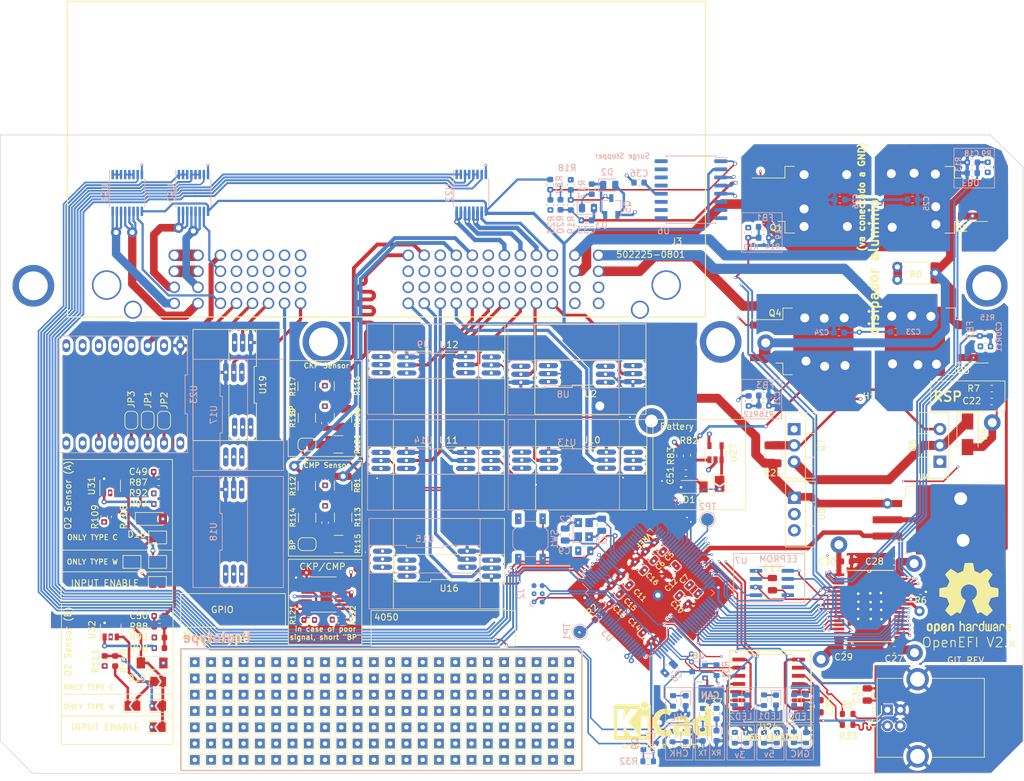
<source format=kicad_pcb>
(kicad_pcb (version 20210228) (generator pcbnew)
  (layers (0 "F.Cu" signal) (1 "In1.Cu" power) (2 "In2.Cu" signal) (31 "B.Cu" signal) (34 "B.Paste" user) (35 "F.Paste" user) (36 "B.SilkS" user "B.Silkscreen") (37 "F.SilkS" user "F.Silkscreen") (38 "B.Mask" user) (39 "F.Mask" user) (44 "Edge.Cuts" user))
  (net 0 "")
  (net 1 "GND")
  (net 2 "/INY3")
  (net 3 "/INY4")
  (net 4 "/INY2")
  (net 5 "/INY1")
  (net 6 "+5V")
  (net 7 "OSC_IN")
  (net 8 "OSC_OUT")
  (net 9 "+3V3")
  (net 10 "Net-(C7-Pad1)")
  (net 11 "Net-(C8-Pad1)")
  (net 12 "/NRST")
  (net 13 "GND1")
  (net 14 "/USB_D+")
  (net 15 "/USB_D-")
  (net 16 "Net-(C34-Pad1)")
  (net 17 "/SYS_SWO")
  (net 18 "/SYS_SWCLK")
  (net 19 "/SYS_SWDIO")
  (net 20 "Net-(R2-Pad1)")
  (net 21 "Net-(TP2-Pad1)")
  (net 22 "Net-(D1-Pad1)")
  (net 23 "/MTR_STEP")
  (net 24 "/MTR_DIR")
  (net 25 "/MTR_FAULT")
  (net 26 "/ECN2")
  (net 27 "/ECN3")
  (net 28 "/ECN4")
  (net 29 "/MTR_ENABLE")
  (net 30 "/RPM_OUT")
  (net 31 "/AUX_CS_1")
  (net 32 "/AUX_CS_2")
  (net 33 "no_connect_244")
  (net 34 "/AUX_OUT_4")
  (net 35 "no_connect_245")
  (net 36 "no_connect_246")
  (net 37 "/CAN1_RX")
  (net 38 "/CAN1_TX")
  (net 39 "/AUX_IN_1")
  (net 40 "/AUX_IN_2")
  (net 41 "/AUX_IN_3")
  (net 42 "/AUX_IN_4")
  (net 43 "/LED_CAN_RX")
  (net 44 "/LED_CAN_TX")
  (net 45 "/VBUS")
  (net 46 "no_connect_247")
  (net 47 "/R_LMB")
  (net 48 "no_connect_248")
  (net 49 "no_connect_254")
  (net 50 "no_connect_255")
  (net 51 "/ECN1")
  (net 52 "no_connect_256")
  (net 53 "no_connect_252")
  (net 54 "/MEMORY_CS")
  (net 55 "no_connect_253")
  (net 56 "no_connect_250")
  (net 57 "no_connect_251")
  (net 58 "no_connect_249")
  (net 59 "/PC1")
  (net 60 "/PA0")
  (net 61 "Net-(Q8-Pad1)")
  (net 62 "Net-(Q9-Pad1)")
  (net 63 "/MIL_OUT")
  (net 64 "/CHK_OUT")
  (net 65 "/PMIC_ENABLE")
  (net 66 "/PMIC_MAXI")
  (net 67 "/PMIC_NOMI")
  (net 68 "/PMIC_SPARK")
  (net 69 "/SPI2_MISO")
  (net 70 "/SPI2_SCK")
  (net 71 "/PMIC_CS")
  (net 72 "/PWM_ENABLE_1")
  (net 73 "/PWM_ENABLE_2")
  (net 74 "/PAP_ENABLE")
  (net 75 "/MTR_M1")
  (net 76 "/MTR_M_2")
  (net 77 "/SPI2_MOSI")
  (net 78 "/GNC_GLP")
  (net 79 "/RSN")
  (net 80 "/RSP")
  (net 81 "Net-(C22-Pad2)")
  (net 82 "/FB0")
  (net 83 "/FB1")
  (net 84 "/FB2")
  (net 85 "/PA1")
  (net 86 "CONN_1")
  (net 87 "/PA2")
  (net 88 "CONN_2")
  (net 89 "/PA3")
  (net 90 "/PA4")
  (net 91 "CONN_62")
  (net 92 "CONN_61")
  (net 93 "CONN_42")
  (net 94 "CONN_41")
  (net 95 "CONN_78")
  (net 96 "CONN_77")
  (net 97 "CONN_76")
  (net 98 "CONN_75")
  (net 99 "CONN_74")
  (net 100 "CONN_73")
  (net 101 "CONN71+")
  (net 102 "CONN_69")
  (net 103 "CONN_68")
  (net 104 "CONN_66")
  (net 105 "CONN_65")
  (net 106 "CONN_64")
  (net 107 "CONN_63")
  (net 108 "CONN_58")
  (net 109 "CONN_57")
  (net 110 "CONN_56")
  (net 111 "CONN_55")
  (net 112 "CONN_54")
  (net 113 "CONN_53")
  (net 114 "CONN_52")
  (net 115 "CONN_51")
  (net 116 "CONN_50")
  (net 117 "CONN_49")
  (net 118 "CONN_48")
  (net 119 "CONN_47")
  (net 120 "CONN_46")
  (net 121 "CONN_45")
  (net 122 "CONN_44")
  (net 123 "CONN_43")
  (net 124 "CONN_40")
  (net 125 "CONN_39")
  (net 126 "CONN_22")
  (net 127 "CONN_21")
  (net 128 "CONN_20")
  (net 129 "CONN_19")
  (net 130 "CONN_18")
  (net 131 "CONN_17")
  (net 132 "CONN_16")
  (net 133 "CONN_15")
  (net 134 "CONN_14")
  (net 135 "CONN_13")
  (net 136 "CONN_12")
  (net 137 "CONN_11")
  (net 138 "CONN_10")
  (net 139 "CONN_9")
  (net 140 "CONN_8")
  (net 141 "CONN_7")
  (net 142 "CONN_6")
  (net 143 "CONN_5")
  (net 144 "CONN_4")
  (net 145 "CONN_3")
  (net 146 "+12VA")
  (net 147 "+12V")
  (net 148 "Net-(D18-Pad1)")
  (net 149 "Net-(R97-Pad1)")
  (net 150 "/PA5")
  (net 151 "/PA6")
  (net 152 "Net-(JP15-Pad1)")
  (net 153 "Net-(JP17-Pad2)")
  (net 154 "Net-(JP18-Pad2)")
  (net 155 "/PA7")
  (net 156 "/PB0")
  (net 157 "/PB1")
  (net 158 "/PC5")
  (net 159 "Net-(C33-Pad1)")
  (net 160 "Net-(C36-Pad1)")
  (net 161 "Net-(D2-Pad1)")
  (net 162 "Net-(D3-Pad1)")
  (net 163 "Net-(D4-Pad1)")
  (net 164 "Net-(U15-Pad3)")
  (net 165 "Net-(U15-Pad4)")
  (net 166 "Net-(D19-Pad1)")
  (net 167 "/PC4")
  (net 168 "/PC3")
  (net 169 "/PC2")
  (net 170 "/PC0")
  (net 171 "/GD1")
  (net 172 "Net-(JP11-Pad1)")
  (net 173 "/GD0")
  (net 174 "/GD2")
  (net 175 "/GD3")
  (net 176 "/FB3")
  (net 177 "Net-(JP16-Pad1)")
  (net 178 "Net-(Q5-Pad3)")
  (net 179 "Net-(Q6-Pad1)")
  (net 180 "Net-(Q7-Pad2)")
  (net 181 "Net-(Q7-Pad1)")
  (net 182 "Net-(R22-Pad2)")
  (net 183 "Net-(R98-Pad1)")
  (net 184 "Net-(C35-Pad1)")
  (net 185 "Net-(JP20-Pad2)")
  (net 186 "Net-(JP21-Pad2)")
  (net 187 "Net-(C51-Pad1)")
  (net 188 "+5VA")
  (net 189 "Net-(JP23-Pad2)")
  (net 190 "Net-(JP24-Pad2)")
  (net 191 "Net-(R113-Pad1)")
  (net 192 "Net-(R112-Pad2)")
  (net 193 "Net-(R116-Pad2)")
  (net 194 "Net-(R117-Pad2)")
  (net 195 "/CKP")
  (net 196 "/CMP")
  (net 197 "/CKP/CMP_sensors/IN1+")
  (net 198 "/CKP/CMP_sensors/IN1-")
  (net 199 "/CKP/CMP_sensors/IN2-")
  (net 200 "/CKP/CMP_sensors/IN2+")
  (net 201 "/d-")
  (net 202 "/d+")
  (net 203 "/R_ECN_INY")
  (net 204 "/D+")
  (net 205 "/PWM2")
  (net 206 "/R_GNC_GLP")
  (net 207 "/PWM3")
  (net 208 "/R_AAC")
  (net 209 "/TIM9_CH1")
  (net 210 "/TIM9_CH2")
  (net 211 "/R3")
  (net 212 "Net-(D5-Pad1)")
  (net 213 "Net-(D6-Pad1)")
  (net 214 "Net-(D7-Pad1)")
  (net 215 "/CAN_TX")
  (net 216 "/CAN_RX")
  (net 217 "Net-(D8-Pad1)")
  (net 218 "Net-(D9-Pad1)")
  (net 219 "Net-(D10-Pad1)")
  (net 220 "Net-(D11-Pad1)")
  (net 221 "/LED0")
  (net 222 "/LED1")
  (net 223 "/LED2")
  (net 224 "Net-(D12-Pad1)")
  (net 225 "Net-(D13-Pad1)")
  (net 226 "/MIL")
  (net 227 "/CHK")
  (net 228 "CONN71-")
  (net 229 "Net-(U7-Pad7)")
  (net 230 "Net-(U7-Pad3)")
  (net 231 "/D-")
  (net 232 "Net-(JP1-Pad2)")
  (net 233 "Net-(JP2-Pad2)")
  (net 234 "Net-(JP3-Pad2)")
  (footprint "OpenEFI-STM32F_rev3:SOP65P1030X245-33N" (layer "F.Cu") (at 156.6691 114.715)
    (fp_text reference "U1" hide)
    (fp_text value "MCZ33810EK" hide)
  )
  (footprint "Capacitor_SMD:C_0805_2012Metric" (layer "F.Cu") (at 123.820019 105.492312 -45)
    (fp_text reference "C5")
    (fp_text value "100nF")
  )
  (footprint "Capacitor_SMD:C_0805_2012Metric" (layer "F.Cu") (at 122.405806 106.906525 -45)
    (fp_text reference "C6")
    (fp_text value "1uF")
  )
  (footprint "Capacitor_SMD:C_0805_2012Metric" (layer "F.Cu") (at 129.285955 112.112245 135)
    (fp_text reference "C7")
    (fp_text value "2.2uF")
  )
  (footprint "Capacitor_SMD:C_0805_2012Metric" (layer "F.Cu") (at 127.669509 113.728692 135)
    (fp_text reference "C10")
    (fp_text value "100nF")
  )
  (footprint "Capacitor_SMD:C_0805_2012Metric" (layer "F.Cu") (at 118.560914 110.769097 -45)
    (fp_text reference "C11")
    (fp_text value "100nF")
  )
  (footprint "Capacitor_SMD:C_0805_2012Metric" (layer "F.Cu") (at 125.872398 109.072041 45)
    (fp_text reference "C12")
    (fp_text value "100nF")
  )
  (footprint "Capacitor_SMD:C_0805_2012Metric" (layer "F.Cu") (at 115.691474 113.604595 -45)
    (fp_text reference "C13")
    (fp_text value "100nF")
  )
  (footprint "Capacitor_SMD:C_0805_2012Metric" (layer "F.Cu") (at 121.977653 119.531563 135)
    (fp_text reference "C14")
    (fp_text value "100nF")
  )
  (footprint "Capacitor_SMD:C_0805_2012Metric" (layer "F.Cu") (at 117.108516 112.187553 -45)
    (fp_text reference "C15")
    (fp_text value "100nF")
  )
  (footprint "Capacitor_SMD:C_0805_2012Metric" (layer "F.Cu") (at 120.814816 108.497516 -45)
    (fp_text reference "C16")
    (fp_text value "4.7uF")
  )
  (footprint "Resistor_SMD:R_0603_1608Metric" (layer "F.Cu") (at 114.45 116.3 45)
    (fp_text reference "R2")
    (fp_text value "10k")
  )
  (footprint "MountingHole:MountingHole_5.3mm_M5" (layer "F.Cu") (at 156.6564 88.25)
    (fp_text reference "H1")
    (fp_text value "MountingHole")
  )
  (footprint "Connector_USB:USB_B_OST_USB-B1HSxx_Horizontal" (layer "F.Cu") (at 159.5 130.9)
    (fp_text reference "J1")
    (fp_text value "USB_B")
  )
  (footprint "Package_TO_SOT_SMD:TO-263-2" (layer "F.Cu") (at 167.0326 51.330102 180)
    (fp_text reference "Q2")
    (fp_text value "ISL9V5045S3ST" hide)
  )
  (footprint "OpenEFI-STM32F_rev3:502225-0801" (layer "F.Cu") (at 114.436 67.4845 180)
    (fp_text reference "J3")
    (fp_text value "502225-0801")
  )
  (footprint "Package_TO_SOT_SMD:TO-263-2" (layer "F.Cu") (at 146.4611 51.311102)
    (fp_text reference "Q1")
    (fp_text value "ISL9V5045S3ST" hide)
  )
  (footprint "Package_TO_SOT_SMD:TO-263-2" (layer "F.Cu") (at 167.1568 73.4083 180)
    (fp_text reference "Q3")
    (fp_text value "ISL9V5045S3ST" hide)
  )
  (footprint "Package_TO_SOT_SMD:TO-263-2" (layer "F.Cu") (at 146.132 73.421)
    (fp_text reference "Q4")
    (fp_text value "ISL9V5045S3ST" hide)
  )
  (footprint "Capacitor_SMD:C_0603_1608Metric" (layer "F.Cu") (at 160.5806 121.5476)
    (fp_text reference "C27")
    (fp_text value "10nF" hide)
  )
  (footprint "Capacitor_SMD:C_0603_1608Metric" (layer "F.Cu") (at 160.5806 107.8062)
    (fp_text reference "C28")
    (fp_text value "10nF" hide)
  )
  (footprint "Capacitor_SMD:C_0603_1608Metric" (layer "F.Cu") (at 152.7576 121.3698 180)
    (fp_text reference "C29")
    (fp_text value "10nF" hide)
  )
  (footprint "Capacitor_SMD:C_0603_1608Metric" (layer "F.Cu") (at 153.113 107.7554 180)
    (fp_text reference "C30")
    (fp_text value "10nF" hide)
  )
  (footprint "Resistor_SMD:R_0603_1608Metric" (layer "F.Cu") (at 164.6875 112.4 180)
    (fp_text reference "R6")
    (fp_text value "100R" hide)
  )
  (footprint "Resistor_SMD:R_0603_1608Metric" (layer "F.Cu") (at 175.768 80.772)
    (fp_text reference "R7")
    (fp_text value "100R" hide)
  )
  (footprint "Resistor_SMD:R_2512_6332Metric" (layer "F.Cu") (at 164 62.75 180)
    (fp_text reference "R8")
    (fp_text value "0.02R" hide)
  )
  (footprint "Capacitor_SMD:C_0603_1608Metric" (layer "F.Cu") (at 175.768 82.804 180)
    (fp_text reference "C22")
    (fp_text value "10pF" hide)
  )
  (footprint "Package_TO_SOT_SMD:TO-263-3_TabPin2" (layer "F.Cu") (at 165.273 101.2592)
    (fp_text reference "U4")
    (fp_text value "MIC2940A-3.3WU")
  )
  (footprint "Capacitor_SMD:C_0603_1608Metric" (layer "F.Cu") (at 45.8064 93.7761 180)
    (fp_text reference "C49")
    (fp_text value "240pF")
  )
  (footprint "Diode_SMD:D_MiniMELF" (layer "F.Cu") (at 44.7042 101.1167)
    (fp_text reference "D18")
    (fp_text value "DZ2S033X0L")
  )
  (footprint "Resistor_SMD:R_0603_1608Metric" (layer "F.Cu") (at 45.8064 95.4271 180)
    (fp_text reference "R87")
    (fp_text value "3.32k +-1%")
  )
  (footprint "Resistor_SMD:R_0603_1608Metric" (layer "F.Cu") (at 45.8319 97.1416 180)
    (fp_text reference "R92")
    (fp_text value "28.6k +-1%")
  )
  (footprint "Resistor_SMD:R_0603_1608Metric" (layer "F.Cu") (at 45.8319 98.7926)
    (fp_text reference "R97")
    (fp_text value "2.2k")
  )
  (footprint "OpenEFI-STM32F_rev3:SensorsV1" (layer "F.Cu") (at 113.197 78.45 180)
    (fp_text reference "U2")
    (fp_text value "SensorsV1")
  )
  (footprint "Package_TO_SOT_SMD:SOT-23-5" (layer "F.Cu") (at 38.2348 95.9527 90)
    (fp_text reference "U31")
    (fp_text value "LM321")
  )
  (footprint "Symbol:OSHW-Logo2_14.6x12mm_SilkScreen" (layer "F.Cu") (at 172.212 113.538)
    (fp_text reference "LOGO1" hide)
    (fp_text value "Logo_Open_Hardware_Large" hide)
  )
  (footprint "Symbol:KiCad-Logo2_6mm_SilkScreen" (layer "F.Cu") (at 124.46 132.588)
    (fp_text reference "SYM1" hide)
    (fp_text value "SYM_Hot_Small" hide)
  )
  (footprint "Jumper:SolderJumper-2_P1.3mm_Open_TrianglePad1.0x1.5mm" (layer "F.Cu") (at 45.6414 104.0123)
    (fp_text reference "JP15" hide)
    (fp_text value "Jumper_NC_Small")
  )
  (footprint "Jumper:SolderJumper-2_P1.3mm_Open_TrianglePad1.0x1.5mm" (layer "F.Cu") (at 41.6282 107.8223 180)
    (fp_text reference "JP17" hide)
    (fp_text value "Jumper_NC_Small")
  )
  (footprint "Jumper:SolderJumper-2_P1.3mm_Open_TrianglePad1.0x1.5mm" (layer "F.Cu") (at 45.6414 107.8223 180)
    (fp_text reference "JP18" hide)
    (fp_text value "Jumper_NC_Small")
  )
  (footprint "Jumper:SolderJumper-2_P1.3mm_Open_TrianglePad1.0x1.5mm" (layer "F.Cu") (at 45.5906 111.1243 180)
    (fp_text reference "JP19" hide)
    (fp_text value "Jumper_NC_Small")
  )
  (footprint "Resistor_SMD:R_0603_1608Metric" (layer "F.Cu") (at 38.9358 100.8118 -90)
    (fp_text reference "R108")
    (fp_text value "10k")
  )
  (footprint "Resistor_SMD:R_0603_1608Metric" (layer "F.Cu") (at 37.2936 100.8036 90)
    (fp_text reference "R109")
    (fp_text value "10k")
  )
  (footprint "Package_TO_SOT_SMD:SOT-23-5" (layer "F.Cu") (at 38.3134 118.4324 90)
    (fp_text reference "U32")
    (fp_text value "LM321")
  )
  (footprint "Diode_SMD:D_MiniMELF" (layer "F.Cu") (at 44.7828 123.5964)
    (fp_text reference "D19")
    (fp_text value "DZ2S033X0L")
  )
  (footprint "Capacitor_SMD:C_0603_1608Metric" (layer "F.Cu") (at 45.885 116.2558 180)
    (fp_text reference "C50")
    (fp_text value "240pF")
  )
  (footprint "Resistor_SMD:R_0603_1608Metric" (layer "F.Cu") (at 45.9105 121.2723)
    (fp_text reference "R98")
    (fp_text value "2.2k")
  )
  (footprint "Resistor_SMD:R_0603_1608Metric" (layer "F.Cu") (at 45.9105 119.6213 180)
    (fp_text reference "R93")
    (fp_text value "28.6k +-1%")
  )
  (footprint "Resistor_SMD:R_0603_1608Metric" (layer "F.Cu") (at 45.885 117.9068 180)
    (fp_text reference "R88")
    (fp_text value "3.32k +-1%")
  )
  (footprint "Jumper:SolderJumper-2_P1.3mm_Open_TrianglePad1.0x1.5mm" (layer "F.Cu") (at 45.72 130.302 180)
    (fp_text reference "JP21" hide)
    (fp_text value "Jumper_NC_Small")
  )
  (footprint "Jumper:SolderJumper-2_P1.3mm_Open_TrianglePad1.0x1.5mm" (layer "F.Cu") (at 45.72 126.492)
    (fp_text reference "JP16" hide)
    (fp_text value "Jumper_NC_Small")
  )
  (footprint "Jumper:SolderJumper-2_P1.3mm_Open_TrianglePad1.0x1.5mm" (layer "F.Cu") (at 45.6692 133.604 180)
    (fp_text reference "JP22" hide)
    (fp_text value "Jumper_NC_Small")
  )
  (footprint "Jumper:SolderJumper-2_P1.3mm_Open_TrianglePad1.0x1.5mm" (layer "F.Cu") (at 41.7068 130.302 180)
    (fp_text reference "JP20" hide)
    (fp_text value "Jumper_NC_Small")
  )
  (footprint "Resistor_SMD:R_0603_1608Metric" (layer "F.Cu") (at 39.0144 123.2915 -90)
    (fp_text reference "R110")
    (fp_text value "10k")
  )
  (footprint "Resistor_SMD:R_0603_1608Metric" (layer "F.Cu") (at 37.3722 123.2833 90)
    (fp_text reference "R111")
    (fp_text value "10k")
  )
  (footprint "Diode_SMD:D_MiniMELF" (layer "F.Cu") (at 129.046 96.127516 180)
    (fp_text reference "D14")
    (fp_text value "DZ2S033X0L")
  )
  (footprint "Jumper:SolderJumper-2_P1.3mm_Open_TrianglePad1.0x1.5mm" (layer "F.Cu") (at 133.315 95.656516 -90)
    (fp_text reference "JP11" hide)
    (fp_text value "Jumper_NC_Small")
  )
  (footprint "Resistor_SMD:R_0603_1608Metric" (layer "F.Cu") (at 129.3 91.149016 90)
    (fp_text reference "R82")
    (fp_text value "100k 1/10W +-1%")
  )
  (footprint "Resistor_SMD:R_0603_1608Metric" (layer "F.Cu") (at 127.141 91.276016 90)
    (fp_text reference "R83")
    (fp_text value "20k  1/10W +-1%")
  )
  (footprint "Package_TO_SOT_SMD:SOT-23-5" (layer "F.Cu") (at 132.68 90.793516 90)
    (fp_text reference "U27")
    (fp_text value "LM321")
  )
  (footprint "Diode_SMD:D_SMA" (layer "F.Cu") (at 171.998 87.918 -90)
    (fp_text reference "D4")
    (fp_text value "SMAJ58CA")
  )
  (footprint "Package_TO_SOT_THT:TO-220-3_Vertical" (layer "F.Cu") (at 167.68 92.1852 90)
    (fp_text reference "Q6")
    (fp_text value "IRF540N")
  )
  (footprint "Package_TO_SOT_THT:TO-220-3_Vertical" (layer "F.Cu") (at 144.947 87.1052 -90)
    (fp_text reference "Q7")
    (fp_text value "IRF540N")
  )
  (footprint "Resistor_SMD:R_1210_3225Metric" (layer "F.Cu") (at 141.65 91.0372 90)
    (fp_text reference "R21")
    (fp_text value "0.01R")
  )
  (footprint "Package_TO_SOT_THT:TO-220-3_Vertical" (layer "F.Cu") (at 144.9724 97.824 -90)
    (fp_text reference "U5")
    (fp_text value "MIC2940A-5.0WT")
  )
  (footprint "Capacitor_SMD:C_0603_1608Metric" (layer "F.Cu") (at 128.0555 93.968516 180)
    (fp_text reference "C51")
    (fp_text value "240pF")
  )
  (footprint "Resistor_SMD:R_0603_1608Metric" (layer "F.Cu") (at 73.7115 116.8348)
    (fp_text reference "R122")
    (fp_text value "R_Small")
  )
  (footprint "TestPoint:TestPoint_THTPad_1.5x1.5mm_Drill0.7mm" (layer "F.Cu") (at 79.375 123.4694)
    (fp_text reference "E" hide)
    (fp_text value "TestPoint_THTPad_1.5x1.5mm_Drill0.7mm")
  )
  (footprint "TestPoint:TestPoint_THTPad_1.5x1.5mm_Drill0.7mm" (layer "F.Cu") (at 59.055 128.5494)
    (fp_text reference "E" hide)
    (fp_text value "TestPoint_THTPad_1.5x1.5mm_Drill0.7mm")
  )
  (footprint "TestPoint:TestPoint_THTPad_1.5x1.5mm_Drill0.7mm" (layer "F.Cu") (at 86.995 123.4694)
    (fp_text reference "E" hide)
    (fp_text value "TestPoint_THTPad_1.5x1.5mm_Drill0.7mm")
  )
  (footprint "TestPoint:TestPoint_THTPad_1.5x1.5mm_Drill0.7mm" (layer "F.Cu") (at 92.075 131.0894)
    (fp_text reference "E" hide)
    (fp_text value "TestPoint_THTPad_1.5x1.5mm_Drill0.7mm")
  )
  (footprint "TestPoint:TestPoint_THTPad_1.5x1.5mm_Drill0.7mm" (layer "F.Cu") (at 92.075 128.5494)
    (fp_text reference "E" hide)
    (fp_text value "TestPoint_THTPad_1.5x1.5mm_Drill0.7mm")
  )
  (footprint "TestPoint:TestPoint_THTPad_1.5x1.5mm_Drill0.7mm" (layer "F.Cu") (at 76.835 138.7094)
    (fp_text reference "E" hide)
    (fp_text value "TestPoint_THTPad_1.5x1.5mm_Drill0.7mm")
  )
  (footprint "TestPoint:TestPoint_THTPad_1.5x1.5mm_Drill0.7mm" (layer "F.Cu") (at 59.055 123.4694)
    (fp_text reference "E" hide)
    (fp_text value "TestPoint_THTPad_1.5x1.5mm_Drill0.7mm")
  )
  (footprint "TestPoint:TestPoint_THTPad_1.5x1.5mm_Drill0.7mm" (layer "F.Cu") (at 59.055 138.7094)
    (fp_text reference "E" hide)
    (fp_text value "TestPoint_THTPad_1.5x1.5mm_Drill0.7mm")
  )
  (footprint "TestPoint:TestPoint_THTPad_1.5x1.5mm_Drill0.7mm" (layer "F.Cu") (at 71.755 138.7094)
    (fp_text reference "E" hide)
    (fp_text value "TestPoint_THTPad_1.5x1.5mm_Drill0.7mm")
  )
  (footprint "TestPoint:TestPoint_THTPad_1.5x1.5mm_Drill0.7mm" (layer "F.Cu") (at 109.855 136.1694)
    (fp_text reference "E" hide)
    (fp_text value "TestPoint_THTPad_1.5x1.5mm_Drill0.7mm")
  )
  (footprint "TestPoint:TestPoint_THTPad_1.5x1.5mm_Drill0.7mm" (layer "F.Cu") (at 74.295 126.0094)
    (fp_text reference "E" hide)
    (fp_text value "TestPoint_THTPad_1.5x1.5mm_Drill0.7mm")
  )
  (footprint "TestPoint:TestPoint_THTPad_1.5x1.5mm_Drill0.7mm" (layer "F.Cu") (at 86.995 126.0094)
    (fp_text reference "E" hide)
    (fp_text value "TestPoint_THTPad_1.5x1.5mm_Drill0.7mm")
  )
  (footprint "TestPoint:TestPoint_THTPad_1.5x1.5mm_Drill0.7mm" (layer "F.Cu") (at 81.915 133.6294)
    (fp_text reference "E" hide)
    (fp_text value "TestPoint_THTPad_1.5x1.5mm_Drill0.7mm")
  )
  (footprint "TestPoint:TestPoint_THTPad_1.5x1.5mm_Drill0.7mm" (layer "F.Cu") (at 81.915 136.1694)
    (fp_text reference "E" hide)
    (fp_text value "TestPoint_THTPad_1.5x1.5mm_Drill0.7mm")
  )
  (footprint "TestPoint:TestPoint_THTPad_1.5x1.5mm_Drill0.7mm" (layer "F.Cu") (at 51.435 123.4694)
    (fp_text reference "E" hide)
    (fp_text value "TestPoint_THTPad_1.5x1.5mm_Drill0.7mm")
  )
  (footprint "OpenEFI-STM32F_rev3:SensorsV1" (layer "F.Cu") (at 91.1 77.1)
    (fp_text reference "U12")
    (fp_text value "SensorsV1")
  )
  (footprint "TestPoint:TestPoint_THTPad_1.5x1.5mm_Drill0.7mm" (layer "F.Cu") (at 94.615 131.0894)
    (fp_text reference "E" hide)
    (fp_text value "TestPoint_THTPad_1.5x1.5mm_Drill0.7mm")
  )
  (footprint "TestPoint:TestPoint_THTPad_1.5x1.5mm_Drill0.7mm" (layer "F.Cu") (at 102.235 128.5494)
    (fp_text reference "E" hide)
    (fp_text value "TestPoint_THTPad_1.5x1.5mm_Drill0.7mm")
  )
  (footprint "TestPoint:TestPoint_THTPad_1.5x1.5mm_Drill0.7mm" (layer "F.Cu") (at 66.675 131.0894)
    (fp_text reference "E" hide)
    (fp_text value "TestPoint_THTPad_1.5x1.5mm_Drill0.7mm")
  )
  (footprint "TestPoint:TestPoint_THTPad_1.5x1.5mm_Drill0.7mm" (layer "F.Cu") (at 104.775 126.0094)
    (fp_text reference "E" hide)
    (fp_text value "TestPoint_THTPad_1.5x1.5mm_Drill0.7mm")
  )
  (footprint "TestPoint:TestPoint_THTPad_1.5x1.5mm_Drill0.7mm" (layer "F.Cu") (at 99.695 131.0894)
    (fp_text reference "E" hide)
    (fp_text value "TestPoint_THTPad_1.5x1.5mm_Drill0.7mm")
  )
  (footprint "TestPoint:TestPoint_THTPad_1.5x1.5mm_Drill0.7mm" (layer "F.Cu") (at 109.855 126.0094)
    (fp_text reference "E" hide)
    (fp_text value "TestPoint_THTPad_1.5x1.5mm_Drill0.7mm")
  )
  (footprint "TestPoint:TestPoint_THTPad_1.5x1.5mm_Drill0.7mm" (layer "F.Cu") (at 81.915 123.4694)
    (fp_text reference "E" hide)
    (fp_text value "TestPoint_THTPad_1.5x1.5mm_Drill0.7mm")
  )
  (footprint "TestPoint:TestPoint_THTPad_1.5x1.5mm_Drill0.7mm" (layer "F.Cu") (at 66.675 133.6294)
    (fp_text reference "E" hide)
    (fp_text value "TestPoint_THTPad_1.5x1.5mm_Drill0.7mm")
  )
  (footprint "TestPoint:TestPoint_THTPad_1.5x1.5mm_Drill0.7mm" (layer "F.Cu") (at 69.215 138.7094)
    (fp_text reference "E" hide)
    (fp_text value "TestPoint_THTPad_1.5x1.5mm_Drill0.7mm")
  )
  (footprint "Jumper:SolderJumper-2_P1.3mm_Open_RoundedPad1.0x1.5mm" (layer "F.Cu") (at 68.9321 89.5196)
    (fp_text reference "JP24" hide)
    (fp_text value "SolderJumper_2_Open")
  )
  (footprint "TestPoint:TestPoint_THTPad_1.5x1.5mm_Drill0.7mm" (layer "F.Cu") (at 69.215 128.5494)
    (fp_text reference "E" hide)
    (fp_text value "TestPoint_THTPad_1.5x1.5mm_Drill0.7mm")
  )
  (footprint "TestPoint:TestPoint_THTPad_1.5x1.5mm_Drill0.7mm" (layer "F.Cu") (at 61.595 138.7094)
    (fp_text reference "E" hide)
    (fp_text value "TestPoint_THTPad_1.5x1.5mm_Drill0.7mm")
  )
  (footprint "OpenEFI-STM32F_rev3:SensorsV1" (layer "F.Cu") (at 91.125 108.8 180)
    (fp_text reference "U16")
    (fp_text value "SensorsV1")
  )
  (footprint "TestPoint:TestPoint_THTPad_1.5x1.5mm_Drill0.7mm" (layer "F.Cu") (at 102.235 133.6294)
    (fp_text reference "E" hide)
    (fp_text value "TestPoint_THTPad_1.5x1.5mm_Drill0.7mm")
  )
  (footprint "TestPoint:TestPoint_THTPad_1.5x1.5mm_Drill0.7mm" (layer "F.Cu") (at 99.695 133.6294)
    (fp_text reference "E" hide)
    (fp_text value "TestPoint_THTPad_1.5x1.5mm_Drill0.7mm")
  )
  (footprint "TestPoint:TestPoint_THTPad_1.5x1.5mm_Drill0.7mm" (layer "F.Cu") (at 99.695 136.1694)
    (fp_text reference "E" hide)
    (fp_text value "TestPoint_THTPad_1.5x1.5mm_Drill0.7mm")
  )
  (footprint "TestPoint:TestPoint_THTPad_1.5x1.5mm_Drill0.7mm" (layer "F.Cu") (at 53.975 128.5494)
    (fp_text reference "E" hide)
    (fp_text value "TestPoint_THTPad_1.5x1.5mm_Drill0.7mm")
  )
  (footprint "TestPoint:TestPoint_THTPad_1.5x1.5mm_Drill0.7mm" (layer "F.Cu") (at 109.855 133.6294)
    (fp_text reference "E" hide)
    (fp_text value "TestPoint_THTPad_1.5x1.5mm_Drill0.7mm")
  )
  (footprint "TestPoint:TestPoint_THTPad_1.5x1.5mm_Drill0.7mm" (layer "F.Cu") (at 84.455 123.4694)
    (fp_text reference "E" hide)
    (fp_text value "TestPoint_THTPad_1.5x1.5mm_Drill0.7mm")
  )
  (footprint "Jumper:SolderJumper-2_P1.3mm_Open_RoundedPad1.0x1.5mm" (layer "F.Cu") (at 41.529 85.725 -90)
    (fp_text reference "JP3")
    (fp_text value "SolderJumper_2_Open")
  )
  (footprint "TestPoint:TestPoint_THTPad_1.5x1.5mm_Drill0.7mm" (layer "F.Cu") (at 86.995 138.7094)
    (fp_text reference "E" hide)
    (fp_text value "TestPoint_THTPad_1.5x1.5mm_Drill0.7mm")
  )
  (footprint "TestPoint:TestPoint_THTPad_1.5x1.5mm_Drill0.7mm" (layer "F.Cu") (at 104.775 136.1694)
    (fp_text reference "E" hide)
    (fp_text value "TestPoint_THTPad_1.5x1.5mm_Drill0.7mm")
  )
  (footprint "Capacitor_SMD:C_0603_1608Metric" (layer "F.Cu") (at 71.7639 101.6944 90)
    (fp_text reference "C54" hide)
    (fp_text value "0.01uF")
  )
  (footprint "TestPoint:TestPoint_THTPad_1.5x1.5mm_Drill0.7mm" (layer "F.Cu") (at 107.315 136.1694)
    (fp_text reference "E" hide)
    (fp_text value "TestPoint_THTPad_1.5x1.5mm_Drill0.7mm")
  )
  (footprint "TestPoint:TestPoint_THTPad_1.5x1.5mm_Drill0.7mm" (layer "F.Cu") (at 104.775 138.7094)
    (fp_text reference "E" hide)
    (fp_text value "TestPoint_THTPad_1.5x1.5mm_Drill0.7mm")
  )
  (footprint "TestPoint:TestPoint_THTPad_1.5x1.5mm_Drill0.7mm" (layer "F.Cu") (at 61.595 123.4694)
    (fp_text reference "E" hide)
    (fp_text value "TestPoint_THTPad_1.5x1.5mm_Drill0.7mm")
  )
  (footprint "TestPoint:TestPoint_THTPad_1.5x1.5mm_Drill0.7mm" (layer "F.Cu") (at 94.615 126.0094)
    (fp_text reference "E" hide)
    (fp_text value "TestPoint_THTPad_1.5x1.5mm_Drill0.7mm")
  )
  (footprint "TestPoint:TestPoint_THTPad_1.5x1.5mm_Drill0.7mm" (layer "F.Cu") (at 51.435 138.7094)
    (fp_text reference "E" hide)
    (fp_text value "TestPoint_THTPad_1.5x1.5mm_Drill0.7mm")
  )
  (footprint "TestPoint:TestPoint_THTPad_1.5x1.5mm_Drill0.7mm" (layer "F.Cu") (at 89.535 128.5494)
    (fp_text reference "E" hide)
    (fp_text value "TestPoint_THTPad_1.5x1.5mm_Drill0.7mm")
  )
  (footprint "TestPoint:TestPoint_THTPad_1.5x1.5mm_Drill0.7mm" (layer "F.Cu") (at 86.995 136.1694)
    (fp_text reference "E" hide)
    (fp_text value "TestPoint_THTPad_1.5x1.5mm_Drill0.7mm")
  )
  (footprint "TestPoint:TestPoint_THTPad_1.5x1.5mm_Drill0.7mm" (layer "F.Cu") (at 76.835 131.0894)
    (fp_text reference "E" hide)
    (fp_text value "TestPoint_THTPad_1.5x1.5mm_Drill0.7mm")
  )
  (footprint "TestPoint:TestPoint_THTPad_1.5x1.5mm_Drill0.7mm" (layer "F.Cu") (at 102.235 131.0894)
    (fp_text reference "E" hide)
    (fp_text value "TestPoint_THTPad_1.5x1.5mm_Drill0.7mm")
  )
  (footprint "TestPoint:TestPoint_THTPad_1.5x1.5mm_Drill0.7mm" (layer "F.Cu") (at 61.595 128.5494)
    (fp_text reference "E" hide)
    (fp_text value "TestPoint_THTPad_1.5x1.5mm_Drill0.7mm")
  )
  (footprint "TestPoint:TestPoint_THTPad_1.5x1.5mm_Drill0.7mm" (layer "F.Cu") (at 79.375 128.5494)
    (fp_text reference "E" hide)
    (fp_text value "TestPoint_THTPad_1.5x1.5mm_Drill0.7mm")
  )
  (footprint "Resistor_SMD:R_1210_3225Metric" (layer "F.Cu") (at 74.5495 80.4014 -90)
    (fp_text reference "R116")
    (fp_text value "4.99K 1/2W")
  )
  (footprint "OpenEFI-STM32F_rev3:SensorsV1" (layer "F.Cu") (at 58.9 80.197 -90)
    (fp_text reference "U19")
    (fp_text value "SensorsV1")
  )
  (footprint "Resistor_SMD:R_0603_1608Metric" (layer "F.Cu") (at 153.295 133.255)
    (fp_text reference "R33")
    (fp_text value "R_Small")
  )
  (footprint "TestPoint:TestPoint_THTPad_1.5x1.5mm_Drill0.7mm" (layer "F.Cu") (at 97.155 126.0094)
    (fp_text reference "E" hide)
    (fp_text value "TestPoint_THTPad_1.5x1.5mm_Drill0.7mm")
  )
  (footprint "TestPoint:TestPoint_THTPad_1.5x1.5mm_Drill0.7mm" (layer "F.Cu") (at 71.755 126.0094)
    (fp_text reference "E" hide)
    (fp_text value "TestPoint_THTPad_1.5x1.5mm_Drill0.7mm")
  )
  (footprint "TestPoint:TestPoint_THTPad_1.5x1.5mm_Drill0.7mm" (layer "F.Cu") (at 99.695 138.7094)
    (fp_text reference "E" hide)
    (fp_text value "TestPoint_THTPad_1.5x1.5mm_Drill0.7mm")
  )
  (footprint "TestPoint:TestPoint_THTPad_1.5x1.5mm_Drill0.7mm" (layer "F.Cu") (at 104.775 128.5494)
    (fp_text reference "E" hide)
    (fp_text value "TestPoint_THTPad_1.5x1.5mm_Drill0.7mm")
  )
  (footprint "TestPoint:TestPoint_THTPad_1.5x1.5mm_Drill0.7mm" (layer "F.Cu") (at 66.675 138.7094)
    (fp_text reference "E" hide)
    (fp_text value "TestPoint_THTPad_1.5x1.5mm_Drill0.7mm")
  )
  (footprint "TestPoint:TestPoint_THTPad_1.5x1.5mm_Drill0.7mm" (layer "F.Cu") (at 107.315 128.5494)
    (fp_text reference "E" hide)
    (fp_text value "TestPoint_THTPad_1.5x1.5mm_Drill0.7mm")
  )
  (footprint "TestPoint:TestPoint_THTPad_1.5x1.5mm_Drill0.7mm" (layer "F.Cu") (at 59.055 126.0094)
    (fp_text reference "E" hide)
    (fp_text value "TestPoint_THTPad_1.5x1.5mm_Drill0.7mm")
  )
  (footprint "TestPoint:TestPoint_THTPad_1.5x1.5mm_Drill0.7mm" (layer "F.Cu") (at 64.135 126.0094)
    (fp_text reference "E" hide)
    (fp_text value "TestPoint_THTPad_1.5x1.5mm_Drill0.7mm")
  )
  (footprint "TestPoint:TestPoint_THTPad_1.5x1.5mm_Drill0.7mm" (layer "F.Cu") (at 69.215 126.0094)
    (fp_text reference "E" hide)
    (fp_text value "TestPoint_THTPad_1.5x1.5mm_Drill0.7mm")
  )
  (footprint "TestPoint:TestPoint_THTPad_1.5x1.5mm_Drill0.7mm" (layer "F.Cu") (at 99.695 128.5494)
    (fp_text reference "E" hide)
    (fp_text value "TestPoint_THTPad_1.5x1.5mm_Drill0.7mm")
  )
  (footprint "TestPoint:TestPoint_THTPad_1.5x1.5mm_Drill0.7mm" (layer "F.Cu") (at 61.595 126.0094)
    (fp_text reference "E" hide)
    (fp_text value "TestPoint_THTPad_1.5x1.5mm_Drill0.7mm")
  )
  (footprint "TestPoint:TestPoint_THTPad_1.5x1.5mm_Drill0.7mm" (layer "F.Cu") (at 56.515 131.0894)
    (fp_text reference "E" hide)
    (fp_text value "TestPoint_THTPad_1.5x1.5mm_Drill0.7mm")
  )
  (footprint "TestPoint:TestPoint_THTPad_1.5x1.5mm_Drill0.7mm" (layer "F.Cu") (at 107.315 138.7094)
    (fp_text reference "E" hide)
    (fp_text value "TestPoint_THTPad_1.5x1.5mm_Drill0.7mm")
  )
  (footprint "TestPoint:TestPoint_THTPad_1.5x1.5mm_Drill0.7mm" (layer "F.Cu") (at 66.675 136.1694)
    (fp_text reference "E" hide)
    (fp_text value "TestPoint_THTPad_1.5x1.5mm_Drill0.7mm")
  )
  (footprint "Package_SO:SOIC-16W_7.5x10.3mm_P1.27mm" (layer "F.Cu") (at 140.97 127.508 180)
    (fp_text reference "U24")
    (fp_text value "ADUM4160")
  )
  (footprint "TestPoint:TestPoint_THTPad_1.5x1.5mm_Drill0.7mm" (layer "F.Cu") (at 92.075 126.0094)
    (fp_text reference "E" hide)
    (fp_text value "TestPoint_THTPad_1.5x1.5mm_Drill0.7mm")
  )
  (footprint "TestPoint:TestPoint_THTPad_1.5x1.5mm_Drill0.7mm" (layer "F.Cu") (at 107.315 133.6294)
    (fp_text reference "E" hide)
    (fp_text value "TestPoint_THTPad_1.5x1.5mm_Drill0.7mm")
  )
  (footprint "TestPoint:TestPoint_THTPad_1.5x1.5mm_Drill0.7mm" (layer "F.Cu") (at 51.435 131.0894)
    (fp_text reference "E" hide)
    (fp_text value "TestPoint_THTPad_1.5x1.5mm_Drill0.7mm")
  )
  (footprint "Resistor_SMD:R_1210_3225Metric" (layer "F.Cu") (at 68.9139 95.9619 -90)
    (fp_text reference "R112")
    (fp_text value "4.99K 1/2W")
  )
  (footprint "Capacitor_SMD:C_0603_1608Metric" (layer "F.Cu") (at 71.7345 86.1542 90)
    (fp_text reference "C57" hide)
    (fp_text value "0.01uF")
  )
  (footprint "TestPoint:TestPoint_THTPad_1.5x1.5mm_Drill0.7mm" (layer "F.Cu") (at 109.855 138.7094)
    (fp_text reference "E" hide)
    (fp_text value "TestPoint_THTPad_1.5x1.5mm_Drill0.7mm")
  )
  (footprint "TestPoint:TestPoint_THTPad_1.5x1.5mm_Drill0.7mm" (layer "F.Cu") (at 104.775 133.6294)
    (fp_text reference "E" hide)
    (fp_text value "TestPoint_THTPad_1.5x1.5mm_Drill0.7mm")
  )
  (footprint "TestPoint:TestPoint_THTPad_1.5x1.5mm_Drill0.7mm" (layer "F.Cu") (at 74.295 136.1694)
    (fp_text reference "E" hide)
    (fp_text value "TestPoint_THTPad_1.5x1.5mm_Drill0.7mm")
  )
  (footprint "Resistor_SMD:R_1210_3225Metric" (layer "F.Cu") (at 68.9345 85.3717 -90)
    (fp_text reference "R119")
    (fp_text value "4.99K 1/2W")
  )
  (footprint "TestPoint:TestPoint_THTPad_1.5x1.5mm_Drill0.7mm" (layer "F.Cu") (at 79.375 136.1694)
    (fp_text reference "E" hide)
    (fp_text value "TestPoint_THTPad_1.5x1.5mm_Drill0.7mm")
  )
  (footprint "TestPoint:TestPoint_THTPad_1.5x1.5mm_Drill0.7mm" (layer "F.Cu") (at 89.535 138.7094)
    (fp_text reference "E" hide)
    (fp_text value "TestPoint_THTPad_1.5x1.5mm_Drill0.7mm")
  )
  (footprint "TestPoint:TestPoint_THTPad_1.5x1.5mm_Drill0.7mm" (layer "F.Cu") (at 84.455 126.0094)
    (fp_text reference "E" hide)
    (fp_text value "TestPoint_THTPad_1.5x1.5mm_Drill0.7mm")
  )
  (footprint "TestPoint:TestPoint_THTPad_1.5x1.5mm_Drill0.7mm" (layer "F.Cu") (at 74.295 131.0894)
    (fp_text reference "E" hide)
    (fp_text value "TestPoint_THTPad_1.5x1.5mm_Drill0.7mm")
  )
  (footprint "TestPoint:TestPoint_THTPad_1.5x1.5mm_Drill0.7mm" (layer "F.Cu") (at 81.915 126.0094)
    (fp_text reference "E" hide)
    (fp_text value "TestPoint_THTPad_1.5x1.5mm_Drill0.7mm")
  )
  (footprint "TestPoint:TestPoint_THTPad_1.5x1.5mm_Drill0.7mm" (layer "F.Cu") (at 97.155 128.5494)
    (fp_text reference "E" hide)
    (fp_text value "TestPoint_THTPad_1.5x1.5mm_Drill0.7mm")
  )
  (footprint "TestPoint:TestPoint_THTPad_1.5x1.5mm_Drill0.7mm" (layer "F.Cu") (at 51.435 136.1694)
    (fp_text reference "E" hide)
    (fp_text value "TestPoint_THTPad_1.5x1.5mm_Drill0.7mm")
  )
  (footprint "TestPoint:TestPoint_THTPad_1.5x1.5mm_Drill0.7mm" (layer "F.Cu") (at 56.515 126.0094)
    (fp_text reference "E" hide)
    (fp_text value "TestPoint_THTPad_1.5x1.5mm_Drill0.7mm")
  )
  (footprint "TestPoint:TestPoint_THTPad_1.5x1.5mm_Drill0.7mm" (layer "F.Cu") (at 84.455 131.0894)
    (fp_text reference "E" hide)
    (fp_text value "TestPoint_THTPad_1.5x1.5mm_Drill0.7mm")
  )
  (footprint "TestPoint:TestPoint_THTPad_1.5x1.5mm_Drill0.7mm" (layer "F.Cu") (at 99.695 126.0094)
    (fp_text reference "E" hide)
    (fp_text value "TestPoint_THTPad_1.5x1.5mm_Drill0.7mm")
  )
  (footprint "TestPoint:TestPoint_THTPad_1.5x1.5mm_Drill0.7mm" (layer "F.Cu") (at 97.155 133.6294)
    (fp_text reference "E" hide)
    (fp_text value "TestPoint_THTPad_1.5x1.5mm_Drill0.7mm")
  )
  (footprint "TestPoint:TestPoint_THTPad_1.5x1.5mm_Drill0.7mm" (layer "F.Cu") (at 74.295 138.7094)
    (fp_text reference "E" hide)
    (fp_text value "TestPoint_THTPad_1.5x1.5mm_Drill0.7mm")
  )
  (footprint "TestPoint:TestPoint_THTPad_1.5x1.5mm_Drill0.7mm" (layer "F.Cu") (at 109.855 123.4694)
    (fp_text reference "E" hide)
    (fp_text value "TestPoint_THTPad_1.5x1.5mm_Drill0.7mm")
  )
  (footprint "TestPoint:TestPoint_THTPad_1.5x1.5mm_Drill0.7mm" (layer "F.Cu") (at 61.595 136.1694)
    (fp_text reference "E" hide)
    (fp_text value "TestPoint_THTPad_1.5x1.5mm_Drill0.7mm")
  )
  (footprint "TestPoint:TestPoint_THTPad_1.5x1.5mm_Drill0.7mm" (layer "F.Cu") (at 56.515 138.7094)
    (fp_text reference "E" hide)
    (fp_text value "TestPoint_THTPad_1.5x1.5mm_Drill0.7mm")
  )
  (footprint "OpenEFI-STM32F_rev3:SensorsV1" (layer "F.Cu") (at 113.25 91.975)
    (fp_text reference "U10")
    (fp_text value "SensorsV1")
  )
  (footprint "TestPoint:TestPoint_THTPad_1.5x1.5mm_Drill0.7mm" (layer "F.Cu") (at 84.455 133.6294)
    (fp_text reference "E" hide)
    (fp_text value "TestPoint_THTPad_1.5x1.5mm_Drill0.7mm")
  )
  (footprint "TestPoint:TestPoint_THTPad_1.5x1.5mm_Drill0.7mm" (layer "F.Cu") (at 94.615 133.6294)
    (fp_text reference "E" hide)
    (fp_text value "TestPoint_THTPad_1.5x1.5mm_Drill0.7mm")
  )
  (footprint "TestPoint:TestPoint_THTPad_1.5x1.5mm_Drill0.7mm" (layer "F.Cu") (at 97.155 136.1694)
    (fp_text reference "E" hide)
    (fp_text value "TestPoint_THTPad_1.5x1.5mm_Drill0.7mm")
  )
  (footprint "TestPoint:TestPoint_THTPad_1.5x1.5mm_Drill0.7mm" (layer "F.Cu") (at 76.835 123.4694)
    (fp_text reference "E" hide)
    (fp_text value "TestPoint_THTPad_1.5x1.5mm_Drill0.7mm")
  )
  (footprint "TestPoint:TestPoint_THTPad_1.5x1.5mm_Drill0.7mm" (layer "F.Cu") (at 66.675 123.4694)
    (fp_text reference "E" hide)
    (fp_text value "TestPoint_THTPad_1.5x1.5mm_Drill0.7mm")
  )
  (footprint "TestPoint:TestPoint_THTPad_1.5x1.5mm_Drill0.7mm" (layer "F.Cu") (at 74.295 123.4694)
    (fp_text reference "E" hide)
    (fp_text value "TestPoint_THTPad_1.5x1.5mm_Drill0.7mm")
  )
  (footprint "TestPoint:TestPoint_THTPad_1.5x1.5mm_Drill0.7mm" (layer "F.Cu") (at 51.435 133.6294)
    (fp_text reference "E" hide)
    (fp_text value "TestPoint_THTPad_1.5x1.5mm_Drill0.7mm")
  )
  (footprint "TestPoint:TestPoint_THTPad_1.5x1.5mm_Drill0.7mm" (layer "F.Cu") (at 79.375 126.0094)
    (fp_text reference "E" hide)
    (fp_text value "TestPoint_THTPad_1.5x1.5mm_Drill0.7mm")
  )
  (footprint "TestPoint:TestPoint_THTPad_1.5x1.5mm_Drill0.7mm" (layer "F.Cu") (at 86.995 133.6294)
    (fp_text reference "E" hide)
    (fp_text value "TestPoint_THTPad_1.5x1.5mm_Drill0.7mm")
  )
  (footprint "TestPoint:TestPoint_THTPad_1.5x1.5mm_Drill0.7mm" (layer "F.Cu") (at 56.515 136.1694)
    (fp_text reference "E" hide)
    (fp_text value "TestPoint_THTPad_1.5x1.5mm_Drill0.7mm")
  )
  (footprint "Capacitor_SMD:C_0805_2012Metric" (layer "F.Cu") (at 141.56 111.3 90)
    (fp_text reference "C17")
    (fp_text value "100nF")
  )
  (footprint "TestPoint:TestPoint_THTPad_1.5x1.5mm_Drill0.7mm" (layer "F.Cu") (at 89.535 136.1694)
    (fp_text reference "E" hide)
    (fp_text value "TestPoint_THTPad_1.5x1.5mm_Drill0.7mm")
  )
  (footprint "TestPoint:TestPoint_THTPad_1.5x1.5mm_Drill0.7mm" (layer "F.Cu") (at 71.755 131.0894)
    (fp_text reference "E" hide)
    (fp_text value "TestPoint_THTPad_1.5x1.5mm_Drill0.7mm")
  )
  (footprint "TestPoint:TestPoint_THTPad_1.5x1.5mm_Drill0.7mm" (layer "F.Cu") (at 69.215 136.1694)
    (fp_text reference "E" hide)
    (fp_text value "TestPoint_THTPad_1.5x1.5mm_Drill0.7mm")
  )
  (footprint "TestPoint:TestPoint_THTPad_1.5x1.5mm_Drill0.7mm" (layer "F.Cu") (at 71.755 136.1694)
    (fp_text reference "E" hide)
    (fp_text value "TestPoint_THTPad_1.5x1.5mm_Drill0.7mm")
  )
  (footprint "TestPoint:TestPoint_THTPad_1.5x1.5mm_Drill0.7mm" (layer "F.Cu") (at 59.055 136.1694)
    (fp_text reference "E" hide)
    (fp_text value "TestPoint_THTPad_1.5x1.5mm_Drill0.7mm")
  )
  (footprint "TestPoint:TestPoint_THTPad_1.5x1.5mm_Drill0.7mm" (layer "F.Cu") (at 64.135 138.7094)
    (fp_text reference "E" hide)
    (fp_text value "TestPoint_THTPad_1.5x1.5mm_Drill0.7mm")
  )
  (footprint "TestPoint:TestPoint_THTPad_1.5x1.5mm_Drill0.7mm" (layer "F.Cu") (at 92.075 133.6294)
    (fp_text reference "E" hide)
    (fp_text value "TestPoint_THTPad_1.5x1.5mm_Drill0.7mm")
  )
  (footprint "TestPoint:TestPoint_THTPad_1.5x1.5mm_Drill0.7mm" (layer "F.Cu") (at 66.675 128.5494)
    (fp_text reference "E" hide)
    (fp_text value "TestPoint_THTPad_1.5x1.5mm_Drill0.7mm")
  )
  (footprint "Resistor_SMD:R_1210_3225Metric" (layer "F.Cu") (at 68.8845 80.4217 -90)
    (fp_text reference "R117")
    (fp_text value "4.99K 1/2W")
  )
  (footprint "Resistor_SMD:R_1210_3225Metric" (layer "F.Cu") (at 74.5495 85.3397 -90)
    (fp_text reference "R118")
    (fp_text value "4.99K 1/2W")
  )
  (footprint "TestPoint:TestPoint_THTPad_1.5x1.5mm_Drill0.7mm" (layer "F.Cu") (at 102.235 126.0094)
    (fp_text reference "E" hide)
    (fp_text value "TestPoint_THTPad_1.5x1.5mm_Drill0.7mm")
  )
  (footprint "TestPoint:TestPoint_THTPad_1.5x1.5mm_Drill0.7mm" (layer "F.Cu") (at 64.135 133.6294)
    (fp_text reference "E" hide)
    (fp_text value "TestPoint_THTPad_1.5x1.5mm_Drill0.7mm")
  )
  (footprint "TestPoint:TestPoint_THTPad_1.5x1.5mm_Drill0.7mm" (layer "F.Cu") (at 61.595 131.0894)
    (fp_text reference "E" hide)
    (fp_text value "TestPoint_THTPad_1.5x1.5mm_Drill0.7mm")
  )
  (footprint "TestPoint:TestPoint_THTPad_1.5x1.5mm_Drill0.7mm" (layer "F.Cu") (at 94.615 138.7094)
    (fp_text reference "E" hide)
    (fp_text value "TestPoint_THTPad_1.5x1.5mm_Drill0.7mm")
  )
  (footprint "Resistor_SMD:R_1210_3225Metric" (layer "F.Cu") (at 73.849 89.4946 180)
    (fp_text reference "R120")
    (fp_text value "4.99K 1/2W")
  )
  (footprint "TestPoint:TestPoint_THTPad_1.5x1.5mm_Drill0.7mm" (layer "F.Cu") (at 107.315 123.4694)
    (fp_text reference "E" hide)
    (fp_text value "TestPoint_THTPad_1.5x1.5mm_Drill0.7mm")
  )
  (footprint "TestPoint:TestPoint_THTPad_1.5x1.5mm_Drill0.7mm" (layer "F.Cu") (at 84.455 136.1694)
    (fp_text reference "E" hide)
    (fp_text value "TestPoint_THTPad_1.5x1.5mm_Drill0.7mm")
  )
  (footprint "Resistor_SMD:R_0603_1608Metric" (layer "F.Cu") (at 153.3 131.55)
    (fp_text reference "R1")
    (fp_text value "R_Small")
  )
  (footprint "TestPoint:TestPoint_THTPad_1.5x1.5mm_Drill0.7mm" (layer "F.Cu") (at 76.835 136.1694)
    (fp_text reference "E" hide)
    (fp_text value "TestPoint_THTPad_1.5x1.5mm_Drill0.7mm")
  )
  (footprint "TestPoint:TestPoint_THTPad_1.5x1.5mm_Drill0.7mm" (layer "F.Cu") (at 56.515 123.4694)
    (fp_text reference "E" hide)
    (fp_text value "TestPoint_THTPad_1.5x1.5mm_Drill0.7mm")
  )
  (footprint "TestPoint:TestPoint_THTPad_1.5x1.5mm_Drill0.7mm" (layer "F.Cu") (at 59.055 133.6294)
    (fp_text reference "E" hide)
    (fp_text value "TestPoint_THTPad_1.5x1.5mm_Drill0.7mm")
  )
  (footprint "TestPoint:TestPoint_THTPad_1.5x1.5mm_Drill0.7mm" (layer "F.Cu") (at 74.295 133.6294)
    (fp_text reference "E" hide)
    (fp_text value "TestPoint_THTPad_1.5x1.5mm_Drill0.7mm")
  )
  (footprint "Resistor_SMD:R_1210_3225Metric" (layer "F.Cu") (at 73.8784 105.0348 180)
    (fp_text reference "R115")
    (fp_text value "4.99K 1/2W")
  )
  (footprint "Jumper:SolderJumper-2_P1.3mm_Open_RoundedPad1.0x1.5mm" (layer "F.Cu") (at 46.6344 85.725 -90)
    (fp_text reference "JP2")
    (fp_text value "SolderJumper_2_Open")
  )
  (footprint "TestPoint:TestPoint_THTPad_1.5x1.5mm_Drill0.7mm" (layer "F.Cu") (at 89.535 133.6294)
    (fp_text reference "E" hide)
    (fp_text value "TestPoint_THTPad_1.5x1.5mm_Drill0.7mm")
  )
  (footprint "TestPoint:TestPoint_THTPad_1.5x1.5mm_Drill0.7mm" (layer "F.Cu") (at 56.515 133.6294)
    (fp_text reference "E" hide)
    (fp_text value "TestPoint_THTPad_1.5x1.5mm_Drill0.7mm")
  )
  (footprint "TestPoint:TestPoint_THTPad_1.5x1.5mm_Drill0.7mm" (layer "F.Cu") (at 102.235 123.4694)
    (fp_text reference "E" hide)
    (fp_text value "TestPoint_THTPad_1.5x1.5mm_Drill0.7mm")
  )
  (footprint "TestPoint:TestPoint_THTPad_1.5x1.5mm_Drill0.7mm" (layer "F.Cu") (at 92.075 138.7094)
    (fp_text reference "E" hide)
    (fp_text value "TestPoint_THTPad_1.5x1.5mm_Drill0.7mm")
  )
  (footprint "TestPoint:TestPoint_THTPad_1.5x1.5mm_Drill0.7mm" (layer "F.Cu") (at 104.775 131.0894)
    (fp_text reference "E" hide)
    (fp_text value "TestPoint_THTPad_1.5x1.5mm_Drill0.7mm")
  )
  (footprint "TestPoint:TestPoint_THTPad_1.5x1.5mm_Drill0.7mm" (layer "F.Cu") (at 84.455 138.7094)
    (fp_text reference "E" hide)
    (fp_text value "TestPoint_THTPad_1.5x1.5mm_Drill0.7mm")
  )
  (footprint "TestPoint:TestPoint_THTPad_1.5x1.5mm_Drill0.7mm" (layer "F.Cu") (at 79.375 131.0894)
    (fp_text reference "E" hide)
    (fp_text value "TestPoint_THTPad_1.5x1.5mm_Drill0.7mm")
  )
  (footprint "Resistor_SMD:R_0603_1608Metric" (layer "F.Cu") (at 69.2865 116.8848 180)
    (fp_text reference "R121")
    (fp_text value "R_Small")
  )
  (footprint "TestPoint:TestPoint_THTPad_1.5x1.5mm_Drill0.7mm" (layer "F.Cu") (at 104.775 123.4694)
    (fp_text reference "E" hide)
    (fp_text value "TestPoint_THTPad_1.5x1.5mm_Drill0.7mm")
  )
  (footprint "TestPoint:TestPoint_THTPad_1.5x1.5mm_Drill0.7mm" (layer "F.Cu") (at 109.855 128.5494)
    (fp_text reference "E" hide)
    (fp_text value "TestPoint_THTPad_1.5x1.5mm_Drill0.7mm")
  )
  (footprint "TestPoint:TestPoint_THTPad_1.5x1.5mm_Drill0.7mm" (layer "F.Cu") (at 107.315 131.0894)
    (fp_text reference "E" hide)
    (fp_text value "TestPoint_THTPad_1.5x1.5mm_Drill0.7mm")
  )
  (footprint "TestPoint:TestPoint_THTPad_1.5x1.5mm_Drill0.7mm" (layer "F.Cu") (at 53.975 131.0894)
    (fp_text reference "E" hide)
    (fp_text value "TestPoint_THTPad_1.5x1.5mm_Drill0.7mm")
  )
  (footprint "TestPoint:TestPoint_THTPad_1.5x1.5mm_Drill0.7mm" (layer "F.Cu") (at 89.535 126.0094)
    (fp_text reference "E" hide)
    (fp_text value "TestPoint_THTPad_1.5x1.5mm_Drill0.7mm")
  )
  (footprint "TestPoint:TestPoint_THTPad_1.5x1.5mm_Drill0.7mm" (layer "F.Cu") (at 102.235 136.1694)
    (fp_text reference "E" hide)
    (fp_text value "TestPoint_THTPad_1.5x1.5mm_Drill0.7mm")
  )
  (footprint "TestPoint:TestPoint_THTPad_1.5x1.5mm_Drill0.7mm" (layer "F.Cu") (at 97.155 138.7094)
    (fp_text reference "E" hide)
    (fp_text value "TestPoint_THTPad_1.5x1.5mm_Drill0.7mm")
  )
  (footprint "TestPoint:TestPoint_THTPad_1.5x1.5mm_Drill0.7mm" (layer "F.Cu") (at 74.295 128.5494)
    (fp_text reference "E" hide)
    (fp_text value "TestPoint_THTPad_1.5x1.5mm_Drill0.7mm")
  )
  (footprint "Capacitor_SMD:C_0603_1608Metric" (layer "F.Cu") (at 71.7345 82.7592 -90)
    (fp_text reference "C55" hide)
    (fp_text value "0.01uF")
  )
  (footprint "TestPoint:TestPoint_THTPad_1.5x1.5mm_Drill0.7mm" (layer "F.Cu") (at 66.675 126.0094)
    (fp_text reference "E" hide)
    (fp_text value "TestPoint_THTPad_1.5x1.5mm_Drill0.7mm")
  )
  (footprint "TestPoint:TestPoint_THTPad_1.5x1.5mm_Drill0.7mm" (layer "F.Cu") (at 97.155 131.0894)
    (fp_text reference "E" hide)
    (fp_text value "TestPoint_THTPad_1.5x1.5mm_Drill0.7mm")
  )
  (footprint "OpenEFI-STM32F_rev3:SensorsV1" (layer "F.Cu") (at 91.05 92)
    (fp_text reference "U11")
    (fp_text value "SensorsV1")
  )
  (footprint "Capacitor_SMD:C_0603_1608Metric" (layer "F.Cu") (at 71.7639 98.2994 -90)
    (fp_text reference "C52" hide)
    (fp_text value "0.01uF")
  )
  (footprint "TestPoint:TestPoint_THTPad_1.5x1.5mm_Drill0.7mm" (layer "F.Cu") (at 76.835 128.5494)
    (fp_text reference "E" hide)
    (fp_text value "TestPoint_THTPad_1.5x1.5mm_Drill0.7mm")
  )
  (footprint "TestPoint:TestPoint_THTPad_1.5x1.5mm_Drill0.7mm" (layer "F.Cu") (at 86.995 128.5494)
    (fp_text reference "E" hide)
    (fp_text value "TestPoint_THTPad_1.5x1.5mm_Drill0.7mm")
  )
  (footprint "TestPoint:TestPoint_THTPad_1.5x1.5mm_Drill0.7mm" (layer "F.Cu") (at 53.975 133.6294)
    (fp_text reference "E" hide)
    (fp_text value "TestPoint_THTPad_1.5x1.5mm_Drill0.7mm")
  )
  (footprint "TestPoint:TestPoint_THTPad_1.5x1.5mm_Drill0.7mm" (layer "F.Cu") (at 69.215 133.6294)
    (fp_text reference "E" hide)
    (fp_text value "TestPoint_THTPad_1.5x1.5mm_Drill0.7mm")
  )
  (footprint "TestPoint:TestPoint_THTPad_1.5x1.5mm_Drill0.7mm" (layer "F.Cu") (at 69.215 131.0894)
    (fp_text reference "E" hide)
    (fp_text value "TestPoint_THTPad_1.5x1.5mm_Drill0.7mm")
  )
  (footprint "Resistor_SMD:R_1210_3225Metric" (layer "F.Cu") (at 68.9639 100.9119 -90)
    (fp_text reference "R114")
    (fp_text value "4.99K 1/2W")
  )
  (footprint "TestPoint:TestPoint_THTPad_1.5x1.5mm_Drill0.7mm" (layer "F.Cu") (at 51.435 128.5494)
    (fp_text reference "E" hide)
    (fp_text value "TestPoint_THTPad_1.5x1.5mm_Drill0.7mm")
  )
  (footprint "TestPoint:TestPoint_THTPad_1.5x1.5mm_Drill0.7mm" (layer "F.Cu") (at 94.615 136.1694)
    (fp_text reference "E" hide)
    (fp_text value "TestPoint_THTPad_1.5x1.5mm_Drill0.7mm")
  )
  (footprint "TestPoint:TestPoint_THTPad_1.5x1.5mm_Drill0.7mm" (layer "F.Cu") (at 89.535 123.4694)
    (fp_text reference "E" hide)
    (fp_text value "TestPoint_THTPad_1.5x1.5mm_Drill0.7mm")
  )
  (footprint "TestPoint:TestPoint_THTPad_1.5x1.5mm_Drill0.7mm" (layer "F.Cu") (at 99.695 123.4694)
    (fp_text reference "E" hide)
    (fp_text value "TestPoint_THTPad_1.5x1.5mm_Drill0.7mm")
  )
  (footprint "TestPoint:TestPoint_THTPad_1.5x1.5mm_Drill0.7mm" (layer "F.Cu") (at 76.835 126.0094)
    (fp_text reference "E" hide)
    (fp_text value "TestPoint_THTPad_1.5x1.5mm_Drill0.7mm")
  )
  (footprint "TestPoint:TestPoint_THTPad_1.5x1.5mm_Drill0.7mm" (layer "F.Cu") (at 64.135 128.5494)
    (fp_text reference "E" hide)
    (fp_text value "TestPoint_THTPad_1.5x1.5mm_Drill0.7mm")
  )
  (footprint "TestPoint:TestPoint_THTPad_1.5x1.5mm_Drill0.7mm" (layer "F.Cu") (at 56.515 128.5494)
    (fp_text reference "E" hide)
    (fp_text value "TestPoint_THTPad_1.5x1.5mm_Drill0.7mm")
  )
  (footprint "TestPoint:TestPoint_THTPad_1.5x1.5mm_Drill0.7mm" (layer "F.Cu") (at 59.055 131.0894)
    (fp_text reference "E" hide)
    (fp_text value "TestPoint_THTPad_1.5x1.5mm_Drill0.7mm")
  )
  (footprint "TestPoint:TestPoint_THTPad_1.5x1.5mm_Drill0.7mm" (layer "F.Cu") (at 53.975 123.4694)
    (fp_text reference "E" hide)
    (fp_text value "TestPoint_THTPad_1.5x1.5mm_Drill0.7mm")
  )
  (footprint "TestPoint:TestPoint_THTPad_1.5x1.5mm_Drill0.7mm" (layer "F.Cu") (at 71.755 123.4694)
    (fp_text reference "E" hide)
    (fp_text value "TestPoint_THTPad_1.5x1.5mm_Drill0.7mm")
  )
  (footprint "TestPoint:TestPoint_THTPad_1.5x1.5mm_Drill0.7mm" (layer "F.Cu") (at 71.755 128.5494)
    (fp_text reference "E" hide)
    (fp_text value "TestPoint_THTPad_1.5x1.5mm_Drill0.7mm")
  )
  (footprint "TestPoint:TestPoint_THTPad_1.5x1.5mm_Drill0.7mm" (layer "F.Cu") (at 97.155 123.4694)
    (fp_text reference "E" hide)
    (fp_text value "TestPoint_THTPad_1.5x1.5mm_Drill0.7mm")
  )
  (footprint "Capacitor_SMD:C_0805_2012Metric" (layer "F.Cu") (at 148.83 130.35 -90)
    (fp_text reference "C35")
    (fp_text value "100nF")
  )
  (footprint "Resistor_SMD:R_1210_3225Metric" (layer "F.Cu") (at 74.5789 95.9416 -90)
    (fp_text reference "R81")
    (fp_text value "4.99K 1/2W")
  )
  (footprint "TestPoint:TestPoint_THTPad_1.5x1.5mm_Drill0.7mm" (layer "F.Cu") (at 51.435 126.0094)
    (fp_text reference "E" hide)
    (fp_text value "TestPoint_THTPad_1.5x1.5mm_Drill0.7mm")
  )
  (footprint "TestPoint:TestPoint_THTPad_1.5x1.5mm_Drill0.7mm" (layer "F.Cu") (at 92.075 123.4694)
    (fp_text reference "E" hide)
    (fp_text value "TestPoint_THTPad_1.5x1.5mm_Drill0.7mm")
  )
  (footprint "OpenEFI-STM32F_rev3:SOP63P602X175-16N" (layer "F.Cu") (at 71.5115 112.9098)
    (fp_text reference "U36")
    (fp_text value "MAX9926UAEE+")
  )
  (footprint "TestPoint:TestPoint_THTPad_1.5x1.5mm_Drill0.7mm" (layer "F.Cu") (at 84.455 128.5494)
    (fp_text reference "E" hide)
    (fp_text value "TestPoint_THTPad_1.5x1.5mm_Drill0.7mm")
  )
  (footprint "TestPoint:TestPoint_THTPad_1.5x1.5mm_Drill0.7mm" (layer "F.Cu") (at 94.615 128.5494)
    (fp_text reference "E" hide)
    (fp_text value "TestPoint_THTPad_1.5x1.5mm_Drill0.7mm")
  )
  (footprint "TestPoint:TestPoint_THTPad_1.5x1.5mm_Drill0.7mm" (layer "F.Cu") (at 76.835 133.6294)
    (fp_text reference "E" hide)
    (fp_text value "TestPoint_THTPad_1.5x1.5mm_Drill0.7mm")
  )
  (footprint "TestPoint:TestPoint_THTPad_1.5x1.5mm_Drill0.7mm" (layer "F.Cu") (at 81.915 138.7094)
    (fp_text reference "E" hide)
    (fp_text value "TestPoint_THTPad_1.5x1.5mm_Drill0.7mm")
  )
  (footprint "Jumper:SolderJumper-2_P1.3mm_Open_RoundedPad1.0x1.5mm" (layer "F.Cu") (at 44.0944 85.725 -90)
    (fp_text reference "JP1")
    (fp_text value "SolderJumper_2_Open")
  )
  (footprint "TestPoint:TestPoint_THTPad_1.5x1.5mm_Drill0.7mm" (layer "F.Cu") (at 81.915 131.0894)
    (fp_text reference "E" hide)
    (fp_text value "TestPoint_THTPad_1.5x1.5mm_Drill0.7mm")
  )
  (footprint "TestPoint:TestPoint_THTPad_1.5x1.5mm_Drill0.7mm" (layer "F.Cu") (at 79.375 138.7094)
    (fp_text reference "E" hide)
    (fp_text value "TestPoint_THTPad_1.5x1.5mm_Drill0.7mm")
  )
  (footprint "TestPoint:TestPoint_THTPad_1.5x1.5mm_Drill0.7mm" (layer "F.Cu") (at 109.855 131.0894)
    (fp_text reference "E" hide)
    (fp_text value "TestPoint_THTPad_1.5x1.5mm_Drill0.7mm")
  )
  (footprint "TestPoint:TestPoint_THTPad_1.5x1.5mm_Drill0.7mm" (layer "F.Cu") (at 89.535 131.0894)
    (fp_text reference "E" hide)
    (fp_text value "TestPoint_THTPad_1.5x1.5mm_Drill0.7mm")
  )
  (footprint "TestPoint:TestPoint_THTPad_1.5x1.5mm_Drill0.7mm" (layer "F.Cu") (at 79.375 133.6294)
    (fp_text reference "E" hide)
    (fp_text value "TestPoint_THTPad_1.5x1.5mm_Drill0.7mm")
  )
  (footprint "TestPoint:TestPoint_THTPad_1.5x1.5mm_Drill0.7mm" (layer "F.Cu") (at 53.975 136.1694)
    (fp_text reference "E" hide)
    (fp_text value "TestPoint_THTPad_1.5x1.5mm_Drill0.7mm")
  )
  (footprint "TestPoint:TestPoint_THTPad_1.5x1.5mm_Drill0.7mm" (layer "F.Cu") (at 53.975 126.0094)
    (fp_text reference "E" hide)
    (fp_text value "TestPoint_THTPad_1.5x1.5mm_Drill0.7mm")
  )
  (footprint "Resistor_SMD:R_1210_3225Metric" (layer "F.Cu") (at 74.5789 100.8799 -90)
    (fp_text reference "R113")
    (fp_text value "4.99K 1/2W")
  )
  (footprint "TestPoint:TestPoint_THTPad_1.5x1.5mm_Drill0.7mm" (layer "F.Cu") (at 102.235 138.7094)
    (fp_text reference "E" hide)
    (fp_text value "TestPoint_THTPad_1.5x1.5mm_Drill0.7mm")
  )
  (footprint "Jumper:SolderJumper-2_P1.3mm_Open_RoundedPad1.0x1.5mm" (layer "F.Cu") (at 68.9615 105.0598)
    (fp_text reference "JP23" hide)
    (fp_text value "SolderJumper_2_Open")
  )
  (footprint "Capacitor_SMD:C_0805_2012Metric" (layer "F.Cu") (at 156.35 128.51 90)
    (fp_text reference "C34")
    (fp_text value "100nF")
  )
  (footprint "Capacitor_SMD:C_0805_2012Metric" (layer "F.Cu") (at 132.334 128.016 180)
    (fp_text reference "C37")
    (fp_text value "100nF")
  )
  (footprint "TestPoint:TestPoint_THTPad_1.5x1.5mm_Drill0.7mm" (layer "F.Cu") (at 71.755 133.6294)
    (fp_text reference "E" hide)
    (fp_text value "TestPoint_THTPad_1.5x1.5mm_Drill0.7mm")
  )
  (footprint "TestPoint:TestPoint_THTPad_1.5x1.5mm_Drill0.7mm" (layer "F.Cu") (at 92.075 136.1694)
    (fp_text reference "E" hide)
    (fp_text value "TestPoint_THTPad_1.5x1.5mm_Drill0.7mm")
  )
  (footprint "TestPoint:TestPoint_THTPad_1.5x1.5mm_Drill0.7mm" (layer "F.Cu") (at 94.615 123.4694)
    (fp_text reference "E" hide)
    (fp_text value "TestPoint_THTPad_1.5x1.5mm_Drill0.7mm")
  )
  (footprint "TestPoint:TestPoint_THTPad_1.5x1.5mm_Drill0.7mm" (layer "F.Cu") (at 69.215 123.4694)
    (fp_text reference "E" hide)
    (fp_text value "TestPoint_THTPad_1.5x1.5mm_Drill0.7mm")
  )
  (footprint "TestPoint:TestPoint_THTPad_1.5x1.5mm_Drill0.7mm" (layer "F.Cu") (at 107.315 126.0094)
    (fp_text reference "E" hide)
    (fp_text value "TestPoint_THTPad_1.5x1.5mm_Drill0.7mm")
  )
  (footprint "TestPoint:TestPoint_THTPad_1.5x1.5mm_Drill0.7mm" (layer "F.Cu") (at 61.595 133.6294)
    (fp_text reference "E" hide)
    (fp_text value "TestPoint_THTPad_1.5x1.5mm_Drill0.7mm")
  )
  (footprint "Capacitor_SMD:C_0603_1608Metric" (layer "F.Cu") (at 71.7345 79.5592 -90)
    (fp_text reference "C56" hide)
    (fp_text value "0.01uF")
  )
  (footprint "Capacitor_SMD:C_0603_1608Metric" (layer "F.Cu") (at 71.7639 95.0994 -90)
    (fp_text reference "C53" hide)
    (fp_text value "0.01uF")
  )
  (footprint "TestPoint:TestPoint_THTPad_1.5x1.5mm_Drill0.7mm" (layer "F.Cu") (at 86.995 131.0894)
    (fp_text reference "E" hide)
    (fp_text value "TestPoint_THTPad_1.5x1.5mm_Drill0.7mm")
  )
  (footprint "TestPoint:TestPoint_THTPad_1.5x1.5mm_Drill0.7mm" (layer "F.Cu") (at 81.915 128.5494)
    (fp_text reference "E" hide)
    (fp_text value "TestPoint_THTPad_1.5x1.5mm_Drill0.7mm")
  )
  (footprint "TestPoint:TestPoint_THTPad_1.5x1.5mm_Drill0.7mm" (layer "F.Cu") (at 64.135 136.1694)
    (fp_text reference "E" hide)
    (fp_text value "TestPoint_THTPad_1.5x1.5mm_Drill0.7mm")
  )
  (footprint "TestPoint:TestPoint_THTPad_1.5x1.5mm_Drill0.7mm" (layer "F.Cu") (at 64.135 123.4694)
    (fp_text reference "E" hide)
    (fp_text value "TestPoint_THTPad_1.5x1.5mm_Drill0.7mm")
  )
  (footprint "TestPoint:TestPoint_THTPad_1.5x1.5mm_Drill0.7mm" (layer "F.Cu") (at 53.975 138.7094)
    (fp_text reference "E" hide)
    (fp_text value "TestPoint_THTPad_1.5x1.5mm_Drill0.7mm")
  )
  (footprint "TestPoint:TestPoint_THTPad_1.5x1.5mm_Drill0.7mm" (layer "F.Cu") (at 64.135 131.0894)
    (fp_text reference "E" hide)
    (fp_text value "TestPoint_THTPad_1.5x1.5mm_Drill0.7mm")
  )
  (footprint "Capacitor_SMD:C_0805_2012Metric" (layer "B.Cu") (at 109.225 103.5525 90)
    (fp_text reference "C2")
    (fp_text value "15pF")
  )
  (footprint "Capacitor_SMD:C_0805_2012Metric" (layer "B.Cu") (at 114.925 102.039999 -90)
    (fp_text reference "C3")
    (fp_text value "15pF")
  )
  (footprint "Capacitor_SMD:C_0805_2012Metric" (layer "B.Cu") (at 125.45 124.475 -135)
    (fp_text reference "C8")
    (fp_text value "2.2uF")
  )
  (footprint "Capacitor_SMD:C_0805_2012Metric" (layer "B.Cu") (at 112.2 106.1)
    (fp_text reference "C9")
    (fp_text value "100nF")
  )
  (footprint "Connector:Tag-Connect_TC2030-IDC-NL_2x03_P1.27mm_Vertical" (layer "B.Cu") (at 105 112.8 90)
    (fp_text reference "J2")
    (fp_text value "Tag connect")
  )
  (footprint "Button_Switch_SMD:SW_SPST_TL3342" (layer "B.Cu") (at 103.8 104.25 90)
    (fp_text reference "SW1")
    (fp_text value "SW_Push")
  )
  (footprint "TestPoint:TestPoint_Pad_D2.0mm" (layer "B.Cu") (at 111.5 118.75 -90)
    (fp_text reference "TP1")
    (fp_text value "BOOT0")
  )
  (footprint "TestPoint:TestPoint_Pad_D2.0mm" (layer "B.Cu") (at 131.425 101.2 180)
    (fp_text reference "TP2")
    (fp_text value "BOOT1")
  )
  (footprint "Package_QFP:LQFP-100_14x14mm_P0.5mm" (layer "B.Cu") (at 122.45 112.65 -45)
    (fp_text reference "U3")
    (fp_text value "STM32F407VGTx")
  )
  (footprint "Crystal:Crystal_SMD_3225-4Pin_3.2x2.5mm" (layer "B.Cu") (at 112.105 102.8 90)
    (fp_text reference "Y1" hide)
    (fp_text value "25MHz")
  )
  (footprint "Capacitor_SMD:C_0603_1608Metric" (layer "B.Cu") (at 172.75 45.5)
    (fp_text reference "C18")
    (fp_text value "10pF" hide)
  )
  (footprint "Capacitor_SMD:C_0603_1608Metric" (layer "B.Cu") (at 175.500001 71.7875 -90)
    (fp_text reference "C20")
    (fp_text value "10pF" hide)
  )
  (footprint "Capacitor_SMD:C_0603_1608Metric" (layer "B.Cu") (at 140.219427 81.8621 180)
    (fp_text reference "C21")
    (fp_text value "10pF" hide)
  )
  (footprint "Capacitor_SMD:C_0603_1608Metric" (layer "B.Cu") (at 160.7655 71.9342 180)
    (fp_text reference "C23")
    (fp_text value "10nF" hide)
  )
  (footprint "Capacitor_SMD:C_0603_1608Metric" (layer "B.Cu") (at 151.953 72.0342)
    (fp_text reference "C24")
    (fp_text value "10nF" hide)
  )
  (footprint "Capacitor_SMD:C_0603_1608Metric" (layer "B.Cu") (at 163.4156 51.309602 180)
    (fp_text reference "C25")
    (fp_text value "10nF" hide)
  )
  (footprint "Resistor_SMD:R_0603_1608Metric" (layer "B.Cu") (at 175.15 46.2625 90)
    (fp_text reference "R9")
    (fp_text value "4.02k" hide)
  )
  (footprint "Resistor_SMD:R_0603_1608Metric" (layer "B.Cu") (at 174.8 74.2)
    (fp_text reference "R11")
    (fp_text value "4.02k" hide)
  )
  (footprint "Resistor_SMD:R_0603_1608Metric" (layer "B.Cu") (at 137.857327 82.7129 -90)
    (fp_text reference "R12")
    (fp_text value "4.02k" hide)
  )
  (footprint "Resistor_SMD:R_0603_1608Metric" (layer "B.Cu") (at 172.7245 47.151 180)
    (fp_text reference "R13")
    (fp_text value "36K" hide)
  )
  (footprint "Resistor_SMD:R_0603_1608Metric" (layer "B.Cu") (at 173.9 71.7875 90)
    (fp_text reference "R15")
    (fp_text value "36K" hide)
  )
  (footprint "Resistor_SMD:R_0603_1608Metric" (layer "B.Cu") (at 140.219427 83.4496)
    (fp_text reference "R16")
    (fp_text value "36K" hide)
  )
  (footprint "Resistor_SMD:R_0603_1608Metric" (layer "B.Cu") (at 113.3625 49.66875 -90)
    (fp_text reference "R17")
    (fp_text value "10K 1/10W")
  )
  (footprint "Capacitor_SMD:C_0603_1608Metric" (layer "B.Cu") (at 140.1875 55.55 180)
    (fp_text reference "C19")
    (fp_text value "10pF")
  )
  (footprint "Capacitor_SMD:C_0603_1608Metric" (layer "B.Cu") (at 152.0656 51.309602)
    (fp_text reference "C26")
    (fp_text value "10nF")
  )
  (footprint "Capacitor_SMD:C_0603_1608Metric" (layer "B.Cu") (at 112.5375 54.53125)
    (fp_text reference "C33")
    (fp_text value "47nF")
  )
  (footprint "Capacitor_SMD:C_0603_1608Metric" (layer "B.Cu") (at 120.75 48.65 180)
    (fp_text reference "C36")
    (fp_text value "0.1uF")
  )
  (footprint "Diode_SMD:D_0805_2012Metric" (layer "B.Cu") (at 116.1 49.05)
    (fp_text reference "D2")
    (fp_text value "1N4148")
  )
  (footprint "Diode_SMD:D_0805_2012Metric" (layer "B.Cu") (at 112.775 52.625)
    (fp_text reference "D3")
    (fp_text value "1N4148")
  )
  (footprint "Package_TO_SOT_SMD:TSOT-23" (layer "B.Cu") (at 116.42 52.38 90)
    (fp_text reference "Q5")
    (fp_text value "2N3904" hide)
  )
  (footprint "Resistor_SMD:R_0603_1608Metric" (layer "B.Cu") (at 137.7875 56.4625 -90)
    (fp_text reference "R10")
    (fp_text value "4.02k")
  )
  (footprint "Resistor_SMD:R_0603_1608Metric" (layer "B.Cu") (at 140.2125 57.25)
    (fp_text reference "R14")
    (fp_text value "36K")
  )
  (footprint "Resistor_SMD:R_0603_1608Metric" (layer "B.Cu") (at 110.09375 49 -90)
    (fp_text reference "R18")
    (fp_text value "10R 1/10W")
  )
  (footprint "Resistor_SMD:R_0603_1608Metric" (layer "B.Cu") (at 110.09375 52.1375 90)
    (fp_text reference "R19")
    (fp_text value "1M 1/10W")
  )
  (footprint "Resistor_SMD:R_0603_1608Metric" (layer "B.Cu") (at 108.49375 52.10625 -90)
    (fp_text reference "R20")
    (fp_text value "10R 1/10W")
  )
  (footprint "Resistor_SMD:R_0603_1608Metric" (layer "B.Cu") (at 106.89375 48.95625 -90)
    (fp_text reference "R22")
    (fp_text value "57.6K 1/10W")
  )
  (footprint "Resistor_SMD:R_0603_1608Metric" (layer "B.Cu") (at 106.91875 52.13125 90)
    (fp_text reference "R23")
    (fp_text value "4.99K 1/10W")
  )
  (footprint "Package_SO:SOIC-16W_7.5x10.3mm_P1.27mm" (layer "B.Cu") (at 128.85 49.75 180)
    (fp_text reference "U6")
    (fp_text value "LT4363IMS")
  )
  (footprint "Resistor_SMD:R_0603_1608Metric" (layer "B.Cu") (at 130.699759 131.517526 90)
    (fp_text reference "R5" hide)
    (fp_text value "R_Small")
  )
  (footprint "Package_TO_SOT_SMD:SOT-23" (layer "B.Cu") (at 122.428 136.144)
    (fp_text reference "Q9")
    (fp_text value "SS8050")
  )
  (footprint "Resistor_SMD:R_0603_1608Metric" (layer "B.Cu") (at 135.69 135.26 90)
    (fp_text reference "R3" hide)
    (fp_text value "R_Small")
  )
  (footprint "Resistor_SMD:R_0603_1608Metric" (layer "B.Cu") (at 144.905 135.1975 90)
    (fp_text reference "R28" hide)
    (fp_text value "R_Small")
  )
  (footprint "LED_SMD:LED_0603_1608Metric" (layer "B.Cu") (at 128.02 135.120025 90)
    (fp_text reference "D13" hide)
    (fp_text value "LED")
  )
  (footprint "Resistor_SMD:R_0603_1608Metric" (layer "B.Cu") (at 122.174 138.938 180)
    (fp_text reference "R32")
    (fp_text value "1k")
  )
  (footprint "Resistor_SMD:R_0603_1608Metric" (layer "B.Cu") (at 140.24 135.26 90)
    (fp_text reference "R4" hide)
    (fp_text value "R_Small")
  )
  (footprint "LED_SMD:LED_0603_1608Metric" (layer "B.Cu") (at 128.02 129.49 -90)
    (fp_text reference "D12" hide)
    (fp_text value "LED")
  )
  (footprint "Resistor_SMD:R_0603_1608Metric" (layer "B.Cu") (at 135.697336 129.4075 -90)
    (fp_text reference "R27" hide)
    (fp_text value "R_Small")
  )
  (footprint "LED_SMD:LED_0603_1608Metric" (layer "B.Cu") (at 146.805 135.2225 90)
    (fp_text reference "D11" hide)
    (fp_text value "LED")
  )
  (footprint "LED_SMD:LED_0603_1608Metric" (layer "B.Cu") (at 142.24 135.26 90)
    (fp_text reference "D5" hide)
    (fp_text value "LED")
  )
  (footprint "LED_SMD:LED_0603_1608Metric" (layer "B.Cu") (at 142.117336 129.394999 -90)
    (fp_text reference "D9" hide)
    (fp_text value "LED")
  )
  (footprint "OpenEFI-STM32F_rev3:SensorsV1" (layer "B.Cu") (at 57.5 103.124 -90)
    (fp_text reference "U18")
    (fp_text value "SensorsV1")
  )
  (footprint "Package_SO:TSSOP-16_4.4x5mm_P0.65mm" (layer "B.Cu") (at 51.225 50.2595 -90)
    (fp_text reference "U20")
    (fp_text value "TPL7407LAPWR")
  )
  (footprint "OpenEFI-STM32F_rev3:SensorsV1" (layer "B.Cu") (at 109.047 91.95 180)
    (fp_text reference "U13")
    (fp_text value "SensorsV1")
  )
  (footprint "Package_SO:SOIC-8_3.9x4.9mm_P1.27mm" (layer "B.Cu") (at 141.48 111.12)
    (fp_text reference "U7")
    (fp_text value "25LCxxx")
  )
  (footprint "LED_SMD:LED_0603_1608Metric" (layer "B.Cu") (at 137.49 135.26 90)
    (fp_text reference "D1" hide)
    (fp_text value "LED")
  )
  (footprint "OpenEFI-STM32F_rev3:SensorsV1" (layer "B.Cu") (at 87.097 77.05 180)
    (fp_text reference "U9")
    (fp_text value "SensorsV1")
  )
  (footprint "OpenEFI-STM32F_rev3:SensorsV1" (layer "B.Cu") (at 87.325 107.4 180)
    (fp_text reference "U15")
    (fp_text value "SensorsV1")
  )
  (footprint "LED_SMD:LED_0603_1608Metric" (layer "B.Cu") (at 146.789998 129.355001 -90)
    (fp_text reference "D8" hide)
    (fp_text value "LED")
  )
  (footprint "OpenEFI-STM32F_rev3:DIP-16_598_ELL" (layer "B.Cu") (at 40.2844 81.6864 180)
    (fp_text reference "U23")
    (fp_text value "PaP_Driver_v1")
  )
  (footprint "LED_SMD:LED_0603_1608Metric" (layer "B.Cu") (at 137.537336 129.3825 -90)
    (fp_text reference "D10" hide)
    (fp_text value "LED")
  )
  (footprint "Resistor_SMD:R_0603_1608Metric" (layer "B.Cu") (at 132.838668 131.492526 90)
    (fp_text reference "R24" hide)
    (fp_text value "R_Small")
  )
  (footprint "OpenEFI-STM32F_rev3:SensorsV1" (layer "B.Cu") (at 57.525 84.847 -90)
    (fp_text reference "U17")
    (fp_text value "SensorsV1")
  )
  (footprint "Resistor_SMD:R_0603_1608Metric" (layer "B.Cu") (at 126.045666 129.515026 -90)
    (fp_text reference "R29" hide)
    (fp_text value "R_Small")
  )
  (footprint "OpenEFI-STM32F_rev3:SensorsV1" (layer "B.Cu") (at 87.097 92 180)
    (fp_text reference "U14")
    (fp_text value "SensorsV1")
  )
  (footprint "LED_SMD:LED_0603_1608Metric" (layer "B.Cu") (at 130.688668 134.967526 -90)
    (fp_text reference "D6" hide)
    (fp_text value "LED")
  )
  (footprint "LED_SMD:LED_0603_1608Metric" (layer "B.Cu") (at 132.828668 134.942525 -90)
    (fp_text reference "D7" hide)
    (fp_text value "LED")
  )
  (footprint "Resistor_SMD:R_0603_1608Metric" (layer "B.Cu") (at 125.97 135.087525 90)
    (fp_text reference "R30" hide)
    (fp_text value "R_Small")
  )
  (footprint "Package_SO:TSSOP-16_4.4x5mm_P0.65mm" (layer "B.Cu") (at 94.57 50.237 -90)
    (fp_text reference "U22")
    (fp_text value "TPL7407LAPWR")
  )
  (footprint "OpenEFI-STM32F_rev3:SensorsV1" (layer "B.Cu") (at 108.9115 78.551)
    (fp_text reference "U8")
    (fp_text value "SensorsV1")
  )
  (footprint "Resistor_SMD:R_0603_1608Metric" (layer "B.Cu") (at 144.945 129.3825 -90)
    (fp_text reference "R25" hide)
    (fp_text value "R_Small")
  )
  (footprint "Resistor_SMD:R_0603_1608Metric" (layer "B.Cu") (at 132.842 124.714 90)
    (fp_text reference "R31")
    (fp_text value "1k")
  )
  (footprint "Package_TO_SOT_SMD:SOT-23" (layer "B.Cu") (at 130.048 124.968 180)
    (fp_text reference "Q8")
    (fp_text value "SS8050")
  )
  (footprint "Resistor_SMD:R_0603_1608Metric" (layer "B.Cu") (at 140.247336 129.405 -90)
    (fp_text reference "R26" hide)
    (fp_text value "R_Small")
  )
  (footprint "Package_SO:TSSOP-16_4.4x5mm_P0.65mm" (layer "B.Cu") (at 40.9 50.2595 -90)
    (fp_text reference "U21")
    (fp_text value "TPL7407LAPWR")
  )
  (gr_rect (start 129.15 133.28) (end 124.898668 138.737525) (layer "B.SilkS") (width 0.12) (fill none))
  (gr_rect (start 143.353002 127.455) (end 139.10167 132.912525) (layer "B.SilkS") (width 0.12) (fill none))
  (gr_rect (start 49.247456 121.397631) (end 111.8108 140.37477) (layer "B.SilkS") (width 0.2) (fill none))
  (gr_rect (start 146.593638 106.513611) (end 135.48356 114.200155) (layer "B.SilkS") (width 0.12) (fill none))
  (gr_rect (start 136.744129 59.513318) (end 143.073329 53.345631) (layer "B.SilkS") (width 0.12) (fill none))
  (gr_rect (start 143.365 133.26) (end 139.113668 138.717525) (layer "B.SilkS") (width 0.12) (fill none))
  (gr_rect (start 138.745682 133.269708) (end 134.49435 138.727233) (layer "B.SilkS") (width 0.12) (fill none))
  (gr_rect (start 129.151332 127.427501) (end 124.9 132.885026) (layer "B.SilkS") (width 0.12) (fill none))
  (gr_rect (start 147.965 127.443738) (end 143.713668 132.901263) (layer "B.SilkS") (width 0.12) (fill none))
  (gr_rect (start 147.946332 133.2525) (end 143.695 138.710025) (layer "B.SilkS") (width 0.12) (fill none))
  (gr_rect (start 176.184562 43.290747) (end 169.878155 49.47678) (layer "B.SilkS") (width 0.12) (fill none))
  (gr_line (start 131.769873 135.780847) (end 131.769402 138.732071) (layer "B.SilkS") (width 0.12))
  (gr_rect (start 138.738668 127.4525) (end 134.487336 132.910025) (layer "B.SilkS") (width 0.12) (fill none))
  (gr_rect (start 136.719427 85.5) (end 143 79.367066) (layer "B.SilkS") (width 0.12) (fill none))
  (gr_rect (start 134.093275 127.442963) (end 129.529124 138.737944) (layer "B.SilkS") (width 0.12) (fill none))
  (gr_line (start 47.9528 91.8457) (end 30.5538 91.8457) (layer "F.SilkS") (width 0.12))
  (gr_line (start 30.7848 128.4732) (end 47.9552 128.4732) (layer "F.SilkS") (width 0.12))
  (gr_line (start 48.0314 131.8514) (end 30.6324 131.8514) (layer "F.SilkS") (width 0.12))
  (gr_line (start 78.0735 106.2708) (end 78.0735 106.3978) (layer "F.SilkS") (width 0.12))
  (gr_line (start 30.5538 113.8167) (end 47.9528 113.8167) (layer "F.SilkS") (width 0.12))
  (gr_line (start 30.581208 91.784992) (end 30.581208 113.755992) (layer "F.SilkS") (width 0.12))
  (gr_line (start 47.9528 113.8167) (end 47.9528 91.8457) (layer "F.SilkS") (width 0.12))
  (gr_line (start 47.9528 109.3717) (end 30.5538 109.3717) (layer "F.SilkS") (width 0.12))
  (gr_rect (start 49.2252 118.0084) (end 65.583112 112.776) (layer "F.SilkS") (width 0.12) (fill none))
  (gr_rect (start 122.910782 85.604887) (end 137.360487 99.684086) (layer "F.SilkS") (width 0.12) (fill none))
  (gr_rect (start 66.0409 91.966378) (end 77.51305 106.925426) (layer "F.SilkS") (width 0.12) (fill none))
  (gr_rect (start 134.874 121.666) (end 147.574 135.636) (layer "F.SilkS") (width 0.2) (fill none))
  (gr_rect (start 30.6324 114.3254) (end 48.0314 136.2964) (layer "F.SilkS") (width 0.12) (fill none))
  (gr_rect (start 166.251456 79.592097) (end 177.832753 84.246676) (layer "F.SilkS") (width 0.12) (fill none))
  (gr_line (start 30.7062 105.9935) (end 47.8766 105.9935) (layer "F.SilkS") (width 0.12))
  (gr_rect (start 66.0115 76.426178) (end 77.48365 91.385226) (layer "F.SilkS") (width 0.12) (fill none))
  (gr_rect (start 49.323656 121.383261) (end 111.887 140.3604) (layer "F.SilkS") (width 0.2) (fill none))
  (gr_rect (start 77.490468 107.42393) (end 66.046849 120.716523) (layer "F.SilkS") (width 0.12) (fill none))
  (gr_rect (start 78.9432 115.4176) (end 101.473 120.9548) (layer "F.SilkS") (width 0.12) (fill none))
  (gr_line (start 21.092797 135.727232) (end 21.092797 41.206185) (layer "Edge.Cuts") (width 0.1))
  (gr_line (start 175.52504 41.206185) (end 180.65374 46.186725) (layer "Edge.Cuts") (width 0.1))
  (gr_line (start 21.092797 135.727232) (end 26.104997 140.812384) (layer "Edge.Cuts") (width 0.1))
  (gr_line (start 180.65374 46.186725) (end 180.658434 135.818686) (layer "Edge.Cuts") (width 0.1))
  (gr_line (start 21.092797 41.206185) (end 175.52504 41.206185) (layer "Edge.Cuts") (width 0.1))
  (gr_line (start 175.65547 140.797826) (end 180.658434 135.818686) (layer "Edge.Cuts") (width 0.1))
  (gr_line (start 175.65547 140.797826) (end 26.104997 140.812384) (layer "Edge.Cuts") (width 0.1))
  (gr_text "CAN" (at 131.848668 128.632525) (layer "B.SilkS") (effects (font (size 1 1) (thickness 0.25)) (justify mirror)))
  (gr_text "3v" (at 136.49 137.9325) (layer "B.SilkS") (effects (font (size 1 1)) (justify mirror)))
  (gr_text "FB0" (at 172.45625 48.609538 180) (layer "B.SilkS") (effects (font (size 1 1)) (justify mirror)))
  (gr_text "FB1" (at 140.3545 54.15) (layer "B.SilkS") (effects (font (size 1 1)) (justify mirror)))
  (gr_text "5v" (at 141.06 137.82) (layer "B.SilkS") (effects (font (size 1 1)) (justify mirror)))
  (gr_text "GNC\n" (at 145.885 137.7725) (layer "B.SilkS") (effects (font (size 1 1)) (justify mirror)))
  (gr_text "RX" (at 132.808668 137.622525) (layer "B.SilkS") (effects (font (size 0.8 0.8)) (justify mirror)))
  (gr_text "TX" (at 130.698668 137.642525) (layer "B.SilkS") (effects (font (size 0.8 0.8)) (justify mirror)))
  (gr_text "Surge Stopper" (at 118.125 44.475) (layer "B.SilkS") (effects (font (size 0.8 0.8)) (justify mirror)))
  (gr_text "CHK" (at 126.97 137.697525) (layer "B.SilkS") (effects (font (size 1 1)) (justify mirror)))
  (gr_text "Prototype" (at 54.864 119.6594) (layer "B.SilkS") (effects (font (size 1.5 1.5) (thickness 0.3)) (justify mirror)))
  (gr_text "MIL" (at 126.945666 132.055026) (layer "B.SilkS") (effects (font (size 1 1)) (justify mirror)))
  (gr_text "EEPROM" (at 142.48 107.38) (layer "B.SilkS") (effects (font (size 1 1)) (justify mirror)))
  (gr_text "LED2" (at 136.587335 131.95) (layer "B.SilkS") (effects (font (size 1 1)) (justify mirror)))
  (gr_text "LED0" (at 145.875 131.9525) (layer "B.SilkS") (effects (font (size 1 1)) (justify mirror)))
  (gr_text "FB2" (at 172.4 71.6 90) (layer "B.SilkS") (effects (font (size 1 1)) (justify mirror)))
  (gr_text "FB3" (at 140.434865 80.25) (layer "B.SilkS") (effects (font (size 1 1)) (justify mirror)))
  (gr_text "LED1" (at 141.097335 131.9) (layer "B.SilkS") (effects (font (size 1 1)) (justify mirror)))
  (gr_text "ONLY TYPE W" (at 35.4618 107.8192) (layer "F.SilkS") (effects (font (size 0.8 0.8))))
  (gr_text "ONLY TYPE W" (at 34.9538 130.4252) (layer "F.SilkS") (effects (font (size 0.8 0.8))))
  (gr_text "INPUT ENABLE" (at 37.4904 133.6294) (layer "F.SilkS") (effects (font (size 1 1))))
  (gr_text "ONLY TYPE C" (at 34.9538 127.3772) (layer "F.SilkS") (effects (font (size 0.8 0.8))))
  (gr_text "O2 Sensor (B)" (at 31.6518 120.2652 90) (layer "F.SilkS") (effects (font (size 1 1))))
  (gr_text "GIT_REV" (at 171.704 123.19) (layer "F.SilkS") (effects (font (size 1 1))))
  (gr_text "CKP Sensor" (at 71.9615 77.2098) (layer "F.SilkS") (effects (font (size 0.8 0.8))))
  (gr_text "4050" (at 81.3308 116.459) (layer "F.SilkS") (effects (font (size 1 1))))
  (gr_text "USB ISOLATOR" (at 141.478 135.128) (layer "F.SilkS") (effects (font (size 0.8 0.8) (thickness 0.2))))
  (gr_text "(va conectado a GND)" (at 155.4756 50.885602 90) (layer "F.SilkS") (effects (font (size 1 1) (thickness 0.25))))
  (gr_text "VREF" (at 121.460051 104.546556 225) (layer "F.SilkS") (effects (font (size 0.8 0.8) (thickness 0.2))))
  (gr_text "GPIO" (at 55.7276 115.2906) (layer "F.SilkS") (effects (font (size 1 1))))
  (gr_text "Prototype" (at 54.864 119.6594) (layer "F.SilkS") (effects (font (size 1.5 1.5) (thickness 0.3))))
  (gr_text "CKP/CMP" (at 71.3615 108.5598) (layer "F.SilkS") (effects (font (size 1 1))))
  (gr_text "RSP" (at 168.91 82.042) (layer "F.SilkS") (effects (font (size 1.5 1.5) (thickness 0.3))))
  (gr_text "INPUT ENABLE" (at 37.4118 111.1497) (layer "F.SilkS") (effects (font (size 1 1))))
  (gr_text "OpenEFI V2.x" (at 172.212 120.396) (layer "F.SilkS") (effects (font (size 1.5 1.5))))
  (gr_text "BP" (at 66.6615 84.201 90) (layer "F.SilkS") (effects (font (size 0.8 0.8))))
  (gr_text "O2 Sensor (A)" (at 31.6518 97.4052 90) (layer "F.SilkS") (effects (font (size 1 1))))
  (gr_text "ONLY TYPE C" (at 35.4618 104.0092) (layer "F.SilkS") (effects (font (size 0.8 0.8))))
  (gr_text "BP" (at 66.6909 105.156 90) (layer "F.SilkS") (effects (font (size 0.8 0.8))))
  (gr_text "in case of poor\nsignal, short \"BP\"" (at 71.8115 118.9348) (layer "F.SilkS") (effects (font (size 0.8 0.8))))
  (gr_text "Battery" (at 126.65 86.7) (layer "F.SilkS") (effects (font (size 1 1))))
  (gr_text "CMP Sensor" (at 71.9909 92.75) (layer "F.SilkS") (effects (font (size 0.8 0.8))))
  (gr_text "disipador aluminio" (at 157.3806 61.807602 90) (layer "F.SilkS") (effects (font (size 1.5 1.5) (thickness 0.3))))
  (segment (start 45.0975 116.2558) (end 45.0975 117.9068) (width 0.4) (layer "F.Cu") (net 1))
  (segment (start 137.783 130.683) (end 140.265 133.165) (width 0.35) (layer "F.Cu") (net 1))
  (segment (start 116.088419 114.661581) (end 116.088419 114.372963) (width 0.5) (layer "F.Cu") (net 1))
  (segment (start 38.3134 119.5324) (end 38.313408 119.532408) (width 0.25) (layer "F.Cu") (net 1))
  (segment (start 140.14 110.35) (end 139.005 109.215) (width 0.25) (layer "F.Cu") (net 1))
  (segment (start 67.4115 114.2598) (end 67.4115 115.1598) (width 0.35) (layer "F.Cu") (net 1))
  (segment (start 124.492124 106.164417) (end 124.492125 106.240785) (width 0.35) (layer "F.Cu") (net 1))
  (segment (start 37.2936 101.6159) (end 37.2848 101.6247) (width 0.25) (layer "F.Cu") (net 1))
  (segment (start 37.3722 124.0702) (end 37.3888 124.0536) (width 0.25) (layer "F.Cu") (net 1))
  (segment (start 131.384 126.304) (end 131.064 125.984) (width 0.35) (layer "F.Cu") (net 1))
  (segment (start 123.055283 107.582874) (end 123.055284 107.677626) (width 0.35) (layer "F.Cu") (net 1))
  (segment (start 171.998 89.918) (end 174.3692 89.918) (width 1.2) (layer "F.Cu") (net 1))
  (segment (start 176.5555 82.804) (end 176.5555 85.3925) (width 0.3) (layer "F.Cu") (net 1))
  (segment (start 117.771429 112.850466) (end 117.616483 112.850466) (width 0.35) (layer "F.Cu") (net 1))
  (segment (start 46.5328 123.5964) (end 46.53278 123.5964) (width 0.4) (layer "F.Cu") (net 1))
  (segment (start 116.193874 114.267508) (end 116.088419 114.372963) (width 0.35) (layer "F.Cu") (net 1))
  (segment (start 75.509 113.8623) (end 75.9115 113.4598) (width 0.35) (layer "F.Cu") (net 1))
  (segment (start 138.15 130.475) (end 137.942 130.683) (width 0.35) (layer "F.Cu") (net 1))
  (segment (start 37.3722 124.0708) (end 37.3722 124.0702) (width 0.25) (layer "F.Cu") (net 1))
  (segment (start 141.56 110.35) (end 140.14 110.35) (width 0.25) (layer "F.Cu") (net 1))
  (segment (start 175.8588 88.4284) (end 175.8588 86.0892) (width 1.2) (layer "F.Cu") (net 1))
  (segment (start 67.0115 111.5598) (end 67.0115 109.7598) (width 0.35) (layer "F.Cu") (net 1))
  (segment (start 127.141 90.031516) (end 126.252 89.142516) (width 0.45) (layer "F.Cu") (net 1))
  (segment (start 132.602 91.893516) (end 132.602 92.444516) (width 0.45) (layer "F.Cu") (net 1))
  (segment (start 71.7639 99.0744) (end 71.7639 99.0994) (width 0.7) (layer "F.Cu") (net 1))
  (segment (start 74.1465 112.5923) (end 75.879 112.5923) (width 0.35) (layer "F.Cu") (net 1))
  (segment (start 136.32 123.063) (end 137.438 123.063) (width 0.35) (layer "F.Cu") (net 1))
  (segment (start 121.477728 109.160427) (end 121.52369 109.114466) (width 0.35) (layer "F.Cu") (net 1))
  (segment (start 137.942 130.683) (end 137.783 130.683) (width 0.35) (layer "F.Cu") (net 1))
  (segment (start 119.223825 111.432009) (end 119.214986 111.423171) (width 0.35) (layer "F.Cu") (net 1))
  (segment (start 37.2936 101.5911) (end 37.2936 101.6159) (width 0.25) (layer "F.Cu") (net 1))
  (segment (start 74.1465 113.8623) (end 75.509 113.8623) (width 0.35) (layer "F.Cu") (net 1))
  (segment (start 127.3 96.175) (end 127.296 96.171) (width 0.45) (layer "F.Cu") (net 1))
  (segment (start 127.268 96.099516) (end 127.296 96.127516) (width 0.45) (layer "F.Cu") (net 1))
  (segment (start 115.006847 115.743153) (end 116.088419 114.661581) (width 0.5) (layer "F.Cu") (net 1))
  (segment (start 159.498 101.2592) (end 168.648 101.2592) (width 0.8) (layer "F.Cu") (net 1))
  (segment (start 117.616483 112.850466) (end 117.614184 112.848167) (width 0.35) (layer "F.Cu") (net 1))
  (segment (start 75.9115 113.4598) (end 75.9115 112.5598) (width 0.35) (layer "F.Cu") (net 1))
  (segment (start 71.7345 83.5342) (end 71.7345 83.5592) (width 0.7) (layer "F.Cu") (net 1))
  (segment (start 123.068718 107.569439) (end 123.055283 107.582874) (width 0.35) (layer "F.Cu") (net 1))
  (segment (start 159.7931 107.8062) (end 159.373699 107.386799) (width 0.4) (layer "F.Cu") (net 1))
  (segment (start 67.409 111.9573) (end 67.0115 111.5598) (width 0.35) (layer "F.Cu") (net 1))
  (segment (start 68.849 115.1598) (end 67.4115 115.1598) (width 0.35) (layer "F.Cu") (net 1))
  (segment (start 51.936004 59.9845) (end 48.236004 59.9845) (width 1.8) (layer "F.Cu") (net 1))
  (segment (start 159.373699 107.386799) (end 154.269101 107.386799) (width 0.35) (layer "F.Cu") (net 1))
  (segment (start 138.15 123.775) (end 138.15 130.475) (width 0.35) (layer "F.Cu") (net 1))
  (segment (start 124.482931 106.155224) (end 124.492124 106.164417) (width 0.35) (layer "F.Cu") (net 1))
  (segment (start 68.8615 110.6723) (end 68.8615 109.5098) (width 0.35) (layer "F.Cu") (net 1))
  (segment (start 176.5555 85.3925) (end 175.8588 86.0892) (width 0.3) (layer "F.Cu") (net 1))
  (segment (start 127.296 96.171) (end 127.296 96.127516) (width 0.45) (layer "F.Cu") (net 1))
  (segment (start 38.2348 97.0375) (end 38.2246 97.0273) (width 0.25) (layer "F.Cu") (net 1))
  (segment (start 75.879 112.5923) (end 75.9115 112.5598) (width 0.35) (layer "F.Cu") (net 1))
  (segment (start 46.4542 101.1167) (end 46.454204 101.1167) (width 0.4) (layer "F.Cu") (net 1))
  (segment (start 136.32 130.683) (end 137.783 130.683) (width 0.35) (layer "F.Cu") (net 1))
  (segment (start 68.8765 110.6873) (end 68.8615 110.6723) (width 0.35) (layer "F.Cu") (net 1))
  (segment (start 68.8765 111.9573) (end 67.409 111.9573) (width 0.35) (layer "F.Cu") (net 1))
  (segment (start 127.141 90.488516) (end 127.141 90.031516) (width 0.45) (layer "F.Cu") (net 1))
  (segment (start 67.2615 109.5098) (end 68.8615 109.5098) (width 0.35) (layer "F.Cu") (net 1))
  (segment (start 174.3692 89.918) (end 175.8588 88.4284) (width 1.2) (layer "F.Cu") (net 1))
  (segment (start 45.0189 93.7761) (end 45.0189 95.4271) (width 0.4) (layer "F.Cu") (net 1))
  (segment (start 71.7345 80.3342) (end 71.7345 80.3592) (width 0.7) (layer "F.Cu") (net 1))
  (segment (start 67.0115 109.7598) (end 67.2615 109.5098) (width 0.35) (layer "F.Cu") (net 1))
  (segment (start 140.265 133.165) (end 140.265 134.41) (width 0.35) (layer "F.Cu") (net 1))
  (segment (start 121.52369 109.114466) (end 121.618443 109.114466) (width 0.35) (layer "F.Cu") (net 1))
  (segment (start 71.7639 95.8744) (end 71.7639 95.8994) (width 0.7) (layer "F.Cu") (net 1))
  (segment (start 68.8765 113.8623) (end 67.809 113.8623) (width 0.35) (layer "F.Cu") (net 1))
  (segment (start 131.384 128.016) (end 131.384 126.304) (width 0.35) (layer "F.Cu") (net 1))
  (segment (start 67.809 113.8623) (end 67.4115 114.2598) (width 0.35) (layer "F.Cu") (net 1))
  (segment (start 132.602 92.444516) (end 131.586 93.460516) (width 0.45) (layer "F.Cu") (net 1))
  (segment (start 137.438 123.063) (end 138.15 123.775) (width 0.35) (layer "F.Cu") (net 1))
  (segment (start 68.8765 115.1323) (end 68.849 115.1598) (width 0.35) (layer "F.Cu") (net 1))
  (segment (start 154.269101 107.386799) (end 153.9005 107.7554) (width 0.35) (layer "F.Cu") (net 1))
  (segment (start 127.268 93.968516) (end 127.268 96.099516) (width 0.45) (layer "F.Cu") (net 1))
  (segment (start 116.354387 114.267508) (end 116.193874 114.267508) (width 0.35) (layer "F.Cu") (net 1))
  (segment (start 38.2348 97.0527) (end 38.2348 97.0375) (width 0.25) (layer "F.Cu") (net 1))
  (via (at 139.005 109.215) (size 0.4) (drill 0.25) (layers "F.Cu" "B.Cu") (net 1))
  (via (at 158.5233 114.0292) (size 0.8) (drill 0.4) (layers "F.Cu" "B.Cu") (net 1))
  (via (at 170.933 97.9542) (size 4) (drill 2) (layers "F.Cu" "B.Cu") (net 1))
  (via (at 140.265 134.41) (size 0.4) (drill 0.25) (layers "F.Cu" "B.Cu") (net 1))
  (via (at 156.8215 112.7338) (size 0.8) (drill 0.4) (layers "F.Cu" "B.Cu") (net 1))
  (via (at 121.412 118.872) (size 0.6) (drill 0.4) (layers "F.Cu" "B.Cu") (net 1))
  (via (at 158.4979 112.683) (size 0.8) (drill 0.4) (layers "F.Cu" "B.Cu") (net 1))
  (via (at 71.7639 95.8994) (size 0.8) (drill 0.4) (layers "F.Cu" "B.Cu") (net 1))
  (via (at 175.8588 86.0892) (size 2.6) (drill 1.4) (layers "F.Cu" "B.Cu") (net 1))
  (via (at 126.492 108.458) (size 0.4) (drill 0.25) (layers "F.Cu" "B.Cu") (net 1))
  (via (at 53.49 45.94) (size 0.4) (drill 0.25) (layers "F.Cu" "B.Cu") (net 1))
  (via (at 111.25 106) (size 0.8) (drill 0.4) (layers "F.Cu" "B.Cu") (net 1))
  (via (at 38.2246 97.0273) (size 0.6) (drill 0.4) (layers "F.Cu" "B.Cu") (net 1))
  (via (at 155.103 71.9842) (size 0.8) (drill 0.4) (layers "F.Cu" "B.Cu") (net 1))
  (via (at 154.9419 112.7846) (size 0.8) (drill 0.4) (layers "F.Cu" "B.Cu") (net 1))
  (via (at 124.787087 125.137913) (size 0.8) (drill 0.4) (layers "F.Cu" "B.Cu") (net 1))
  (via (at 156.8723 114.1054) (size 0.8) (drill 0.4) (layers "F.Cu" "B.Cu") (net 1))
  (via (at 121.412 135.128) (size 0.6) (drill 0.4) (layers "F.Cu" "B.Cu") (net 1))
  (via (at 127.028517 113.049516) (size 0.6) (drill 0.4) (layers "F.Cu" "B.Cu") (net 1))
  (via (at 71.5 73.5) (size 6.5) (drill 4.5) (layers "F.Cu" "B.Cu") (net 1))
  (via (at 156.8977 115.223) (size 0.8) (drill 0.4) (layers "F.Cu" "B.Cu") (net 1))
  (via (at 117.614184 112.848167) (size 0.6) (drill 0.4) (layers "F.Cu" "B.Cu") (net 1))
  (via (at 133.481726 73.5) (size 6.5) (drill 4.5) (layers "F.Cu" "B.Cu") (net 1))
  (via (at 37.2848 101.6247) (size 0.6) (drill 0.4) (layers "F.Cu" "B.Cu") (net 1))
  (via (at 131.586 93.460516) (size 0.8) (drill 0.4) (layers "F.Cu" "B.Cu") (net 1))
  (via (at 68.8615 109.5098) (size 0.6) (drill 0.4) (layers "F.Cu" "B.Cu") (net 1))
  (via (at 46.53278 123.5964) (size 0.8) (drill 0.4) (layers "F.Cu" "B.Cu") (net 1))
  (via (at 71.7639 99.0994) (size 0.8) (drill 0.4) (layers "F.Cu" "B.Cu") (net 1))
  (via (at 26.25 64.75) (size 6.5) (drill 4.5) (layers "F.Cu" "B.Cu") (net 1))
  (via (at 71.7345 83.5592) (size 0.8) (drill 0.4) (layers "F.Cu" "B.Cu") (net 1))
  (via (at 158.361049 51.901664) (size 0.8) (drill 0.4) (layers "F.Cu" "B.Cu") (net 1))
  (via (at 127.3 96.175) (size 0.8) (drill 0.4) (layers "F.Cu" "B.Cu") (net 1))
  (via (at 154.9419 116.71322) (size 0.8) (drill 0.4) (layers "F.Cu" "B.Cu") (net 1))
  (via (at 156.8977 116.71322) (size 0.8) (drill 0.4) (layers "F.Cu" "B.Cu") (net 1))
  (via (at 111.255 101.7) (size 0.6) (drill 0.4) (layers "F.Cu" "B.Cu") (net 1))
  (via (at 175.125 47) (size 0.6) (drill 0.4) (layers "F.Cu" "B.Cu") (net 1))
  (via (at 154.9673 114.0546) (size 0.8) (drill 0.4) (layers "F.Cu" "B.Cu") (net 1))
  (via (at 126.252 89.142516) (size 0.8) (drill 0.4) (layers "F.Cu" "B.Cu") (net 1))
  (via (at 136.2 82.6) (size 0.6) (drill 0.4) (layers "F.Cu" "B.Cu") (net 1))
  (via (at 158.5741 116.778611) (size 0.8) (drill 0.4) (layers "F.Cu" "B.Cu") (net 1))
  (via (at 37.3888 124.0536) (size 0.6) (drill 0.4) (layers "F.Cu" "B.Cu") (net 1))
  (via (at 113.7125 52.625) (size 0.6) (drill 0.4) (layers "F.Cu" "B.Cu") (net 1))
  (via (at 119.214986 111.423171) (size 0.6) (drill 0.4) (layers "F.Cu" "B.Cu") (net 1))
  (via (at 106.91875 52.91875) (size 0.6) (drill 0.4) (layers "F.Cu" "B.Cu") (net 1))
  (via (at 165.5 112.5) (size 0.6) (drill 0.4) (layers "F.Cu" "B.Cu") (net 1))
  (via (at 114.5 106.75) (size 0.6) (drill 0.4) (layers "F.Cu" "B.Cu") (net 1))
  (via (at 45.0189 93.7761) (size 0.6) (drill 0.4) (layers "F.Cu" "B.Cu") (net 1))
  (via (at 161.05 63.8) (size 1.6) (drill 0.8) (layers "F.Cu" "B.Cu") (net 1))
  (via (at 38.313408 119.532408) (size 0.6) (drill 0.4) (layers "F.Cu" "B.Cu") (net 1))
  (via (at 154.9419 115.1722) (size 0.8) (drill 0.4) (layers "F.Cu" "B.Cu") (net 1))
  (via (at 171.313 104.4542) (size 4) (drill 2) (layers "F.Cu" "B.Cu") (net 1))
  (via (at 173.999999 74.2) (size 0.6) (drill 0.4) (layers "F.Cu" "B.Cu") (net 1))
  (via (at 128.601829 111.405492) (size 0.6) (drill 0.4) (layers "F.Cu" "B.Cu") (net 1))
  (via (at 71.7345 80.3592) (size 0.8) (drill 0.4) (layers "F.Cu" "B.Cu") (net 1))
  (via (at 45.0975 116.2558) (size 0.6) (drill 0.4) (layers "F.Cu" "B.Cu") (net 1))
  (via (at 118.83 47.54) (size 0.6) (drill 0.4) (layers "F.Cu" "B.Cu") (net 1))
  (via (at 175 64.75) (size 6.5) (drill 4.5) (layers "F.Cu" "B.Cu") (net 1))
  (via (at 43.18 45.89) (size 0.4) (drill 0.25) (layers "F.Cu" "B.Cu") (net 1))
  (via (at 116.088419 114.372963) (size 0.6) (drill 0.4) (layers "F.Cu" "B.Cu") (net 1))
  (via (at 161.05 61.8) (size 1.6) (drill 0.8) (layers "F.Cu" "B.Cu") (net 1))
  (via (at 135.665 134.41) (size 0.4) (drill 0.25) (layers "F.Cu" "B.Cu") (net 1))
  (via (at 102 107) (size 0.4) (drill 0.25) (layers "F.Cu" "B.Cu") (net 1))
  (via (at 46.454204 101.1167) (size 0.8) (drill 0.4) (layers "F.Cu" "B.Cu") (net 1))
  (via (at 124.492125 106.240785) (size 0.6) (drill 0.4) (layers "F.Cu" "B.Cu") (net 1))
  (via (at 75.9115 112.5598) (size 0.6) (drill 0.4) (layers "F.Cu" "B.Cu") (net 1))
  (via (at 123.055284 107.677626) (size 0.6) (drill 0.4) (layers "F.Cu" "B.Cu") (net 1))
  (via (at 96.84 45.96) (size 0.4) (drill 0.25) (layers "F.Cu" "B.Cu") (net 1))
  (via (at 131.064 125.984) (size 0.6) (drill 0.4) (layers "F.Cu" "B.Cu") (net 1))
  (via (at 121.618443 109.114466) (size 0.6) (drill 0.4) (layers "F.Cu" "B.Cu") (net 1))
  (via (at 112.955001 103.9) (size 0.6) (drill 0.4) (layers "F.Cu" "B.Cu") (net 1))
  (via (at 102 101) (size 0.4) (drill 0.25) (layers "F.Cu" "B.Cu") (net 1))
  (via (at 158.5233 115.3246) (size 0.8) (drill 0.4) (layers "F.Cu" "B.Cu") (net 1))
  (via (at 67.4115 115.1598) (size 0.6) (drill 0.4) (layers "F.Cu" "B.Cu") (net 1))
  (via (at 137.7875 55.7) (size 0.6) (drill 0.4) (layers "F.Cu" "B.Cu") (net 1))
  (segment (start 155.053 72.0342) (end 155.103 71.9842) (width 0.3) (layer "B.Cu") (net 1))
  (segment (start 135.69 134.435) (end 135.665 134.41) (width 0.3) (layer "B.Cu") (net 1))
  (segment (start 159.978 71.9342) (end 155.153 71.9342) (width 0.3) (layer "B.Cu") (net 1))
  (segment (start 115.962295 108.212295) (end 114.5 106.75) (width 0.25) (layer "B.Cu") (net 1))
  (segment (start 152.7405 72.0342) (end 155.053 72.0342) (width 0.3) (layer "B.Cu") (net 1))
  (segment (start 137.7875 55.675) (end 137.7875 55.7) (width 0.35) (layer "B.Cu") (net 1))
  (segment (start 119.94 48.65) (end 118.83 47.54) (width 0.4) (layer "B.Cu") (net 1))
  (segment (start 157.768987 51.309602) (end 158.361049 51.901664) (width 0.4) (layer "B.Cu") (net 1))
  (segment (start 113.7125 52.625) (end 113.7125 54.14375) (width 0.4) (layer "B.Cu") (net 1))
  (segment (start 113.7125 54.14375) (end 113.325 54.53125) (width 0.4) (layer "B.Cu") (net 1))
  (segment (start 111.2625 106.1) (end 111.2625 106.0125) (width 0.25) (layer "B.Cu") (net 1))
  (segment (start 175.15 47.025) (end 175.125 47) (width 0.4) (layer "B.Cu") (net 1))
  (segment (start 112.955001 103.9) (end 114.0025 103.9) (width 0.35) (layer "B.Cu") (net 1))
  (segment (start 96.845 47.3745) (end 96.845 45.965) (width 0.3) (layer "B.Cu") (net 1))
  (segment (start 158.953111 51.309602) (end 158.361049 51.901664) (width 0.4) (layer "B.Cu") (net 1))
  (segment (start 96.845 45.965) (end 96.84 45.96) (width 0.3) (layer "B.Cu") (net 1))
  (segment (start 175.15 47.05) (end 175.15 47.025) (width 0.4) (layer "B.Cu") (net 1))
  (segment (start 53.5 47.397) (end 53.5 45.95) (width 0.3) (layer "B.Cu") (net 1))
  (segment (start 152.8531 51.309602) (end 157.768987 51.309602) (width 0.4) (layer "B.Cu") (net 1))
  (segment (start 155.153 71.9342) (end 155.103 71.9842) (width 0.3) (layer "B.Cu") (net 1))
  (segment (start 123.987957 121.966132) (end 124.625 122.603175) (width 0.25) (layer "B.Cu") (net 1))
  (segment (start 174.0125 74.2) (end 173.999999 74.2) (width 0.4) (layer "B.Cu") (net 1))
  (segment (start 111.2625 106.0125) (end 111.25 106) (width 0.25) (layer "B.Cu") (net 1))
  (segment (start 119.9625 48.65) (end 119.94 48.65) (width 0.4) (layer "B.Cu") (net 1))
  (segment (start 124.625 122.603175) (end 124.625 124.975826) (width 0.25) (layer "B.Cu") (net 1))
  (segment (start 136.8746 81.9254) (end 136.2 82.6) (width 0.4) (layer "B.Cu") (net 1))
  (segment (start 115.962295 108.283616) (end 115.962295 108.212295) (width 0.25) (layer "B.Cu") (net 1))
  (segment (start 137.857327 81.9254) (end 136.8746 81.9254) (width 0.4) (layer "B.Cu") (net 1))
  (segment (start 114.0025 103.9) (end 114.925 102.9775) (width 0.35) (layer "B.Cu") (net 1))
  (segment (start 124.625 124.975826) (end 124.787087 125.137913) (width 0.25) (layer "B.Cu") (net 1))
  (segment (start 53.5 45.95) (end 53.49 45.94) (width 0.3) (layer "B.Cu") (net 1))
  (segment (start 110.14 101.7) (end 109.225 102.615) (width 0.35) (layer "B.Cu") (net 1))
  (segment (start 43.175 45.895) (end 43.18 45.89) (width 0.3) (layer "B.Cu") (net 1))
  (segment (start 111.255 101.7) (end 110.14 101.7) (width 0.35) (layer "B.Cu") (net 1))
  (segment (start 140.24 134.435) (end 140.265 134.41) (width 0.3) (layer "B.Cu") (net 1))
  (segment (start 43.175 47.397) (end 43.175 45.895) (width 0.3) (layer "B.Cu") (net 1))
  (segment (start 162.6281 51.309602) (end 158.953111 51.309602) (width 0.4) (layer "B.Cu") (net 1))
  (segment (start 150.399 117.001) (end 151.9701 117.001) (width 0.25) (layer "F.Cu") (net 2))
  (segment (start 149.6 117.8) (end 150.399 117.001) (width 0.25) (layer "F.Cu") (net 2))
  (via (at 149.6 117.8) (size 0.4) (drill 0.25) (layers "F.Cu" "B.Cu") (net 2))
  (segment (start 149.202011 118.197989) (end 149.6 117.8) (width 0.25) (layer "B.Cu") (net 2))
  (segment (start 132.24063 118.197989) (end 149.202011 118.197989) (width 0.25) (layer "B.Cu") (net 2))
  (segment (start 129.998365 115.955724) (end 132.24063 118.197989) (width 0.25) (layer "B.Cu") (net 2))
  (segment (start 150.514 117.636) (end 149.675 118.475) (width 0.25) (layer "F.Cu") (net 3))
  (segment (start 149.675 118.475) (end 149.6 118.475) (width 0.25) (layer "F.Cu") (net 3))
  (segment (start 151.9701 117.636) (end 150.514 117.636) (width 0.25) (layer "F.Cu") (net 3))
  (via (at 149.6 118.475) (size 0.4) (drill 0.25) (layers "F.Cu" "B.Cu") (net 3))
  (segment (start 149.6 118.475) (end 149.475 118.6) (width 0.25) (layer "B.Cu") (net 3))
  (segment (start 131.935533 118.6) (end 129.644811 116.309278) (width 0.25) (layer "B.Cu") (net 3))
  (segment (start 149.475 118.6) (end 131.935533 118.6) (width 0.25) (layer "B.Cu") (net 3))
  (segment (start 151.9701 116.3406) (end 150.3344 116.3406) (width 0.25) (layer "F.Cu") (net 4))
  (segment (start 150.3344 116.3406) (end 150.125 116.55) (width 0.25) (layer "F.Cu") (net 4))
  (via (at 150.125 116.55) (size 0.4) (drill 0.25) (layers "F.Cu" "B.Cu") (net 4))
  (segment (start 150.125 116.55) (end 148.891956 117.783044) (width 0.25) (layer "B.Cu") (net 4))
  (segment (start 148.891956 117.783044) (end 132.532791 117.783044) (width 0.25) (layer "B.Cu") (net 4))
  (segment (start 132.532791 117.783044) (end 130.351918 115.602171) (width 0.25) (layer "B.Cu") (net 4))
  (segment (start 150.225 115.675) (end 151.9649 115.675) (width 0.25) (layer "F.Cu") (net 5))
  (segment (start 151.9649 115.675) (end 151.9701 115.6802) (width 0.25) (layer "F.Cu") (net 5))
  (via (at 150.225 115.675) (size 0.4) (drill 0.25) (layers "F.Cu" "B.Cu") (net 5))
  (segment (start 148.518967 117.381033) (end 150.225 115.675) (width 0.25) (layer "B.Cu") (net 5))
  (segment (start 130.705472 115.248617) (end 132.837888 117.381033) (width 0.25) (layer "B.Cu") (net 5))
  (segment (start 132.837888 117.381033) (end 148.518967 117.381033) (width 0.25) (layer "B.Cu") (net 5))
  (segment (start 131.652 89.693516) (end 131.652 87.933516) (width 0.45) (layer "F.Cu") (net 6))
  (segment (start 131.652 87.933516) (end 131.713 87.872516) (width 0.45) (layer "F.Cu") (net 6))
  (segment (start 45.0444 97.1416) (end 45.044384 97.1416) (width 0.4) (layer "F.Cu") (net 6))
  (segment (start 45.123 119.6213) (end 45.122978 119.6213) (width 0.25) (layer "F.Cu") (net 6))
  (via (at 142.263668 134.467525) (size 0.4) (drill 0.25) (layers "F.Cu" "B.Cu") (net 6))
  (via (at 131.713 87.872516) (size 0.8) (drill 0.4) (layers "F.Cu" "B.Cu") (net 6))
  (via (at 45.122978 119.6213) (size 0.6) (drill 0.4) (layers "F.Cu" "B.Cu") (net 6))
  (via (at 45.044384 97.1416) (size 0.8) (drill 0.4) (layers "F.Cu" "B.Cu") (net 6))
  (via (at 122.682 85.852) (size 4) (drill 2) (layers "F.Cu" "B.Cu") (net 6))
  (segment (start 142.258693 134.4725) (end 142.263668 134.467525) (width 0.3) (layer "B.Cu") (net 6))
  (segment (start 142.24 134.4725) (end 142.258693 134.4725) (width 0.3) (layer "B.Cu") (net 6))
  (segment (start 111.875 105) (end 112.355 105) (width 0.25) (layer "B.Cu") (net 7))
  (segment (start 111.255 104.38) (end 111.875 105) (width 0.25) (layer "B.Cu") (net 7))
  (segment (start 110.665 104.49) (end 111.255 103.9) (width 0.25) (layer "B.Cu") (net 7))
  (segment (start 111.255 103.9) (end 111.255 104.38) (width 0.25) (layer "B.Cu") (net 7))
  (segment (start 114.092893 105) (end 116.669402 107.576509) (width 0.25) (layer "B.Cu") (net 7))
  (segment (start 112.355 105) (end 114.092893 105) (width 0.25) (layer "B.Cu") (net 7))
  (segment (start 109.225 104.49) (end 110.665 104.49) (width 0.25) (layer "B.Cu") (net 7))
  (segment (start 117.022955 107.222955) (end 116.322999 106.522999) (width 0.25) (layer "B.Cu") (net 8))
  (segment (start 113.5525 101.1025) (end 112.955 101.700001) (width 0.35) (layer "B.Cu") (net 8))
  (segment (start 116.322999 102.500498) (end 114.925 101.102499) (width 0.25) (layer "B.Cu") (net 8))
  (segment (start 114.925 101.1025) (end 113.5525 101.1025) (width 0.35) (layer "B.Cu") (net 8))
  (segment (start 116.322999 106.522999) (end 116.322999 102.500498) (width 0.25) (layer "B.Cu") (net 8))
  (segment (start 159.4488 103.75) (end 155.75 103.75) (width 0.7) (layer "F.Cu") (net 9))
  (segment (start 134.747 126.873) (end 136.32 126.873) (width 0.35) (layer "F.Cu") (net 9))
  (segment (start 112.278976 113.424989) (end 105.050011 113.424989) (width 0.25) (layer "F.Cu") (net 9))
  (segment (start 44.0944 85.075) (end 46.6344 85.075) (width 0.5) (layer "F.Cu") (net 9))
  (segment (start 124.46 113.03) (end 123.698 113.03) (width 0.7) (layer "F.Cu") (net 9))
  (segment (start 125.209485 109.734953) (end 123.781822 109.734952) (width 0.35) (layer "F.Cu") (net 9))
  (segment (start 159.498 103.7992) (end 159.4488 103.75) (width 0.7) (layer "F.Cu") (net 9))
  (segment (start 36.4744 89.2864) (end 36.4744 86.8172) (width 0.5) (layer "F.Cu") (net 9))
  (segment (start 136.32 133.272) (end 137.414 134.366) (width 0.35) (layer "F.Cu") (net 9))
  (segment (start 136.193 128.016) (end 136.32 128.143) (width 0.35) (layer "F.Cu") (net 9))
  (segment (start 129.484313 114.391603) (end 132.046161 111.829757) (width 0.35) (layer "F.Cu") (net 9))
  (segment (start 135.001 131.953) (end 134.493 131.445) (width 0.35) (layer "F.Cu") (net 9))
  (segment (start 133.284 128.016) (end 136.193 128.016) (width 0.35) (layer "F.Cu") (net 9))
  (segment (start 123.781822 109.734952) (end 120.287654 106.240785) (width 0.35) (layer "F.Cu") (net 9))
  (segment (start 134.129757 111.829757) (end 135.21 112.91) (width 0.25) (layer "F.Cu") (net 9))
  (segment (start 136.32 131.953) (end 136.32 133.272) (width 0.35) (layer "F.Cu") (net 9))
  (segment (start 134.493 128.143) (end 134.493 127.127) (width 0.35) (layer "F.Cu") (net 9))
  (segment (start 128.332422 114.391603) (end 129.484313 114.391603) (width 0.35) (layer "F.Cu") (net 9))
  (segment (start 141.56 112.25) (end 143.18 112.25) (width 0.25) (layer "F.Cu") (net 9))
  (segment (start 39.5374 85.075) (end 41.529 85.075) (width 0.5) (layer "F.Cu") (net 9))
  (segment (start 39.0144 85.598) (end 39.5374 85.075) (width 0.5) (layer "F.Cu") (net 9))
  (segment (start 143.18 112.25) (end 143.955 113.025) (width 0.25) (layer "F.Cu") (net 9))
  (segment (start 131.826 105.664) (end 124.46 113.03) (width 0.7) (layer "F.Cu") (net 9))
  (segment (start 155.75 103.75) (end 155.25 103.25) (width 0.7) (layer "F.Cu") (net 9))
  (segment (start 149.579527 114.3848) (end 149.377317 114.58701) (width 0.35) (layer "F.Cu") (net 9))
  (segment (start 128 132.8) (end 128 131.6) (width 0.25) (layer "F.Cu") (net 9))
  (segment (start 155.25 103.25) (end 149.5 103.25) (width 0.7) (layer "F.Cu") (net 9))
  (segment (start 136.32 129.413) (end 134.493 129.413) (width 0.35) (layer "F.Cu") (net 9))
  (segment (start 133.127313 111.829757) (end 134.129757 111.829757) (width 0.25) (layer "F.Cu") (net 9))
  (segment (start 120.287654 106.240785) (end 120.181603 106.240785) (width 0.35) (layer "F.Cu") (net 9))
  (segment (start 134.493 131.445) (end 134.493 129.413) (width 0.35) (layer "F.Cu") (net 9))
  (segment (start 149.377317 114.58701) (end 149.094475 114.58701) (width 0.35) (layer "F.Cu") (net 9))
  (segment (start 41.529 85.075) (end 44.0944 85.075) (width 0.5) (layer "F.Cu") (net 9))
  (segment (start 134.493 129.413) (end 134.493 128.143) (width 0.35) (layer "F.Cu") (net 9))
  (segment (start 128.8 133.6) (end 128 132.8) (width 0.25) (layer "F.Cu") (net 9))
  (segment (start 136.32 128.143) (end 134.493 128.143) (width 0.35) (layer "F.Cu") (net 9))
  (segment (start 149.5 103.25) (end 147.086 105.664) (width 0.7) (layer "F.Cu") (net 9))
  (segment (start 132.046161 111.829757) (end 133.127313 111.829757) (width 0.35) (layer "F.Cu") (net 9))
  (segment (start 151.9701 114.3848) (end 149.579527 114.3848) (width 0.35) (layer "F.Cu") (net 9))
  (segment (start 36.4744 86.8172) (end 38.2166 85.075) (width 0.5) (layer "F.Cu") (net 9))
  (segment (start 39.0144 89.2864) (end 39.0144 85.598) (width 0.5) (layer "F.Cu") (net 9))
  (segment (start 105.050011 113.424989) (end 104.375 114.1) (width 0.25) (layer "F.Cu") (net 9))
  (segment (start 147.086 105.664) (end 131.826 105.664) (width 0.7) (layer "F.Cu") (net 9))
  (segment (start 38.2166 85.075) (end 39.5374 85.075) (width 0.5) (layer "F.Cu") (net 9))
  (segment (start 134.493 127.127) (end 134.747 126.873) (width 0.35) (layer "F.Cu") (net 9))
  (segment (start 136.32 131.953) (end 135.001 131.953) (width 0.35) (layer "F.Cu") (net 9))
  (via (at 121.742893 106.243613) (size 0.6) (drill 0.4) (layers "F.Cu" "B.Cu") (net 9))
  (via (at 104.375 114.1) (size 0.4) (drill 0.25) (layers "F.Cu" "B.Cu") (net 9))
  (via (at 123.95 132.88) (size 1.6) (drill 0.8) (layers "F.Cu" "B.Cu") (net 9))
  (via (at 123.157107 104.829399) (size 0.6) (drill 0.4) (layers "F.Cu" "B.Cu") (net 9))
  (via (at 122.640566 120.194475) (size 0.6) (drill 0.4) (layers "F.Cu" "B.Cu") (net 9))
  (via (at 149.094475 114.58701) (size 0.4) (drill 0.25) (layers "F.Cu" "B.Cu") (net 9))
  (via (at 128.332422 114.391603) (size 0.6) (drill 0.4) (layers "F.Cu" "B.Cu") (net 9))
  (via (at 135.21 112.91) (size 0.4) (drill 0.25) (layers "F.Cu" "B.Cu") (net 9))
  (via (at 117.897999 110.106184) (size 0.6) (drill 0.4) (layers "F.Cu" "B.Cu") (net 9))
  (via (at 116.445604 111.52464) (size 0.6) (drill 0.4) (layers "F.Cu" "B.Cu") (net 9))
  (via (at 137.414 134.366) (size 0.6) (drill 0.4) (layers "F.Cu" "B.Cu") (net 9))
  (via (at 112.278976 113.424989) (size 0.6) (drill 0.4) (layers "F.Cu" "B.Cu") (net 9))
  (via (at 128 131.6) (size 0.8) (drill 0.4) (layers "F.Cu" "B.Cu") (net 9))
  (via (at 120.181603 106.240785) (size 0.6) (drill 0.4) (layers "F.Cu" "B.Cu") (net 9))
  (via (at 133.127313 111.829757) (size 0.6) (drill 0.4) (layers "F.Cu" "B.Cu") (net 9))
  (via (at 128.8 133.6) (size 0.8) (drill 0.4) (layers "F.Cu" "B.Cu") (net 9))
  (via (at 123.698 113.03) (size 1.6) (drill 0.8) (layers "F.Cu" "B.Cu") (net 9))
  (via (at 120.151903 107.834603) (size 0.6) (drill 0.4) (layers "F.Cu" "B.Cu") (net 9))
  (via (at 143.955 113.025) (size 0.4) (drill 0.25) (layers "F.Cu" "B.Cu") (net 9))
  (segment (start 120.181601 106.138962) (end 120.181603 106.240785) (width 0.3) (layer "B.Cu") (net 9))
  (segment (start 132.483846 111.829757) (end 132.121107 111.467018) (width 0.35) (layer "B.Cu") (net 9))
  (segment (start 143.955 113.025) (end 143.1 113.88) (width 0.25) (layer "B.Cu") (net 9))
  (segment (start 122.640565 121.325848) (end 122.640566 120.194475) (width 0.3) (layer "B.Cu") (net 9))
  (segment (start 134.925 115.675) (end 147.526224 115.675) (width 0.35) (layer "B.Cu") (net 9))
  (segment (start 122.640565 121.325848) (end 122.640565 131.570565) (width 0.35) (layer "B.Cu") (net 9))
  (segment (start 124.34151 103.687422) (end 123.199534 104.829398) (width 0.3) (layer "B.Cu") (net 9))
  (segment (start 147.526224 115.675) (end 148.614214 114.58701) (width 0.35) (layer "B.Cu") (net 9))
  (segment (start 120.99336 104.829399) (end 123.157107 104.829399) (width 0.3) (layer "B.Cu") (net 9))
  (segment (start 119.851383 104.394528) (end 121.700468 106.243613) (width 0.3) (layer "B.Cu") (net 9))
  (segment (start 112.3709 113.424989) (end 112.278976 113.424989) (width 0.3) (layer "B.Cu") (net 9))
  (segment (start 114.848602 109.998351) (end 116.374892 111.524641) (width 0.3) (layer "B.Cu") (net 9))
  (segment (start 116.374892 111.524641) (end 116.445604 111.52464) (width 0.3) (layer "B.Cu") (net 9))
  (segment (start 123.634404 122.319685) (end 122.640565 121.325848) (width 0.3) (layer "B.Cu") (net 9))
  (segment (start 117.898 109.512215) (end 117.897999 110.106184) (width 0.3) (layer "B.Cu") (net 9))
  (segment (start 122.640565 131.570565) (end 123.95 132.88) (width 0.35) (layer "B.Cu") (net 9))
  (segment (start 133.127313 113.877313) (end 134.925 115.675) (width 0.35) (layer "B.Cu") (net 9))
  (segment (start 128.02 131.58) (end 128 131.6) (width 0.25) (layer "B.Cu") (net 9))
  (segment (start 132.483846 111.829757) (end 133.127313 111.829757) (width 0.3) (layer "B.Cu") (net 9))
  (segment (start 136.18 113.88) (end 135.21 112.91) (width 0.25) (layer "B.Cu") (net 9))
  (segment (start 121.700468 106.243613) (end 121.742893 106.243613) (width 0.3) (layer "B.Cu") (net 9))
  (segment (start 128.02 130.2775) (end 128.02 131.58) (width 0.25) (layer "B.Cu") (net 9))
  (segment (start 120.204936 104.040975) (end 120.99336 104.829399) (width 0.3) (layer "B.Cu") (net 9))
  (segment (start 119.144276 105.101635) (end 120.181601 106.138962) (width 0.3) (layer "B.Cu") (net 9))
  (segment (start 128.752525 133.6) (end 128.02 134.332525) (width 0.25) (layer "B.Cu") (net 9))
  (segment (start 116.315849 107.930062) (end 117.898 109.512215) (width 0.3) (layer "B.Cu") (net 9))
  (segment (start 112.780316 113.834405) (end 112.3709 113.424989) (width 0.3) (layer "B.Cu") (net 9))
  (segment (start 123.199534 104.829398) (end 123.157107 104.829399) (width 0.3) (layer "B.Cu") (net 9))
  (segment (start 132.119686 111.465597) (end 132.483846 111.829757) (width 0.3) (layer "B.Cu") (net 9))
  (segment (start 133.127313 111.829757) (end 133.127313 113.877313) (width 0.35) (layer "B.Cu") (net 9))
  (segment (start 114.548082 109.697829) (end 114.848602 109.998351) (width 0.35) (layer "B.Cu") (net 9))
  (segment (start 128.8 133.6) (end 128.752525 133.6) (width 0.25) (layer "B.Cu") (net 9))
  (segment (start 143.1 113.88) (end 136.18 113.88) (width 0.25) (layer "B.Cu") (net 9))
  (segment (start 148.614214 114.58701) (end 149.094475 114.58701) (width 0.35) (layer "B.Cu") (net 9))
  (via (at 129.948868 112.775157) (size 0.6) (drill 0.4) (layers "F.Cu" "B.Cu") (net 10))
  (segment (start 130.103018 112.775159) (end 129.948868 112.775157) (width 0.3) (layer "B.Cu") (net 10))
  (segment (start 131.766133 111.112044) (end 130.103018 112.775159) (width 0.3) (layer "B.Cu") (net 10))
  (segment (start 126.112913 123.38398) (end 126.112913 123.812087) (width 0.25) (layer "B.Cu") (net 11))
  (segment (start 124.341511 121.612578) (end 126.112913 123.38398) (width 0.25) (layer "B.Cu") (net 11))
  (segment (start 115.75 103.75) (end 117 103.75) (width 0.25) (layer "F.Cu") (net 12))
  (segment (start 105.8374 107.1626) (end 105.75 107.25) (width 0.25) (layer "F.Cu") (net 12))
  (segment (start 113.25 106.25) (end 112.3374 107.1626) (width 0.25) (layer "F.Cu") (net 12))
  (segment (start 105.75 107.25) (end 105.75 101) (width 0.25) (layer "F.Cu") (net 12))
  (segment (start 113.25 106.25) (end 115.75 103.75) (width 0.25) (layer "F.Cu") (net 12))
  (segment (start 112.3374 107.1626) (end 105.8374 107.1626) (width 0.25) (layer "F.Cu") (net 12))
  (via (at 105.75 101) (size 0.4) (drill 0.25) (layers "F.Cu" "B.Cu") (net 12))
  (via (at 117 103.75) (size 0.8) (drill 0.4) (layers "F.Cu" "B.Cu") (net 12))
  (via (at 113.25 106.25) (size 0.8) (drill 0.4) (layers "F.Cu" "B.Cu") (net 12))
  (via (at 104.3686 112.8014) (size 0.4) (drill 0.25) (layers "F.Cu" "B.Cu") (net 12))
  (via (at 105.75 107.25) (size 0.4) (drill 0.25) (layers "F.Cu" "B.Cu") (net 12))
  (segment (start 113.1375 106.1) (end 113.1375 106.1375) (width 0.25) (layer "B.Cu") (net 12))
  (segment (start 116.812367 106.30526) (end 117.376509 106.869402) (width 0.25) (layer "B.Cu") (net 12))
  (segment (start 104.365 112.8) (end 104.3672 112.8) (width 0.25) (layer "B.Cu") (net 12))
  (segment (start 116.812367 103.937633) (end 116.812367 106.30526) (width 0.25) (layer "B.Cu") (net 12))
  (segment (start 117 103.75) (end 116.812367 103.937633) (width 0.25) (layer "B.Cu") (net 12))
  (segment (start 113.1375 106.1375) (end 113.25 106.25) (width 0.25) (layer "B.Cu") (net 12))
  (segment (start 104.3672 112.8) (end 104.3686 112.8014) (width 0.25) (layer "B.Cu") (net 12))
  (segment (start 143.5 129.74) (end 144.443 130.683) (width 0.35) (layer "F.Cu") (net 13))
  (segment (start 148.213 130.683) (end 148.83 131.3) (width 0.35) (layer "F.Cu") (net 13))
  (segment (start 145.62 130.683) (end 148.213 130.683) (width 0.35) (layer "F.Cu") (net 13))
  (segment (start 143.5 128.71) (end 143.5 129.74) (width 0.35) (layer "F.Cu") (net 13))
  (segment (start 143.5 123.59) (end 143.5 128.71) (width 0.35) (layer "F.Cu") (net 13))
  (segment (start 144.027 123.063) (end 143.5 123.59) (width 0.35) (layer "F.Cu") (net 13))
  (segment (start 156.35 127.56) (end 158.448602 127.56) (width 0.35) (layer "F.Cu") (net 13))
  (segment (start 144.443 130.683) (end 145.62 130.683) (width 0.35) (layer "F.Cu") (net 13))
  (segment (start 161.5 130.611398) (end 161.5 130.9) (width 0.35) (layer "F.Cu") (net 13))
  (segment (start 145.62 123.063) (end 144.027 123.063) (width 0.35) (layer "F.Cu") (net 13))
  (segment (start 158.448602 127.56) (end 161.5 130.611398) (width 0.35) (layer "F.Cu") (net 13))
  (via (at 145.62 123.063) (size 0.4) (drill 0.25) (layers "F.Cu" "B.Cu") (net 13))
  (segment (start 149.307 126.75) (end 145.62 123.063) (width 0.35) (layer "B.Cu") (net 13))
  (segment (start 157.638602 126.75) (end 149.307 126.75) (width 0.35) (layer "B.Cu") (net 13))
  (segment (start 161.5 130.9) (end 161.5 130.611398) (width 0.35) (layer "B.Cu") (net 13))
  (segment (start 161.5 130.611398) (end 157.638602 126.75) (width 0.35) (layer "B.Cu") (net 13))
  (segment (start 128.9238 123.425) (end 129.8318 124.333) (width 0.2) (layer "F.Cu") (net 14))
  (segment (start 129.8318 124.333) (end 136.32 124.333) (width 0.2) (layer "F.Cu") (net 14))
  (segment (start 136.312 124.325) (end 136.32 124.333) (width 0.25) (layer "F.Cu") (net 14))
  (via (at 128.9238 123.425) (size 0.8) (drill 0.4) (layers "F.Cu" "B.Cu") (net 14))
  (segment (start 125.083972 120.905472) (end 127.203501 123.025001) (width 0.2) (layer "B.Cu") (net 14))
  (segment (start 125.048617 120.905472) (end 125.083972 120.905472) (width 0.2) (layer "B.Cu") (net 14))
  (segment (start 128.523801 123.025001) (end 128.9238 123.425) (width 0.2) (layer "B.Cu") (net 14))
  (segment (start 127.203501 123.025001) (end 128.523801 123.025001) (width 0.2) (layer "B.Cu") (net 14))
  (segment (start 133.6 124.8) (end 129.333823 124.8) (width 0.2) (layer "F.Cu") (net 15))
  (segment (start 129.333823 124.8) (end 128 123.466177) (width 0.2) (layer "F.Cu") (net 15))
  (segment (start 128 123.466177) (end 128 123.0988) (width 0.2) (layer "F.Cu") (net 15))
  (segment (start 128 123.0988) (end 128.9238 122.175) (width 0.2) (layer "F.Cu") (net 15))
  (segment (start 134.403 125.603) (end 133.6 124.8) (width 0.2) (layer "F.Cu") (net 15))
  (segment (start 136.32 125.603) (end 134.403 125.603) (width 0.2) (layer "F.Cu") (net 15))
  (via (at 128.9238 122.175) (size 0.8) (drill 0.4) (layers "F.Cu" "B.Cu") (net 15))
  (segment (start 128.523801 122.574999) (end 128.9238 122.175) (width 0.2) (layer "B.Cu") (net 15))
  (segment (start 125.402171 120.551918) (end 125.402171 120.587273) (width 0.2) (layer "B.Cu") (net 15))
  (segment (start 127.389897 122.574999) (end 128.523801 122.574999) (width 0.2) (layer "B.Cu") (net 15))
  (segment (start 125.402171 120.587273) (end 127.389897 122.574999) (width 0.2) (layer "B.Cu") (net 15))
  (segment (start 145.62 131.953) (end 146.257 132.59) (width 0.35) (layer "F.Cu") (net 16))
  (segment (start 156.35 129.46) (end 158.06 129.46) (width 0.35) (layer "F.Cu") (net 16))
  (segment (start 158.06 129.46) (end 159.5 130.9) (width 0.35) (layer "F.Cu") (net 16))
  (segment (start 146.257 132.59) (end 149.51 132.59) (width 0.35) (layer "F.Cu") (net 16))
  (via (at 149.51 132.59) (size 0.4) (drill 0.25) (layers "F.Cu" "B.Cu") (net 16))
  (segment (start 157.81 132.59) (end 159.5 130.9) (width 0.35) (layer "B.Cu") (net 16))
  (segment (start 149.51 132.59) (end 157.81 132.59) (width 0.35) (layer "B.Cu") (net 16))
  (segment (start 118.95 115.475) (end 118.9 115.475) (width 0.25) (layer "F.Cu") (net 17))
  (segment (start 118.9 115.475) (end 118.225 116.15) (width 0.25) (layer "F.Cu") (net 17))
  (via (at 118.95 115.475) (size 0.4) (drill 0.25) (layers "F.Cu" "B.Cu") (net 17))
  (via (at 118.225 116.15) (size 0.4) (drill 0.25) (layers "F.Cu" "B.Cu") (net 17))
  (segment (start 115.858291 112.383291) (end 118.95 115.475) (width 0.25) (layer "B.Cu") (net 17))
  (segment (start 105.64 111.525) (end 106.075 111.525) (width 0.25) (layer "B.Cu") (net 17))
  (segment (start 105.635 111.53) (end 105.64 111.525) (width 0.25) (layer "B.Cu") (net 17))
  (segment (start 118.225 116.15) (end 118.225 116.167893) (width 0.25) (layer "B.Cu") (net 17))
  (segment (start 118.225 116.167893) (end 116.669402 117.723491) (width 0.25) (layer "B.Cu") (net 17))
  (segment (start 106.933291 112.383291) (end 115.858291 112.383291) (width 0.25) (layer "B.Cu") (net 17))
  (segment (start 106.075 111.525) (end 106.933291 112.383291) (width 0.25) (layer "B.Cu") (net 17))
  (via (at 121.75 122.65) (size 0.4) (drill 0.25) (layers "F.Cu" "B.Cu") (net 18))
  (via (at 105.625 112.8) (size 0.4) (drill 0.25) (layers "F.Cu" "B.Cu") (net 18))
  (segment (start 105.635 112.8) (end 105.625 112.8) (width 0.25) (layer "B.Cu") (net 18))
  (segment (start 121.419685 122.319685) (end 121.75 122.65) (width 0.25) (layer "B.Cu") (net 18))
  (segment (start 121.265596 122.319685) (end 121.419685 122.319685) (width 0.25) (layer "B.Cu") (net 18))
  (segment (start 118.721038 115.952002) (end 119.388041 115.952002) (width 0.25) (layer "B.Cu") (net 19))
  (segment (start 119.388041 115.952002) (end 124.695064 121.259025) (width 0.25) (layer "B.Cu") (net 19))
  (segment (start 115.554338 112.785302) (end 118.721038 115.952002) (width 0.25) (layer "B.Cu") (net 19))
  (segment (start 106.919698 112.785302) (end 115.554338 112.785302) (width 0.25) (layer "B.Cu") (net 19))
  (segment (start 105.635 114.07) (end 106.919698 112.785302) (width 0.25) (layer "B.Cu") (net 19))
  (segment (start 113.893153 116.856847) (end 111.95 118.8) (width 0.3) (layer "F.Cu") (net 20))
  (segment (start 111.95 118.8) (end 111.45 118.8) (width 0.3) (layer "F.Cu") (net 20))
  (via (at 111.45 118.8) (size 0.6) (drill 0.4) (layers "F.Cu" "B.Cu") (net 20))
  (segment (start 112.057359 118.8) (end 114.901635 115.955724) (width 0.3) (layer "B.Cu") (net 20))
  (segment (start 111.45 118.8) (end 112.057359 118.8) (width 0.3) (layer "B.Cu") (net 20))
  (segment (start 127.523491 106.869402) (end 131.425 102.967893) (width 0.25) (layer "B.Cu") (net 21))
  (segment (start 131.425 102.967893) (end 131.425 101.2) (width 0.25) (layer "B.Cu") (net 21))
  (segment (start 137.49 136.0475) (end 135.7275 136.0475) (width 0.3) (layer "B.Cu") (net 22))
  (segment (start 135.7275 136.0475) (end 135.69 136.085) (width 0.3) (layer "B.Cu") (net 22))
  (via (at 131.225 104.125) (size 0.4) (drill 0.25) (layers "F.Cu" "B.Cu") (net 23))
  (segment (start 127.877045 107.222955) (end 130.975 104.125) (width 0.25) (layer "B.Cu") (net 23))
  (segment (start 130.975 104.125) (end 131.225 104.125) (width 0.25) (layer "B.Cu") (net 23))
  (via (at 131.069705 104.704876) (size 0.4) (drill 0.25) (layers "F.Cu" "B.Cu") (net 24))
  (segment (start 131.069705 104.737402) (end 131.069705 104.704876) (width 0.25) (layer "B.Cu") (net 24))
  (segment (start 128.230598 107.576509) (end 131.069705 104.737402) (width 0.25) (layer "B.Cu") (net 24))
  (via (at 131.621623 104.933088) (size 0.4) (drill 0.25) (layers "F.Cu" "B.Cu") (net 25))
  (segment (start 131.594268 104.933088) (end 131.621623 104.933088) (width 0.25) (layer "B.Cu") (net 25))
  (segment (start 128.584151 107.930062) (end 128.597294 107.930062) (width 0.25) (layer "B.Cu") (net 25))
  (segment (start 128.597294 107.930062) (end 131.594268 104.933088) (width 0.25) (layer "B.Cu") (net 25))
  (segment (start 161.3681 115.6802) (end 162.7052 115.6802) (width 0.25) (layer "F.Cu") (net 26))
  (segment (start 162.7052 115.6802) (end 162.75 115.725) (width 0.25) (layer "F.Cu") (net 26))
  (via (at 162.75 115.725) (size 0.4) (drill 0.25) (layers "F.Cu" "B.Cu") (net 26))
  (segment (start 158.481032 119.443968) (end 131.365289 119.443968) (width 0.25) (layer "B.Cu") (net 26))
  (segment (start 162.2 115.725) (end 158.481032 119.443968) (width 0.25) (layer "B.Cu") (net 26))
  (segment (start 162.75 115.725) (end 162.2 115.725) (width 0.25) (layer "B.Cu") (net 26))
  (segment (start 131.365289 119.443968) (end 128.937705 117.016384) (width 0.25) (layer "B.Cu") (net 26))
  (segment (start 161.3681 116.3406) (end 162.6656 116.3406) (width 0.25) (layer "F.Cu") (net 27))
  (segment (start 162.6656 116.3406) (end 162.75 116.425) (width 0.25) (layer "F.Cu") (net 27))
  (via (at 162.75 116.425) (size 0.4) (drill 0.25) (layers "F.Cu" "B.Cu") (net 27))
  (segment (start 162.1 116.425) (end 158.679021 119.845979) (width 0.25) (layer "B.Cu") (net 27))
  (segment (start 162.75 116.425) (end 162.1 116.425) (width 0.25) (layer "B.Cu") (net 27))
  (segment (start 158.679021 119.845979) (end 131.060192 119.845979) (width 0.25) (layer "B.Cu") (net 27))
  (segment (start 131.060192 119.845979) (end 128.584151 117.369938) (width 0.25) (layer "B.Cu") (net 27))
  (segment (start 161.3681 117.001) (end 162.601 117.001) (width 0.25) (layer "F.Cu") (net 28))
  (segment (start 162.601 117.001) (end 162.65 117.05) (width 0.25) (layer "F.Cu") (net 28))
  (via (at 162.65 117.05) (size 0.4) (drill 0.25) (layers "F.Cu" "B.Cu") (net 28))
  (segment (start 128.230598 117.723491) (end 130.755097 120.24799) (width 0.25) (layer "B.Cu") (net 28))
  (segment (start 158.85201 120.24799) (end 162.05 117.05) (width 0.25) (layer "B.Cu") (net 28))
  (segment (start 130.755097 120.24799) (end 158.85201 120.24799) (width 0.25) (layer "B.Cu") (net 28))
  (segment (start 162.05 117.05) (end 162.65 117.05) (width 0.25) (layer "B.Cu") (net 28))
  (via (at 132.1 106.7) (size 0.4) (drill 0.25) (layers "F.Cu" "B.Cu") (net 29))
  (segment (start 128.937705 108.283616) (end 130.521321 106.7) (width 0.25) (layer "B.Cu") (net 29))
  (segment (start 130.521321 106.7) (end 132.1 106.7) (width 0.25) (layer "B.Cu") (net 29))
  (segment (start 162.8702 115.0452) (end 162.9 115.075) (width 0.25) (layer "F.Cu") (net 51))
  (segment (start 161.3681 115.0452) (end 162.8702 115.0452) (width 0.25) (layer "F.Cu") (net 51))
  (via (at 162.9 115.075) (size 0.4) (drill 0.25) (layers "F.Cu" "B.Cu") (net 51))
  (segment (start 162.9 115.075) (end 162.225 115.075) (width 0.25) (layer "B.Cu") (net 51))
  (segment (start 158.258043 119.041957) (end 131.670384 119.041957) (width 0.25) (layer "B.Cu") (net 51))
  (segment (start 131.670384 119.041957) (end 129.291258 116.662831) (width 0.25) (layer "B.Cu") (net 51))
  (segment (start 162.225 115.075) (end 158.258043 119.041957) (width 0.25) (layer "B.Cu") (net 51))
  (segment (start 130.97 108.58) (end 131.913582 107.636418) (width 0.25) (layer "F.Cu") (net 54))
  (segment (start 131.913582 107.636418) (end 132.128784 107.636418) (width 0.25) (layer "F.Cu") (net 54))
  (via (at 132.128784 107.636418) (size 0.4) (drill 0.25) (layers "F.Cu" "B.Cu") (net 54))
  (via (at 130.97 108.58) (size 0.4) (drill 0.25) (layers "F.Cu" "B.Cu") (net 54))
  (segment (start 130.762641 108.58) (end 129.998365 109.344276) (width 0.25) (layer "B.Cu") (net 54))
  (segment (start 132.128784 107.740255) (end 132.128784 107.636418) (width 0.25) (layer "B.Cu") (net 54))
  (segment (start 130.97 108.58) (end 130.762641 108.58) (width 0.25) (layer "B.Cu") (net 54))
  (segment (start 137.413529 113.025) (end 132.128784 107.740255) (width 0.25) (layer "B.Cu") (net 54))
  (segment (start 139.005 113.025) (end 137.413529 113.025) (width 0.25) (layer "B.Cu") (net 54))
  (segment (start 111.75 92) (end 111.75 80.1) (width 0.25) (layer "B.Cu") (net 60))
  (segment (start 110.1 78.45) (end 106.597 78.45) (width 0.25) (layer "B.Cu") (net 60))
  (segment (start 117.37298 97.62298) (end 111.75 92) (width 0.25) (layer "B.Cu") (net 60))
  (segment (start 117.37298 100.501913) (end 117.37298 97.62298) (width 0.25) (layer "B.Cu") (net 60))
  (segment (start 120.558489 103.687422) (end 117.37298 100.501913) (width 0.25) (layer "B.Cu") (net 60))
  (segment (start 111.75 80.1) (end 110.1 78.45) (width 0.25) (layer "B.Cu") (net 60))
  (segment (start 131.368 123.698) (end 132.651 123.698) (width 0.25) (layer "B.Cu") (net 61))
  (segment (start 132.651 123.698) (end 132.842 123.889) (width 0.25) (layer "B.Cu") (net 61))
  (segment (start 131.048 124.018) (end 131.368 123.698) (width 0.25) (layer "B.Cu") (net 61))
  (segment (start 121.428 137.094) (end 121.428 138.859) (width 0.25) (layer "B.Cu") (net 62))
  (segment (start 121.428 138.859) (end 121.349 138.938) (width 0.25) (layer "B.Cu") (net 62))
  (segment (start 98.3996 119.9388) (end 99.2378 119.9388) (width 0.25) (layer "F.Cu") (net 63))
  (segment (start 99.2378 119.9388) (end 100.076 120.777) (width 0.25) (layer "F.Cu") (net 63))
  (via (at 100.076 120.777) (size 0.4) (drill 0.25) (layers "F.Cu" "B.Cu") (net 63))
  (via (at 133.096 126.746) (size 0.4) (drill 0.25) (layers "F.Cu" "B.Cu") (net 63))
  (via (at 98.3996 119.9388) (size 0.4) (drill 0.25) (layers "F.Cu" "B.Cu") (net 63))
  (segment (start 50.818253 48.96616) (end 50.818003 48.96641) (width 0.25) (layer "B.Cu") (net 63))
  (segment (start 98.15623 120.18217) (end 98.3996 119.9388) (width 0.25) (layer "B.Cu") (net 63))
  (segment (start 100.38519 121.08619) (end 111.316917 121.08619) (width 0.25) (layer "B.Cu") (net 63))
  (segment (start 34.872243 49.93136) (end 32.268627 52.534977) (width 0.25) (layer "B.Cu") (net 63))
  (segment (start 132.842 125.539) (end 132.842 126.492) (width 0.25) (layer "B.Cu") (net 63))
  (segment (start 130.556 125.0442) (end 130.2258 124.714) (width 0.25) (layer "B.Cu") (net 63))
  (segment (start 132.842 125.539) (end 132.3472 125.0442) (width 0.25) (layer "B.Cu") (net 63))
  (segment (start 115.008601 133.957001) (end 124.554472 133.957001) (width 0.25) (layer "B.Cu") (net 63))
  (segment (start 48.5902 114.4524) (end 54.31997 120.18217) (width 0.25) (layer "B.Cu") (net 63))
  (segment (start 132.3472 125.0442) (end 130.556 125.0442) (width 0.25) (layer "B.Cu") (net 63))
  (segment (start 125.593273 132.9182) (end 128.5748 132.9182) (width 0.25) (layer "B.Cu") (net 63))
  (segment (start 111.316917 121.08619) (end 113.20341 122.972683) (width 0.25) (layer "B.Cu") (net 63))
  (segment (start 129.3876 126.2126) (end 130.556 125.0442) (width 0.25) (layer "B.Cu") (net 63))
  (segment (start 49.235704 48.966413) (end 49.01979 48.966414) (width 0.25) (layer "B.Cu") (net 63))
  (segment (start 30.487572 114.11157) (end 48.242174 114.11157) (width 0.25) (layer "B.Cu") (net 63))
  (segment (start 48.242174 114.11157) (end 48.583002 114.4524) (width 0.25) (layer "B.Cu") (net 63))
  (segment (start 113.20341 122.972683) (end 113.20341 132.15181) (width 0.25) (layer "B.Cu") (net 63))
  (segment (start 128.5748 132.9182) (end 129.3876 132.1054) (width 0.25) (layer "B.Cu") (net 63))
  (segment (start 124.554472 133.957001) (end 125.593273 132.9182) (width 0.25) (layer "B.Cu") (net 63))
  (segment (start 48.583002 114.4524) (end 48.5902 114.4524) (width 0.25) (layer "B.Cu") (net 63))
  (segment (start 49.235707 48.96641) (end 49.235704 48.966413) (width 0.25) (layer "B.Cu") (net 63))
  (segment (start 129.3876 132.1054) (end 129.3876 126.2126) (width 0.25) (layer "B.Cu") (net 63))
  (segment (start 52.32904 48.96616) (end 50.818253 48.96616) (width 0.25) (layer "B.Cu") (net 63))
  (segment (start 132.842 126.492) (end 133.096 126.746) (width 0.25) (layer "B.Cu") (net 63))
  (segment (start 130.2258 121.840013) (end 127.169938 118.784151) (width 0.25) (layer "B.Cu") (net 63))
  (segment (start 32.268627 52.534977) (end 32.268628 68.435175) (width 0.25) (layer "B.Cu") (net 63))
  (segment (start 52.85 48.4452) (end 52.32904 48.96616) (width 0.25) (layer "B.Cu") (net 63))
  (segment (start 43.533641 49.474162) (end 43.076444 49.93136) (width 0.25) (layer "B.Cu") (net 63))
  (segment (start 52.85 47.397) (end 52.85 48.4452) (width 0.25) (layer "B.Cu") (net 63))
  (segment (start 28.35703 72.346772) (end 28.35703 111.981028) (width 0.25) (layer "B.Cu") (net 63))
  (segment (start 130.2258 124.714) (end 130.2258 121.840013) (width 0.25) (layer "B.Cu") (net 63))
  (segment (start 48.512042 49.474162) (end 43.533641 49.474162) (width 0.25) (layer "B.Cu") (net 63))
  (segment (start 100.076 120.777) (end 100.38519 121.08619) (width 0.25) (layer "B.Cu") (net 63))
  (segment (start 49.01979 48.966414) (end 48.512042 49.474162) (width 0.25) (layer "B.Cu") (net 63))
  (segment (start 32.268628 68.435175) (end 28.35703 72.346772) (width 0.25) (layer "B.Cu") (net 63))
  (segment (start 50.818003 48.96641) (end 49.235707 48.96641) (width 0.25) (layer "B.Cu") (net 63))
  (segment (start 54.31997 120.18217) (end 98.15623 120.18217) (width 0.25) (layer "B.Cu") (net 63))
  (segment (start 43.076444 49.93136) (end 34.872243 49.93136) (width 0.25) (layer "B.Cu") (net 63))
  (segment (start 113.20341 132.15181) (end 115.008601 133.957001) (width 0.25) (layer "B.Cu") (net 63))
  (segment (start 28.35703 111.981028) (end 30.487572 114.11157) (width 0.25) (layer "B.Cu") (net 63))
  (segment (start 122.682 122.423962) (end 122.682 137.16) (width 0.25) (layer "F.Cu") (net 64))
  (segment (start 125.2982 119.807762) (end 122.682 122.423962) (width 0.25) (layer "F.Cu") (net 64))
  (segment (start 122.682 137.16) (end 122.936 137.414) (width 0.25) (layer "F.Cu") (net 64))
  (segment (start 125.2982 119.0752) (end 125.2982 119.807762) (width 0.25) (layer "F.Cu") (net 64))
  (segment (start 125.2982 118.1608) (end 125.2982 119.0752) (width 0.25) (layer "F.Cu") (net 64))
  (via (at 125.2982 118.1608) (size 0.4) (drill 0.25) (layers "F.Cu" "B.Cu") (net 64))
  (via (at 122.936 137.414) (size 0.4) (drill 0.25) (layers "F.Cu" "B.Cu") (net 64))
  (segment (start 29.9466 115.4176) (end 47.7012 115.4176) (width 0.25) (layer "B.Cu") (net 64))
  (segment (start 42.525 48.3308) (end 42.23047 48.62533) (width 0.25) (layer "B.Cu") (net 64))
  (segment (start 27.051 71.8058) (end 27.051 112.522) (width 0.25) (layer "B.Cu") (net 64))
  (segment (start 53.7718 121.4882) (end 111.1504 121.4882) (width 0.25) (layer "B.Cu") (net 64))
  (segment (start 126.816384 119.137705) (end 125.839479 118.1608) (width 0.25) (layer "B.Cu") (net 64))
  (segment (start 112.8014 123.1392) (end 112.8014 134.493) (width 0.25) (layer "B.Cu") (net 64))
  (segment (start 30.962601 67.894199) (end 27.051 71.8058) (width 0.25) (layer "B.Cu") (net 64))
  (segment (start 125.839479 118.1608) (end 125.2982 118.1608) (width 0.25) (layer "B.Cu") (net 64))
  (segment (start 27.051 112.522) (end 29.9466 115.4176) (width 0.25) (layer "B.Cu") (net 64))
  (segment (start 122.936 137.253398) (end 122.936 137.414) (width 0.25) (layer "B.Cu") (net 64))
  (segment (start 42.525 47.397) (end 42.525 48.3308) (width 0.25) (layer "B.Cu") (net 64))
  (segment (start 122.999 137.477) (end 122.936 137.414) (width 0.25) (layer "B.Cu") (net 64))
  (segment (start 121.852002 136.1694) (end 122.936 137.253398) (width 0.25) (layer "B.Cu") (net 64))
  (segment (start 114.4778 136.1694) (end 121.852002 136.1694) (width 0.25) (layer "B.Cu") (net 64))
  (segment (start 122.999 138.938) (end 122.999 137.477) (width 0.25) (layer "B.Cu") (net 64))
  (segment (start 34.331269 48.62533) (end 34.331267 48.625332) (width 0.25) (layer "B.Cu") (net 64))
  (segment (start 42.23047 48.62533) (end 34.331269 48.62533) (width 0.25) (layer "B.Cu") (net 64))
  (segment (start 111.1504 121.4882) (end 112.8014 123.1392) (width 0.25) (layer "B.Cu") (net 64))
  (segment (start 112.8014 134.493) (end 114.4778 136.1694) (width 0.25) (layer "B.Cu") (net 64))
  (segment (start 34.331267 48.625332) (end 30.9626 51.994006) (width 0.25) (layer "B.Cu") (net 64))
  (segment (start 30.9626 51.994006) (end 30.962601 67.894199) (width 0.25) (layer "B.Cu") (net 64))
  (segment (start 47.7012 115.4176) (end 53.7718 121.4882) (width 0.25) (layer "B.Cu") (net 64))
  (segment (start 148.8 115.15) (end 151.8653 115.15) (width 0.25) (layer "F.Cu") (net 65))
  (segment (start 151.8653 115.15) (end 151.9701 115.0452) (width 0.25) (layer "F.Cu") (net 65))
  (via (at 148.8 115.15) (size 0.4) (drill 0.25) (layers "F.Cu" "B.Cu") (net 65))
  (segment (start 132.119685 113.834404) (end 134.460281 116.175) (width 0.25) (layer "B.Cu") (net 65))
  (segment (start 134.460281 116.175) (end 147.775 116.175) (width 0.25) (layer "B.Cu") (net 65))
  (segment (start 147.775 116.175) (end 148.8 115.15) (width 0.25) (layer "B.Cu") (net 65))
  (segment (start 164 110.5) (end 163.70201 110.79799) (width 0.3) (layer "F.Cu") (net 66))
  (segment (start 163.70201 110.79799) (end 163.56277 110.79799) (width 0.3) (layer "F.Cu") (net 66))
  (segment (start 162.56676 111.794) (end 161.3681 111.794) (width 0.3) (layer "F.Cu") (net 66))
  (segment (start 163.56277 110.79799) (end 162.56676 111.794) (width 0.3) (layer "F.Cu") (net 66))
  (via (at 164 110.5) (size 0.4) (drill 0.25) (layers "F.Cu" "B.Cu") (net 66))
  (via (at 118.85 122.55) (size 0.8) (drill 0.4) (layers "F.Cu" "B.Cu") (net 66))
  (segment (start 120.140975 121.259025) (end 118.85 122.55) (width 0.3) (layer "B.Cu") (net 66))
  (segment (start 120.204936 121.259025) (end 120.140975 121.259025) (width 0.3) (layer "B.Cu") (net 66))
  (segment (start 162.571 112.429) (end 161.3681 112.429) (width 0.3) (layer "F.Cu") (net 67))
  (segment (start 164.25 111.25) (end 163.75 111.25) (width 0.3) (layer "F.Cu") (net 67))
  (segment (start 163.75 111.25) (end 162.571 112.429) (width 0.3) (layer "F.Cu") (net 67))
  (via (at 119.55 123.225) (size 0.8) (drill 0.4) (layers "F.Cu" "B.Cu") (net 67))
  (via (at 164.25 111.25) (size 0.4) (drill 0.25) (layers "F.Cu" "B.Cu") (net 67))
  (segment (start 119.55 122.621067) (end 119.55 123.225) (width 0.3) (layer "B.Cu") (net 67))
  (segment (start 120.558489 121.612578) (end 119.55 122.621067) (width 0.3) (layer "B.Cu") (net 67))
  (segment (start 162.911 117.636) (end 162.95 117.675) (width 0.3) (layer "F.Cu") (net 68))
  (segment (start 129.975 120.425) (end 129.975 119.125) (width 0.3) (layer "F.Cu") (net 68))
  (segment (start 132.95 116.15) (end 132.95 115.35) (width 0.3) (layer "F.Cu") (net 68))
  (segment (start 129.975 119.125) (end 132.95 116.15) (width 0.3) (layer "F.Cu") (net 68))
  (segment (start 161.3681 117.636) (end 162.911 117.636) (width 0.3) (layer "F.Cu") (net 68))
  (via (at 162.95 117.675) (size 0.4) (drill 0.25) (layers "F.Cu" "B.Cu") (net 68))
  (via (at 132.95 115.35) (size 0.4) (drill 0.25) (layers "F.Cu" "B.Cu") (net 68))
  (via (at 129.975 120.425) (size 0.4) (drill 0.25) (layers "F.Cu" "B.Cu") (net 68))
  (segment (start 162.05 117.675) (end 158.925 120.8) (width 0.3) (layer "B.Cu") (net 68))
  (segment (start 158.925 120.8) (end 130.35 120.8) (width 0.3) (layer "B.Cu") (net 68))
  (segment (start 132.928175 115.35) (end 131.766132 114.187957) (width 0.3) (layer "B.Cu") (net 68))
  (segment (start 162.95 117.675) (end 162.05 117.675) (width 0.3) (layer "B.Cu") (net 68))
  (segment (start 132.95 115.35) (end 132.928175 115.35) (width 0.3) (layer "B.Cu") (net 68))
  (segment (start 130.35 120.8) (end 129.975 120.425) (width 0.3) (layer "B.Cu") (net 68))
  (segment (start 141.082 113.65) (end 139.192 111.76) (width 0.25) (layer "F.Cu") (net 69))
  (segment (start 139.192 111.76) (end 138.938 111.76) (width 0.25) (layer "F.Cu") (net 69))
  (segment (start 151.9701 113.7498) (end 149.7498 113.7498) (width 0.25) (layer "F.Cu") (net 69))
  (segment (start 149.7498 113.7498) (end 149.65 113.65) (width 0.25) (layer "F.Cu") (net 69))
  (segment (start 149.65 113.65) (end 141.082 113.65) (width 0.25) (layer "F.Cu") (net 69))
  (via (at 149.65 113.65) (size 0.4) (drill 0.25) (layers "F.Cu" "B.Cu") (net 69))
  (via (at 138.938 111.76) (size 0.8) (drill 0.4) (layers "F.Cu" "B.Cu") (net 69))
  (segment (start 148.078953 116.577011) (end 149.65 115.005964) (width 0.25) (layer "B.Cu") (net 69))
  (segment (start 149.65 115.005964) (end 149.65 113.65) (width 0.25) (layer "B.Cu") (net 69))
  (segment (start 131.412578 114.541511) (end 133.448078 116.577011) (width 0.25) (layer "B.Cu") (net 69))
  (segment (start 133.448078 116.577011) (end 148.078953 116.577011) (width 0.25) (layer "B.Cu") (net 69))
  (segment (start 150.071 112.429) (end 150.025 112.475) (width 0.35) (layer "F.Cu") (net 70))
  (segment (start 151.9701 112.429) (end 150.071 112.429) (width 0.35) (layer "F.Cu") (net 70))
  (via (at 150.025 112.475) (size 0.4) (drill 0.25) (layers "F.Cu" "B.Cu") (net 70))
  (via (at 132.1 109.325) (size 0.4) (drill 0.25) (layers "F.Cu" "B.Cu") (net 70))
  (segment (start 131.059025 110.365975) (end 132.1 109.325) (width 0.25) (layer "B.Cu") (net 70))
  (segment (start 134.05 110.814036) (end 132.598962 109.362998) (width 0.25) (layer "B.Cu") (net 70))
  (segment (start 147.425 115.075) (end 135.975 115.075) (width 0.25) (layer "B.Cu") (net 70))
  (segment (start 148.05 110.5) (end 150.025 112.475) (width 0.25) (layer "B.Cu") (net 70))
  (segment (start 131.059025 110.404936) (end 131.059025 110.365975) (width 0.25) (layer "B.Cu") (net 70))
  (segment (start 143.955 110.485) (end 147.725 110.485) (width 0.25) (layer "B.Cu") (net 70))
  (segment (start 134.05 113.15) (end 134.05 110.814036) (width 0.25) (layer "B.Cu") (net 70))
  (segment (start 150.025 112.475) (end 147.425 115.075) (width 0.25) (layer "B.Cu") (net 70))
  (segment (start 132.137998 109.362998) (end 132.1 109.325) (width 0.25) (layer "B.Cu") (net 70))
  (segment (start 147.74 110.5) (end 148.05 110.5) (width 0.25) (layer "B.Cu") (net 70))
  (segment (start 132.598962 109.362998) (end 132.137998 109.362998) (width 0.25) (layer "B.Cu") (net 70))
  (segment (start 135.975 115.075) (end 134.05 113.15) (width 0.25) (layer "B.Cu") (net 70))
  (segment (start 147.725 110.485) (end 147.74 110.5) (width 0.25) (layer "B.Cu") (net 70))
  (segment (start 149.531 111.794) (end 149.1 112.225) (width 0.25) (layer "F.Cu") (net 71))
  (segment (start 151.9701 111.794) (end 149.531 111.794) (width 0.25) (layer "F.Cu") (net 71))
  (via (at 149.1 112.225) (size 0.4) (drill 0.25) (layers "F.Cu" "B.Cu") (net 71))
  (via (at 130.7 108) (size 0.4) (drill 0.25) (layers "F.Cu" "B.Cu") (net 71))
  (segment (start 136.15 114.65) (end 134.475 112.975) (width 0.25) (layer "B.Cu") (net 71))
  (segment (start 129.644811 108.980189) (end 130.625 108) (width 0.25) (layer "B.Cu") (net 71))
  (segment (start 134.475 110.655) (end 131.82 108) (width 0.25) (layer "B.Cu") (net 71))
  (segment (start 130.625 108) (end 130.7 108) (width 0.25) (layer "B.Cu") (net 71))
  (segment (start 129.644811 108.990722) (end 129.644811 108.980189) (width 0.25) (layer "B.Cu") (net 71))
  (segment (start 134.475 112.975) (end 134.475 110.655) (width 0.25) (layer "B.Cu") (net 71))
  (segment (start 149.1 112.225) (end 146.675 114.65) (width 0.25) (layer "B.Cu") (net 71))
  (segment (start 146.675 114.65) (end 136.15 114.65) (width 0.25) (layer "B.Cu") (net 71))
  (segment (start 131.82 108) (end 130.7 108) (width 0.25) (layer "B.Cu") (net 71))
  (segment (start 148.955 113.075) (end 145.72 109.84) (width 0.25) (layer "F.Cu") (net 77))
  (segment (start 145.72 109.84) (end 145.72 109.19) (width 0.25) (layer "F.Cu") (net 77))
  (segment (start 151.9557 113.075) (end 151.9701 113.0894) (width 0.25) (layer "F.Cu") (net 77))
  (segment (start 150.4 113.075) (end 148.955 113.075) (width 0.25) (layer "F.Cu") (net 77))
  (segment (start 150.4 113.075) (end 151.9557 113.075) (width 0.25) (layer "F.Cu") (net 77))
  (via (at 145.72 109.19) (size 0.4) (drill 0.25) (layers "F.Cu" "B.Cu") (net 77))
  (via (at 150.4 113.075) (size 0.4) (drill 0.25) (layers "F.Cu" "B.Cu") (net 77))
  (segment (start 143.955 109.215) (end 145.695 109.215) (width 0.25) (layer "B.Cu") (net 77))
  (segment (start 145.695 109.215) (end 145.72 109.19) (width 0.25) (layer "B.Cu") (net 77))
  (segment (start 150.200001 115.024492) (end 150.200001 113.274999) (width 0.25) (layer "B.Cu") (net 77))
  (segment (start 131.059025 114.895064) (end 133.142983 116.979022) (width 0.25) (layer "B.Cu") (net 77))
  (segment (start 133.142983 116.979022) (end 148.245471 116.979022) (width 0.25) (layer "B.Cu") (net 77))
  (segment (start 150.200001 113.274999) (end 150.4 113.075) (width 0.25) (layer "B.Cu") (net 77))
  (segment (start 148.245471 116.979022) (end 150.200001 115.024492) (width 0.25) (layer "B.Cu") (net 77))
  (segment (start 136.1 121.55) (end 136.1 112.77) (width 0.25) (layer "F.Cu") (net 78))
  (segment (start 133.17 109.84) (end 132.37 109.84) (width 0.25) (layer "F.Cu") (net 78))
  (segment (start 136.1 112.77) (end 133.17 109.84) (width 0.25) (layer "F.Cu") (net 78))
  (segment (start 135.9 121.75) (end 136.1 121.55) (width 0.25) (layer "F.Cu") (net 78))
  (via (at 135.9 121.75) (size 0.4) (drill 0.25) (layers "F.Cu" "B.Cu") (net 78))
  (via (at 132.37 109.84) (size 0.4) (drill 0.25) (layers "F.Cu" "B.Cu") (net 78))
  (segment (start 136.3 121.35) (end 142.686 121.35) (width 0.25) (layer "B.Cu") (net 78))
  (segment (start 135.9 121.75) (end 136.3 121.35) (width 0.25) (layer "B.Cu") (net 78))
  (segment (start 143.764 122.428) (end 143.764 132.588) (width 0.25) (layer "B.Cu") (net 78))
  (segment (start 131.451511 110.758489) (end 132.37 109.84) (width 0.25) (layer "B.Cu") (net 78))
  (segment (start 144.905 133.729) (end 144.905 134.3725) (width 0.25) (layer "B.Cu") (net 78))
  (segment (start 143.764 132.588) (end 144.905 133.729) (width 0.25) (layer "B.Cu") (net 78))
  (segment (start 131.412578 110.758489) (end 131.451511 110.758489) (width 0.25) (layer "B.Cu") (net 78))
  (segment (start 142.686 121.35) (end 143.764 122.428) (width 0.25) (layer "B.Cu") (net 78))
  (segment (start 163.399594 112.4) (end 163.9 112.4) (width 0.35) (layer "F.Cu") (net 79))
  (segment (start 162.710194 113.0894) (end 163.399594 112.4) (width 0.35) (layer "F.Cu") (net 79))
  (segment (start 161.3681 113.0894) (end 162.710194 113.0894) (width 0.35) (layer "F.Cu") (net 79))
  (segment (start 163.084168 113.7498) (end 163.151178 113.68279) (width 0.35) (layer "F.Cu") (net 80))
  (segment (start 176.5555 80.772) (end 178.054 82.2705) (width 0.45) (layer "F.Cu") (net 80))
  (segment (start 178.054 82.2705) (end 178.054 105.664) (width 0.45) (layer "F.Cu") (net 80))
  (segment (start 170.03521 113.68279) (end 163.151178 113.68279) (width 0.45) (layer "F.Cu") (net 80))
  (segment (start 161.3681 113.7498) (end 163.084168 113.7498) (width 0.35) (layer "F.Cu") (net 80))
  (segment (start 178.054 105.664) (end 170.03521 113.68279) (width 0.45) (layer "F.Cu") (net 80))
  (via (at 163.151178 113.68279) (size 0.6) (drill 0.4) (layers "F.Cu" "B.Cu") (net 80))
  (segment (start 140.6861 53.851102) (end 140.6861 54.9361) (width 1.4) (layer "F.Cu") (net 81))
  (segment (start 174.9805 80.772) (end 174.9805 78.9941) (width 0.3) (layer "F.Cu") (net 81))
  (segment (start 170.5189 70.8683) (end 169.55 69.8994) (width 1.3) (layer "F.Cu") (net 81))
  (segment (start 176.8094 77.1652) (end 176.8094 72.2122) (width 0.3) (layer "F.Cu") (net 81))
  (segment (start 169.35 59.25) (end 169.35 60.3) (width 1.4) (layer "F.Cu") (net 81))
  (segment (start 169.55 65.4) (end 166.9 62.75) (width 1.3) (layer "F.Cu") (net 81))
  (segment (start 172.9318 70.8683) (end 170.5189 70.8683) (width 1.3) (layer "F.Cu") (net 81))
  (segment (start 140.357 73.7882) (end 140.502 73.6432) (width 1.8) (layer "F.Cu") (net 81))
  (segment (start 169.55 69.8994) (end 169.55 65.4) (width 1.3) (layer "F.Cu") (net 81))
  (segment (start 172.8076 48.790102) (end 169.5 52.097702) (width 1.3) (layer "F.Cu") (net 81))
  (segment (start 169.35 60.3) (end 166.9 62.75) (width 1.3) (layer "F.Cu") (net 81))
  (segment (start 174.9805 78.9941) (end 176.8094 77.1652) (width 0.3) (layer "F.Cu") (net 81))
  (segment (start 174.9805 80.772) (end 174.9805 82.804) (width 0.45) (layer "F.Cu") (net 81))
  (segment (start 140.6861 54.9361) (end 144.4 58.65) (width 1.4) (layer "F.Cu") (net 81))
  (segment (start 168.75 58.65) (end 169.35 59.25) (width 1.4) (layer "F.Cu") (net 81))
  (segment (start 144.4 58.65) (end 168.75 58.65) (width 1.4) (layer "F.Cu") (net 81))
  (segment (start 169.5 60.15) (end 169.35 60.3) (width 1.3) (layer "F.Cu") (net 81))
  (segment (start 176.8094 72.2122) (end 175.4655 70.8683) (width 0.3) (layer "F.Cu") (net 81))
  (segment (start 140.357 75.961) (end 140.357 73.7882) (width 1.8) (layer "F.Cu") (net 81))
  (segment (start 175.4655 70.8683) (end 172.9318 70.8683) (width 0.3) (layer "F.Cu") (net 81))
  (segment (start 169.5 52.097702) (end 169.5 60.15) (width 1.3) (layer "F.Cu") (net 81))
  (via (at 166.95 62.75) (size 1.6) (drill 0.8) (layers "F.Cu" "B.Cu") (net 81))
  (via (at 140.502 73.6432) (size 2.6) (drill 1.4) (layers "F.Cu" "B.Cu") (net 81))
  (segment (start 166.537 73.6432) (end 168.529 71.6512) (width 1.4) (layer "B.Cu") (net 81))
  (segment (start 168.529 64.329) (end 166.95 62.75) (width 1.4) (layer "B.Cu") (net 81))
  (segment (start 140.502 73.6432) (end 166.537 73.6432) (width 1.4) (layer "B.Cu") (net 81))
  (segment (start 168.529 71.6512) (end 168.529 64.329) (width 1.4) (layer "B.Cu") (net 81))
  (segment (start 151.07088 110.4986) (end 151.9701 110.4986) (width 0.3) (layer "F.Cu") (net 82))
  (segment (start 150.5 109.325) (end 150.5 109.92772) (width 0.3) (layer "F.Cu") (net 82))
  (segment (start 150.5 109.92772) (end 151.07088 110.4986) (width 0.3) (layer "F.Cu") (net 82))
  (via (at 175.15 45.475) (size 0.8) (drill 0.4) (layers "F.Cu" "B.Cu") (net 82))
  (via (at 150.5 109.325) (size 0.4) (drill 0.25) (layers "F.Cu" "B.Cu") (net 82))
  (segment (start 169.926 51.5366) (end 173.512 47.9506) (width 0.3) (layer "B.Cu") (net 82))
  (segment (start 175.15 45.475) (end 173.5625 45.475) (width 0.4) (layer "B.Cu") (net 82))
  (segment (start 164.1348 82.8294) (end 169.926 77.0382) (width 0.3) (layer "B.Cu") (net 82))
  (segment (start 173.5375 47.1255) (end 173.512 47.151) (width 0.45) (layer "B.Cu") (net 82))
  (segment (start 173.512 47.9506) (end 173.512 47.151) (width 0.3) (layer "B.Cu") (net 82))
  (segment (start 169.926 77.0382) (end 169.926 51.5366) (width 0.3) (layer "B.Cu") (net 82))
  (segment (start 150.5 109.325) (end 151.625 110.45) (width 0.3) (layer "B.Cu") (net 82))
  (segment (start 151.625 110.45) (end 153.807348 110.45) (width 0.3) (layer "B.Cu") (net 82))
  (segment (start 153.807348 110.45) (end 164.1348 100.122548) (width 0.3) (layer "B.Cu") (net 82))
  (segment (start 173.5625 45.475) (end 173.5375 45.5) (width 0.4) (layer "B.Cu") (net 82))
  (segment (start 164.1348 100.122548) (end 164.1348 82.8294) (width 0.3) (layer "B.Cu") (net 82))
  (segment (start 173.5375 45.5) (end 173.5375 47.1255) (width 0.45) (layer "B.Cu") (net 82))
  (segment (start 135.75 63.475) (end 137.7875 61.4375) (width 0.3) (layer "F.Cu") (net 83))
  (segment (start 153.3436 118.9314) (end 153.8 118.475) (width 0.3) (layer "F.Cu") (net 83))
  (segment (start 137.7875 61.4375) (end 137.7875 57.25) (width 0.3) (layer "F.Cu") (net 83))
  (segment (start 151.9701 118.9314) (end 153.3436 118.9314) (width 0.3) (layer "F.Cu") (net 83))
  (via (at 137.7875 57.25) (size 0.8) (drill 0.4) (layers "F.Cu" "B.Cu") (net 83))
  (via (at 153.8 118.475) (size 0.4) (drill 0.25) (layers "F.Cu" "B.Cu") (net 83))
  (via (at 135.75 63.475) (size 0.4) (drill 0.25) (layers "F.Cu" "B.Cu") (net 83))
  (segment (start 139.425 55.575) (end 139.4 55.55) (width 0.35) (layer "B.Cu") (net 83))
  (segment (start 137.7875 57.25) (end 139.425 57.25) (width 0.35) (layer "B.Cu") (net 83))
  (segment (start 153.8 118.475) (end 151.45202 116.12702) (width 0.3) (layer "B.Cu") (net 83))
  (segment (start 148.40202 85.00202) (end 138.4 75) (width 0.3) (layer "B.Cu") (net 83))
  (segment (start 151.45202 116.12702) (end 151.45202 112.37702) (width 0.3) (layer "B.Cu") (net 83))
  (segment (start 136.267977 63.475) (end 135.75 63.475) (width 0.3) (layer "B.Cu") (net 83))
  (segment (start 138.4 65.607023) (end 136.267977 63.475) (width 0.3) (layer "B.Cu") (net 83))
  (segment (start 148.40202 109.32702) (end 148.40202 85.00202) (width 0.3) (layer "B.Cu") (net 83))
  (segment (start 150.325 111.25) (end 148.40202 109.32702) (width 0.3) (layer "B.Cu") (net 83))
  (segment (start 139.425 57.25) (end 139.425 55.575) (width 0.35) (layer "B.Cu") (net 83))
  (segment (start 138.4 75) (end 138.4 65.607023) (width 0.3) (layer "B.Cu") (net 83))
  (segment (start 151.45202 112.37702) (end 150.325 111.25) (width 0.3) (layer "B.Cu") (net 83))
  (segment (start 162.687 110.2614) (end 162.4498 110.4986) (width 0.3) (layer "F.Cu") (net 84))
  (segment (start 162.4498 110.4986) (end 161.3681 110.4986) (width 0.3) (layer "F.Cu") (net 84))
  (via (at 162.687 110.2614) (size 0.4) (drill 0.25) (layers "F.Cu" "B.Cu") (net 84))
  (via (at 173.9 72.575) (size 0.8) (drill 0.4) (layers "F.Cu" "B.Cu") (net 84))
  (via (at 175.587499 74.2) (size 0.8) (drill 0.4) (layers "F.Cu" "B.Cu") (net 84))
  (segment (start 175.5 72.575) (end 173.9 72.575) (width 0.4) (layer "B.Cu") (net 84))
  (segment (start 170.88602 73.86838) (end 172.1794 72.575) (width 0.3) (layer "B.Cu") (net 84))
  (segment (start 165.0746 83.2612) (end 170.759948 77.575852) (width 0.3) (layer "B.Cu") (net 84))
  (segment (start 165.0746 100.5332) (end 165.0746 83.2612) (width 0.3) (layer "B.Cu") (net 84))
  (segment (start 170.759948 77.575852) (end 170.7642 77.575852) (width 0.3) (layer "B.Cu") (net 84))
  (segment (start 170.88602 77.454032) (end 170.88602 73.86838) (width 0.3) (layer "B.Cu") (net 84))
  (segment (start 162.687 110.2614) (end 161.3408 108.9152) (width 0.3) (layer "B.Cu") (net 84))
  (segment (start 170.7642 77.575852) (end 170.88602 77.454032) (width 0.3) (layer "B.Cu") (net 84))
  (segment (start 161.3408 104.267) (end 165.0746 100.5332) (width 0.3) (layer "B.Cu") (net 84))
  (segment (start 175.587499 74.2) (end 175.5875 72.6625) (width 0.4) (layer "B.Cu") (net 84))
  (segment (start 175.5875 72.6625) (end 175.5 72.575) (width 0.4) (layer "B.Cu") (net 84))
  (segment (start 172.1794 72.575) (end 173.9 72.575) (width 0.3) (layer "B.Cu") (net 84))
  (segment (start 161.3408 108.9152) (end 161.3408 104.267) (width 0.3) (layer "B.Cu") (net 84))
  (segment (start 116.389661 78.551) (end 117.775 79.936339) (width 0.35) (layer "B.Cu") (net 85))
  (segment (start 115.5115 78.551) (end 116.389661 78.551) (width 0.35) (layer "B.Cu") (net 85))
  (segment (start 117.775 100.196825) (end 117.775 92.425) (width 0.25) (layer "B.Cu") (net 85))
  (segment (start 117.775 79.936339) (end 117.775 92.425) (width 0.35) (layer "B.Cu") (net 85))
  (segment (start 120.912043 103.333868) (end 117.775 100.196825) (width 0.25) (layer "B.Cu") (net 85))
  (segment (start 151.9701 121.3698) (end 151.9701 119.999301) (width 1.4) (layer "F.Cu") (net 86))
  (segment (start 150.8052 121.3698) (end 151.9701 121.3698) (width 1.4) (layer "F.Cu") (net 86))
  (segment (start 149.15 123.025) (end 150.8052 121.3698) (width 1.4) (layer "F.Cu") (net 86))
  (via (at 149.15 123.025) (size 2.6) (drill 1.4) (layers "F.Cu" "B.Cu") (net 86))
  (via (at 118.252 94.675) (size 0.4) (drill 0.25) (layers "F.Cu" "B.Cu") (net 87))
  (segment (start 121.265596 102.980315) (end 121.265596 102.965596) (width 0.25) (layer "B.Cu") (net 87))
  (segment (start 118.252 99.952) (end 118.252 94.675) (width 0.25) (layer "B.Cu") (net 87))
  (segment (start 119.425 101.125) (end 118.252 99.952) (width 0.25) (layer "B.Cu") (net 87))
  (segment (start 121.265596 102.965596) (end 119.425 101.125) (width 0.25) (layer "B.Cu") (net 87))
  (segment (start 161.3681 107.8062) (end 163.380961 107.8062) (width 1.2) (layer "F.Cu") (net 88))
  (segment (start 163.380961 107.8062) (end 163.656387 108.081626) (width 1.2) (layer "F.Cu") (net 88))
  (segment (start 161.3681 107.8062) (end 161.3681 109.8382) (width 0.45) (layer "F.Cu") (net 88))
  (segment (start 161.3681 107.8062) (end 161.3681 109.482699) (width 1.2) (layer "F.Cu") (net 88))
  (segment (start 161.3681 107.8062) (end 161.3681 109.732699) (width 0.7) (layer "F.Cu") (net 88))
  (segment (start 161.3681 107.8062) (end 161.3681 109.682699) (width 0.8) (layer "F.Cu") (net 88))
  (via (at 163.656387 108.081626) (size 2.6) (drill 1.4) (layers "F.Cu" "B.Cu") (net 88))
  (segment (start 123.634404 102.980315) (end 123.634404 93.384404) (width 0.25) (layer "B.Cu") (net 89))
  (segment (start 122.075 91.975) (end 119.85 91.975) (width 0.25) (layer "B.Cu") (net 89))
  (segment (start 122.15 91.9) (end 122.075 91.975) (width 0.25) (layer "B.Cu") (net 89))
  (segment (start 123.634404 93.384404) (end 122.15 91.9) (width 0.25) (layer "B.Cu") (net 89))
  (segment (start 104.978957 95.34798) (end 104.928966 95.297989) (width 0.25) (layer "F.Cu") (net 90))
  (segment (start 124.325 95.2) (end 124.17702 95.34798) (width 0.25) (layer "F.Cu") (net 90))
  (segment (start 102.297989 95.297989) (end 99 92) (width 0.25) (layer "F.Cu") (net 90))
  (segment (start 104.928966 95.297989) (end 102.297989 95.297989) (width 0.25) (layer "F.Cu") (net 90))
  (segment (start 124.17702 95.34798) (end 104.978957 95.34798) (width 0.25) (layer "F.Cu") (net 90))
  (segment (start 99 92) (end 97.65 92) (width 0.25) (layer "F.Cu") (net 90))
  (via (at 124.325 95.2) (size 0.4) (drill 0.25) (layers "F.Cu" "B.Cu") (net 90))
  (segment (start 124.425 95.55) (end 124.425 95.3) (width 0.25) (layer "B.Cu") (net 90))
  (segment (start 125.259216 103.476823) (end 125.259216 96.384216) (width 0.25) (layer "B.Cu") (net 90))
  (segment (start 124.425 95.3) (end 124.325 95.2) (width 0.25) (layer "B.Cu") (net 90))
  (segment (start 124.695064 104.040975) (end 125.259216 103.476823) (width 0.25) (layer "B.Cu") (net 90))
  (segment (start 125.259216 96.384216) (end 124.425 95.55) (width 0.25) (layer "B.Cu") (net 90))
  (via (at 160.1111 47.25) (size 2.6) (drill 1.4) (layers "F.Cu" "B.Cu") (net 91))
  (via (at 166.98 47.32) (size 2.6) (drill 1.4) (layers "F.Cu" "B.Cu") (net 91))
  (via (at 167.07 55.16) (size 2.6) (drill 1.4) (layers "F.Cu" "B.Cu") (net 91))
  (via (at 160.25 55.616584) (size 2.6) (drill 1.4) (layers "F.Cu" "B.Cu") (net 91))
  (via (at 171.9625 45.5) (size 0.6) (drill 0.4) (layers "F.Cu" "B.Cu") (net 91))
  (via (at 163.66 47.18) (size 2.6) (drill 1.4) (layers "F.Cu" "B.Cu") (net 91))
  (via (at 167.04 52.41) (size 2.6) (drill 1.4) (layers "F.Cu" "B.Cu") (net 91))
  (segment (start 171.937 47.151) (end 167.149 47.151) (width 0.4) (layer "B.Cu") (net 91))
  (segment (start 134.2 60) (end 155.866584 60) (width 1.6) (layer "B.Cu") (net 91))
  (segment (start 171.925 47.163) (end 171.937 47.151) (width 0.4) (layer "B.Cu") (net 91))
  (segment (start 113.2205 57.5) (end 131.7 57.5) (width 1.6) (layer "B.Cu") (net 91))
  (segment (start 131.7 57.5) (end 134.2 60) (width 1.6) (layer "B.Cu") (net 91))
  (segment (start 155.866584 60) (end 160.25 55.616584) (width 1.6) (layer "B.Cu") (net 91))
  (segment (start 167.149 47.151) (end 166.98 47.32) (width 0.4) (layer "B.Cu") (net 91))
  (segment (start 110.736 59.9845) (end 113.2205 57.5) (width 1.6) (layer "B.Cu") (net 91))
  (via (at 164.253 77.0592) (size 2.6) (drill 1.4) (layers "F.Cu" "B.Cu") (net 92))
  (via (at 163.2966 69.4182) (size 2.6) (drill 1.4) (layers "F.Cu" "B.Cu") (net 92))
  (via (at 160.1743 69.4903) (size 2.6) (drill 1.4) (layers "F.Cu" "B.Cu") (net 92))
  (via (at 167.153 76.9842) (size 2.6) (drill 1.4) (layers "F.Cu" "B.Cu") (net 92))
  (via (at 160.3013 76.9198) (size 2.6) (drill 1.4) (layers "F.Cu" "B.Cu") (net 92))
  (via (at 166.2938 69.5198) (size 2.6) (drill 1.4) (layers "F.Cu" "B.Cu") (net 92))
  (segment (start 161.553 70.869) (end 160.1743 69.4903) (width 0.3) (layer "B.Cu") (net 92))
  (segment (start 161.553 71.9342) (end 161.553 70.869) (width 0.3) (layer "B.Cu") (net 92))
  (segment (start 132.431 62.1) (end 152.784 62.1) (width 1.6) (layer "B.Cu") (net 92))
  (segment (start 114.436 59.9845) (end 130.3155 59.9845) (width 1.6) (layer "B.Cu") (net 92))
  (segment (start 130.3155 59.9845) (end 132.431 62.1) (width 1.6) (layer "B.Cu") (net 92))
  (segment (start 152.784 62.1) (end 160.1743 69.4903) (width 1.6) (layer "B.Cu") (net 92))
  (segment (start 111.6655 62.4845) (end 112.539701 61.610299) (width 1.5) (layer "F.Cu") (net 93))
  (segment (start 114.35 56.45) (end 129.3 56.45) (width 1.5) (layer "F.Cu") (net 93))
  (segment (start 145.75 52) (end 146.5 52.75) (width 1.5) (layer "F.Cu") (net 93))
  (segment (start 112.539701 58.260299) (end 114.35 56.45) (width 1.5) (layer "F.Cu") (net 93))
  (segment (start 133.75 52) (end 145.75 52) (width 1.5) (layer "F.Cu") (net 93))
  (segment (start 129.3 56.45) (end 133.75 52) (width 1.5) (layer "F.Cu") (net 93))
  (segment (start 110.736 62.4845) (end 111.6655 62.4845) (width 1.5) (layer "F.Cu") (net 93))
  (segment (start 112.539701 61.610299) (end 112.539701 58.260299) (width 1.5) (layer "F.Cu") (net 93))
  (via (at 141 57.25) (size 0.6) (drill 0.4) (layers "F.Cu" "B.Cu") (net 93))
  (via (at 146.5 55.5) (size 2.6) (drill 1.4) (layers "F.Cu" "B.Cu") (net 93))
  (via (at 153.151852 47.40201) (size 2.6) (drill 1.4) (layers "F.Cu" "B.Cu") (net 93))
  (via (at 153.25 55.5) (size 2.6) (drill 1.4) (layers "F.Cu" "B.Cu") (net 93))
  (via (at 146.5 47.40201) (size 2.6) (drill 1.4) (layers "F.Cu" "B.Cu") (net 93))
  (via (at 146.5 52.75) (size 2.6) (drill 1.4) (layers "F.Cu" "B.Cu") (net 93))
  (segment (start 140.975 57.225) (end 141 57.25) (width 0.35) (layer "B.Cu") (net 93))
  (segment (start 151.2781 51.309602) (end 147.940398 51.309602) (width 0.25) (layer "B.Cu") (net 93))
  (segment (start 147.940398 51.309602) (end 146.5 52.75) (width 0.25) (layer "B.Cu") (net 93))
  (segment (start 144.741 67.9) (end 146.598 69.757) (width 1.5) (layer "F.Cu") (net 94))
  (segment (start 137 67.9) (end 144.741 67.9) (width 1.5) (layer "F.Cu") (net 94))
  (segment (start 149.507 70.253) (end 149.507 73.421) (width 1.2) (layer "F.Cu") (net 94))
  (segment (start 114.436 62.4845) (end 120.8155 62.4845) (width 1.5) (layer "F.Cu") (net 94))
  (segment (start 146.8 76.5) (end 146.8 77.1115) (width 0.3) (layer "F.Cu") (net 94))
  (segment (start 146.8 77.1115) (end 141.006927 82.904573) (width 0.3) (layer "F.Cu") (net 94))
  (segment (start 123.1 60.2) (end 129.3 60.2) (width 1.5) (layer "F.Cu") (net 94))
  (segment (start 141.006927 82.904573) (end 141.006927 83.4496) (width 0.3) (layer "F.Cu") (net 94))
  (segment (start 149.519 69.757) (end 152.7575 69.757) (width 1.2) (layer "F.Cu") (net 94))
  (segment (start 129.3 60.2) (end 137 67.9) (width 1.5) (layer "F.Cu") (net 94))
  (segment (start 120.8155 62.4845) (end 123.1 60.2) (width 1.5) (layer "F.Cu") (net 94))
  (segment (start 149.507 73.421) (end 149.507 69.745) (width 1.2) (layer "F.Cu") (net 94))
  (via (at 146.8 76.5) (size 2.6) (drill 1.4) (layers "F.Cu" "B.Cu") (net 94))
  (via (at 146.598 69.757) (size 2.6) (drill 1.4) (layers "F.Cu" "B.Cu") (net 94))
  (via (at 149.646 69.8205) (size 2.6) (drill 1.4) (layers "F.Cu" "B.Cu") (net 94))
  (via (at 149.7095 77.3135) (size 2.6) (drill 1.4) (layers "F.Cu" "B.Cu") (net 94))
  (via (at 141.006927 83.4496) (size 0.6) (drill 0.4) (layers "F.Cu" "B.Cu") (net 94))
  (via (at 152.8845 77.1865) (size 2.6) (drill 1.4) (layers "F.Cu" "B.Cu") (net 94))
  (via (at 152.7575 69.757) (size 2.6) (drill 1.4) (layers "F.Cu" "B.Cu") (net 94))
  (segment (start 141.006927 81.8621) (end 141.006927 83.4496) (width 0.3) (layer "B.Cu") (net 94))
  (segment (start 151.1655 72.0342) (end 151.1655 71.34) (width 0.25) (layer "B.Cu") (net 94))
  (segment (start 151.1655 71.34) (end 149.646 69.8205) (width 0.25) (layer "B.Cu") (net 94))
  (segment (start 53.982301 61.438201) (end 53.982301 69.692699) (width 0.8) (layer "F.Cu") (net 95))
  (segment (start 55.436002 59.9845) (end 53.982301 61.438201) (width 0.8) (layer "F.Cu") (net 95))
  (segment (start 44.1706 73.6854) (end 44.1706 74.061) (width 0.8) (layer "F.Cu") (net 95))
  (segment (start 46.86801 70.98799) (end 44.1706 73.6854) (width 0.8) (layer "F.Cu") (net 95))
  (segment (start 53.982301 69.692699) (end 52.68701 70.98799) (width 0.8) (layer "F.Cu") (net 95))
  (segment (start 52.68701 70.98799) (end 46.86801 70.98799) (width 0.8) (layer "F.Cu") (net 95))
  (segment (start 85.561502 58.31) (end 79.91 58.31) (width 0.6) (layer "F.Cu") (net 101))
  (segment (start 76.25 61.97) (end 76.25 75.55) (width 0.6) (layer "F.Cu") (net 101))
  (segment (start 68.8845 78.9592) (end 68.8845 79.1592) (width 0.8) (layer "F.Cu") (net 101))
  (segment (start 68.8845 79.1342) (end 68.8845 78.9592) (width 0.7) (layer "F.Cu") (net 101))
  (segment (start 71.7345 81.9842) (end 68.8845 79.1342) (width 0.7) (layer "F.Cu") (net 101))
  (segment (start 74.05 77.75) (end 70.0937 77.75) (width 0.6) (layer "F.Cu") (net 101))
  (segment (start 87.236002 59.9845) (end 85.561502 58.31) (width 0.6) (layer "F.Cu") (net 101))
  (segment (start 76.25 75.55) (end 74.05 77.75) (width 0.6) (layer "F.Cu") (net 101))
  (segment (start 79.91 58.31) (end 76.25 61.97) (width 0.6) (layer "F.Cu") (net 101))
  (segment (start 70.0937 77.75) (end 68.8845 78.9592) (width 0.6) (layer "F.Cu") (net 101))
  (segment (start 74.4242 94.3244) (end 74.5699 94.4701) (width 0.7) (layer "F.Cu") (net 102))
  (segment (start 71.7639 94.3244) (end 74.4242 94.3244) (width 0.7) (layer "F.Cu") (net 102))
  (segment (start 74.5699 94.4701) (end 74.5789 94.4791) (width 0.7) (layer "F.Cu") (net 102))
  (via (at 74.5789 94.4791) (size 1.6) (drill 0.8) (layers "F.Cu" "B.Cu") (net 102))
  (segment (start 77.3109 63.6891) (end 77.3109 91.7471) (width 0.6) (layer "B.Cu") (net 102))
  (segment (start 90.321502 58.07) (end 82.93 58.07) (width 0.6) (layer "B.Cu") (net 102))
  (segment (start 92.236002 59.9845) (end 90.321502 58.07) (width 0.6) (layer "B.Cu") (net 102))
  (segment (start 77.3109 91.7471) (end 74.5789 94.4791) (width 0.6) (layer "B.Cu") (net 102))
  (segment (start 82.93 58.07) (end 77.3109 63.6891) (width 0.6) (layer "B.Cu") (net 102))
  (segment (start 68.9139 94.6744) (end 68.9139 94.4994) (width 0.7) (layer "F.Cu") (net 103))
  (segment (start 68.9139 94.4994) (end 68.9139 94.6994) (width 0.8) (layer "F.Cu") (net 103))
  (segment (start 68.9139 94.4994) (end 68.5894 94.4994) (width 0.6) (layer "F.Cu") (net 103))
  (segment (start 71.7639 97.5244) (end 68.9139 94.6744) (width 0.7) (layer "F.Cu") (net 103))
  (segment (start 68.5894 94.4994) (end 66.96 92.87) (width 0.6) (layer "F.Cu") (net 103))
  (via (at 66.96 92.87) (size 1.6) (drill 0.8) (layers "F.Cu" "B.Cu") (net 103))
  (segment (start 92.051502 57.3) (end 94.736002 59.9845) (width 0.6) (layer "B.Cu") (net 103))
  (segment (start 76.558889 63.377607) (end 82.636496 57.3) (width 0.6) (layer "B.Cu") (net 103))
  (segment (start 76.558889 83.271111) (end 76.558889 63.377607) (width 0.6) (layer "B.Cu") (net 103))
  (segment (start 82.636496 57.3) (end 92.051502 57.3) (width 0.6) (layer "B.Cu") (net 103))
  (segment (start 66.96 92.87) (end 76.558889 83.271111) (width 0.6) (layer "B.Cu") (net 103))
  (via (at 92.31 54.757) (size 0.8) (drill 0.4) (layers "F.Cu" "B.Cu") (net 104))
  (segment (start 92.945 53.0995) (end 92.945 54.122) (width 0.45) (layer "B.Cu") (net 104))
  (segment (start 92.945 54.122) (end 92.31 54.757) (width 0.45) (layer "B.Cu") (net 104))
  (segment (start 99.736002 59.9845) (end 99.736002 58.333002) (width 0.7) (layer "B.Cu") (net 104))
  (segment (start 92.295 53.0995) (end 92.295 54.742) (width 0.45) (layer "B.Cu") (net 104))
  (segment (start 92.295 54.742) (end 92.31 54.757) (width 0.45) (layer "B.Cu") (net 104))
  (segment (start 99.736002 58.333002) (end 99 57.597) (width 0.7) (layer "B.Cu") (net 104))
  (segment (start 95.15 57.597) (end 92.31 54.757) (width 0.7) (layer "B.Cu") (net 104))
  (segment (start 99 57.597) (end 95.15 57.597) (width 0.7) (layer "B.Cu") (net 104))
  (via (at 93.94 54.707) (size 0.8) (drill 0.4) (layers "F.Cu" "B.Cu") (net 105))
  (segment (start 93.595 53.0995) (end 93.595 54.362) (width 0.45) (layer "B.Cu") (net 105))
  (segment (start 94.245 54.402) (end 93.94 54.707) (width 0.45) (layer "B.Cu") (net 105))
  (segment (start 102.236002 58.033002) (end 102.236002 59.9845) (width 0.7) (layer "B.Cu") (net 105))
  (segment (start 94.245 53.0995) (end 94.245 54.402) (width 0.45) (layer "B.Cu") (net 105))
  (segment (start 93.595 54.362) (end 93.94 54.707) (width 0.45) (layer "B.Cu") (net 105))
  (segment (start 93.94 54.965073) (end 95.571927 56.597) (width 0.7) (layer "B.Cu") (net 105))
  (segment (start 93.94 54.707) (end 93.94 54.965073) (width 0.7) (layer "B.Cu") (net 105))
  (segment (start 100.8 56.597) (end 102.236002 58.033002) (width 0.7) (layer "B.Cu") (net 105))
  (segment (start 95.571927 56.597) (end 100.8 56.597) (width 0.7) (layer "B.Cu") (net 105))
  (via (at 95.257818 54.749182) (size 0.8) (drill 0.4) (layers "F.Cu" "B.Cu") (net 106))
  (segment (start 95.545 54.462) (end 95.257818 54.749182) (width 0.45) (layer "B.Cu") (net 106))
  (segment (start 95.893863 55.714011) (end 95.257818 55.077966) (width 0.7) (layer "B.Cu") (net 106))
  (segment (start 104.736002 58.733002) (end 101.717011 55.714011) (width 0.7) (layer "B.Cu") (net 106))
  (segment (start 94.895 53.0995) (end 94.895 54.386364) (width 0.45) (layer "B.Cu") (net 106))
  (segment (start 95.257818 55.077966) (end 95.257818 54.749182) (width 0.7) (layer "B.Cu") (net 106))
  (segment (start 104.736002 59.9845) (end 104.736002 58.733002) (width 0.7) (layer "B.Cu") (net 106))
  (segment (start 95.545 53.0995) (end 95.545 54.462) (width 0.45) (layer "B.Cu") (net 106))
  (segment (start 94.895 54.386364) (end 95.257818 54.749182) (width 0.45) (layer "B.Cu") (net 106))
  (segment (start 101.717011 55.714011) (end 95.893863 55.714011) (width 0.7) (layer "B.Cu") (net 106))
  (segment (start 96.195 53.0995) (end 96.195 54.292) (width 0.45) (layer "B.Cu") (net 107))
  (segment (start 96.195 54.292) (end 96.89 54.987) (width 0.45) (layer "B.Cu") (net 107))
  (segment (start 102.2385 54.987) (end 107.236 59.9845) (width 0.45) (layer "B.Cu") (net 107))
  (segment (start 96.89 54.987) (end 102.2385 54.987) (width 0.45) (layer "B.Cu") (net 107))
  (segment (start 55.436002 62.4845) (end 53.7 60.748498) (width 0.35) (layer "B.Cu") (net 108))
  (segment (start 53.7 60.748498) (end 53.7 56.247) (width 0.35) (layer "B.Cu") (net 108))
  (segment (start 52.85 55.397) (end 52.85 53.122) (width 0.35) (layer "B.Cu") (net 108))
  (segment (start 53.7 56.247) (end 52.85 55.397) (width 0.35) (layer "B.Cu") (net 108))
  (segment (start 47.3875 64.9845) (end 45.05 62.647) (width 1.2) (layer "F.Cu") (net 124))
  (segment (start 48.236004 64.9845) (end 47.3875 64.9845) (width 1.2) (layer "F.Cu") (net 124))
  (segment (start 45.05 56.747) (end 46.1 55.697) (width 1.2) (layer "F.Cu") (net 124))
  (segment (start 46.1 55.697) (end 48.9 55.697) (width 1.2) (layer "F.Cu") (net 124))
  (segment (start 45.05 62.647) (end 45.05 56.747) (width 1.2) (layer "F.Cu") (net 124))
  (via (at 48.9 55.697) (size 1.6) (drill 0.8) (layers "F.Cu" "B.Cu") (net 124))
  (segment (start 50.25 53.122) (end 50.25 55.357) (width 0.35) (layer "B.Cu") (net 124))
  (segment (start 49.91 55.697) (end 48.9 55.697) (width 0.35) (layer "B.Cu") (net 124))
  (segment (start 49.6 54.997) (end 48.9 55.697) (width 0.35) (layer "B.Cu") (net 124))
  (segment (start 49.6 53.122) (end 49.6 54.997) (width 0.35) (layer "B.Cu") (net 124))
  (segment (start 48.95 53.122) (end 48.95 55.647) (width 0.35) (layer "B.Cu") (net 124))
  (segment (start 48.95 55.647) (end 48.9 55.697) (width 0.35) (layer "B.Cu") (net 124))
  (segment (start 50.25 55.357) (end 49.91 55.697) (width 0.35) (layer "B.Cu") (net 124))
  (via (at 51.2 56.197) (size 1.6) (drill 0.8) (layers "F.Cu" "B.Cu") (net 125))
  (segment (start 51.936004 64.9845) (end 50.09 63.138496) (width 1.2) (layer "B.Cu") (net 125))
  (segment (start 50.9 55.897) (end 51.2 56.197) (width 0.35) (layer "B.Cu") (net 125))
  (segment (start 52.2 55.857) (end 52.2 53.122) (width 0.35) (layer "B.Cu") (net 125))
  (segment (start 50.9 53.122) (end 50.9 55.897) (width 0.35) (layer "B.Cu") (net 125))
  (segment (start 51.55 53.122) (end 51.55 55.847) (width 0.35) (layer "B.Cu") (net 125))
  (segment (start 51.55 55.847) (end 51.2 56.197) (width 0.35) (layer "B.Cu") (net 125))
  (segment (start 50.09 57.307) (end 51.2 56.197) (width 1.2) (layer "B.Cu") (net 125))
  (segment (start 50.09 57.686094) (end 50.09 57.307) (width 1.2) (layer "B.Cu") (net 125))
  (segment (start 51.86 56.197) (end 52.2 55.857) (width 0.35) (layer "B.Cu") (net 125))
  (segment (start 50.09 63.138496) (end 50.09 63.117) (width 1.2) (layer "B.Cu") (net 125))
  (segment (start 50.09 63.117) (end 50.09 57.686094) (width 1.2) (layer "B.Cu") (net 125))
  (segment (start 51.2 56.197) (end 51.86 56.197) (width 0.35) (layer "B.Cu") (net 125))
  (segment (start 161.3681 121.5476) (end 161.3681 119.999301) (width 1.4) (layer "F.Cu") (net 126))
  (segment (start 163.2726 121.5476) (end 163.725 122) (width 1.4) (layer "F.Cu") (net 126))
  (segment (start 161.3681 121.5476) (end 163.2726 121.5476) (width 1.4) (layer "F.Cu") (net 126))
  (via (at 163.725 122) (size 2.6) (drill 1.4) (layers "F.Cu" "B.Cu") (net 126))
  (segment (start 151.932 105.1392) (end 151.932 107.707) (width 0.8) (layer "F.Cu") (net 127))
  (segment (start 151.932 107.707) (end 151.932 109.730699) (width 0.8) (layer "F.Cu") (net 127))
  (segment (start 151.9804 107.7554) (end 151.932 107.707) (width 0.8) (layer "F.Cu") (net 127))
  (segment (start 152.3255 107.7554) (end 151.9804 107.7554) (width 0.8) (layer "F.Cu") (net 127))
  (via (at 151.932 105.1392) (size 2.6) (drill 1.4) (layers "F.Cu" "B.Cu") (net 127))
  (via (at 39.15 56.422) (size 1.6) (drill 0.8) (layers "F.Cu" "B.Cu") (net 128))
  (segment (start 39.275 53.122) (end 39.275 56.297) (width 0.35) (layer "B.Cu") (net 128))
  (segment (start 39.275 56.297) (end 39.15 56.422) (width 0.35) (layer "B.Cu") (net 128))
  (segment (start 39.15 59.772) (end 39.15 56.422) (width 1.3) (layer "B.Cu") (net 128))
  (segment (start 39.925 53.122) (end 39.925 55.647) (width 0.35) (layer "B.Cu") (net 128))
  (segment (start 48.236004 67.4845) (end 46.8625 67.4845) (width 1.3) (layer "B.Cu") (net 128))
  (segment (start 46.8625 67.4845) (end 39.15 59.772) (width 1.3) (layer "B.Cu") (net 128))
  (segment (start 39.925 55.647) (end 39.15 56.422) (width 0.35) (layer "B.Cu") (net 128))
  (segment (start 38.625 53.122) (end 38.625 55.897) (width 0.35) (layer "B.Cu") (net 128))
  (segment (start 38.625 55.897) (end 39.15 56.422) (width 0.35) (layer "B.Cu") (net 128))
  (segment (start 46.6462 69.4182) (end 41.675 64.447) (width 1.3) (layer "F.Cu") (net 129))
  (segment (start 41.675 64.447) (end 41.675 56.397) (width 1.3) (layer "F.Cu") (net 129))
  (segment (start 50.002304 69.4182) (end 46.6462 69.4182) (width 1.3) (layer "F.Cu") (net 129))
  (segment (start 51.936004 67.4845) (end 50.002304 69.4182) (width 1.3) (layer "F.Cu") (net 129))
  (via (at 41.675 56.397) (size 1.6) (drill 0.8) (layers "F.Cu" "B.Cu") (net 129))
  (segment (start 42.15 54.947) (end 42.15 55.922) (width 0.35) (layer "B.Cu") (net 129))
  (segment (start 42.15 55.922) (end 41.675 56.397) (width 0.35) (layer "B.Cu") (net 129))
  (segment (start 40.575 55.297) (end 41.675 56.397) (width 0.35) (layer "B.Cu") (net 129))
  (segment (start 41.225 54.872) (end 41.675 55.322) (width 0.35) (layer "B.Cu") (net 129))
  (segment (start 41.225 53.122) (end 41.225 54.872) (width 0.35) (layer "B.Cu") (net 129))
  (segment (start 41.675 55.322) (end 41.675 56.397) (width 0.35) (layer "B.Cu") (net 129))
  (segment (start 40.575 53.122) (end 40.575 55.297) (width 0.35) (layer "B.Cu") (net 129))
  (segment (start 41.875 54.672) (end 42.15 54.947) (width 0.35) (layer "B.Cu") (net 129))
  (segment (start 41.875 53.122) (end 41.875 54.672) (width 0.35) (layer "B.Cu") (net 129))
  (segment (start 55.436002 67.4845) (end 54.198502 66.247) (width 0.35) (layer "B.Cu") (net 130))
  (segment (start 47.35 66.247) (end 43.3 62.197) (width 0.35) (layer "B.Cu") (net 130))
  (segment (start 42.525 54.322) (end 42.525 53.122) (width 0.35) (layer "B.Cu") (net 130))
  (segment (start 55.947 67.995498) (end 55.436002 67.4845) (width 0.45) (layer "B.Cu") (net 130))
  (segment (start 55.317999 67.602503) (end 55.436002 67.4845) (width 0.45) (layer "B.Cu") (net 130))
  (segment (start 54.198502 66.247) (end 47.35 66.247) (width 0.35) (layer "B.Cu") (net 130))
  (segment (start 43.3 62.197) (end 43.3 55.097) (width 0.35) (layer "B.Cu") (net 130))
  (segment (start 43.3 55.097) (end 42.525 54.322) (width 0.35) (layer "B.Cu") (net 130))
  (segment (start 49.0982 76.322302) (end 49.0982 86.8426) (width 0.5) (layer "F.Cu") (net 131))
  (segment (start 53.630502 71.79) (end 49.0982 76.322302) (width 0.5) (layer "F.Cu") (net 131))
  (segment (start 47.9806 92.3894) (end 46.5939 93.7761) (width 0.5) (layer "F.Cu") (net 131))
  (segment (start 46.6194 97.1416) (end 46.6194 98.7926) (width 0.4) (layer "F.Cu") (net 131))
  (segment (start 46.5939 97.1161) (end 46.6194 97.1416) (width 0.4) (layer "F.Cu") (net 131))
  (segment (start 46.5939 93.7761) (end 46.5939 95.4271) (width 0.4) (layer "F.Cu") (net 131))
  (segment (start 46.5939 95.4271) (end 46.5939 97.1161) (width 0.4) (layer "F.Cu") (net 131))
  (segment (start 47.9806 87.9602) (end 47.9806 92.3894) (width 0.5) (layer "F.Cu") (net 131))
  (segment (start 57.936002 67.4845) (end 53.630502 71.79) (width 0.5) (layer "F.Cu") (net 131))
  (segment (start 49.0982 86.8426) (end 47.9806 87.9602) (width 0.5) (layer "F.Cu") (net 131))
  (segment (start 46.6725 116.2558) (end 46.6725 117.9068) (width 0.4) (layer "F.Cu") (net 132))
  (segment (start 46.6725 119.5958) (end 46.698 119.6213) (width 0.4) (layer "F.Cu") (net 132))
  (segment (start 46.698 119.6213) (end 46.698 121.2723) (width 0.4) (layer "F.Cu") (net 132))
  (segment (start 46.6725 117.9068) (end 46.6725 119.5958) (width 0.4) (layer "F.Cu") (net 132))
  (segment (start 48.26 93.98) (end 48.26 114.6683) (width 0.5) (layer "F.Cu") (net 132))
  (segment (start 60.1435 67.777002) (end 60.436002 67.4845) (width 0.45) (layer "F.Cu") (net 132))
  (segment (start 50.5968 77.323702) (end 50.5968 91.6432) (width 0.5) (layer "F.Cu") (net 132))
  (segment (start 60.436002 67.4845) (end 54.950502 72.97) (width 0.5) (layer "F.Cu") (net 132))
  (segment (start 48.26 114.6683) (end 46.6725 116.2558) (width 0.5) (layer "F.Cu") (net 132))
  (segment (start 50.5968 91.6432) (end 48.26 93.98) (width 0.5) (layer "F.Cu") (net 132))
  (segment (start 54.950502 72.97) (end 50.5968 77.323702) (width 0.5) (layer "F.Cu") (net 132))
  (segment (start 58.9 71.520502) (end 62.936002 67.4845) (width 0.5) (layer "F.Cu") (net 133))
  (segment (start 58.9 73.597) (end 58.9 71.520502) (width 0.5) (layer "F.Cu") (net 133))
  (segment (start 57.5 94.5) (end 57.5 96.524) (width 0.5) (layer "B.Cu") (net 134))
  (segment (start 65.436002 67.4845) (end 65.436002 88.813998) (width 0.5) (layer "B.Cu") (net 134))
  (segment (start 58.1 93.9) (end 57.5 94.5) (width 0.5) (layer "B.Cu") (net 134))
  (segment (start 60.35 93.9) (end 58.1 93.9) (width 0.5) (layer "B.Cu") (net 134))
  (segment (start 65.436002 88.813998) (end 60.35 93.9) (width 0.5) (layer "B.Cu") (net 134))
  (segment (start 62 75.95) (end 67.936002 70.013998) (width 0.5) (layer "F.Cu") (net 135))
  (segment (start 57.525 76.685) (end 58.26 75.95) (width 0.5) (layer "F.Cu") (net 135))
  (segment (start 67.936002 70.013998) (end 67.936002 67.4845) (width 0.5) (layer "F.Cu") (net 135))
  (segment (start 58.26 75.95) (end 62 75.95) (width 0.5) (layer "F.Cu") (net 135))
  (segment (start 57.525 78.247) (end 57.525 76.685) (width 0.5) (layer "F.Cu") (net 135))
  (segment (start 91.575 110.125) (end 94.7 110.125) (width 0.5) (layer "B.Cu") (net 136))
  (segment (start 94.7 110.125) (end 96.025 108.8) (width 0.5) (layer "B.Cu") (net 136))
  (segment (start 96.025 108.8) (end 97.725 108.8) (width 0.5) (layer "B.Cu") (net 136))
  (segment (start 88.15 70.898498) (end 88.15 106.7) (width 0.5) (layer "B.Cu") (net 136))
  (segment (start 88.15 106.7) (end 91.575 110.125) (width 0.5) (layer "B.Cu") (net 136))
  (segment (start 84.736002 67.4845) (end 88.15 70.898498) (width 0.5) (layer "B.Cu") (net 136))
  (segment (start 89 103.459213) (end 92.940787 107.4) (width 0.5) (layer "B.Cu") (net 137))
  (segment (start 87.236002 67.4845) (end 87.236002 67.736002) (width 0.5) (layer "B.Cu") (net 137))
  (segment (start 87.236002 67.736002) (end 89 69.5) (width 0.5) (layer "B.Cu") (net 137))
  (segment (start 89 69.5) (end 89 103.459213) (width 0.5) (layer "B.Cu") (net 137))
  (segment (start 92.940787 107.4) (end 93.925 107.4) (width 0.5) (layer "B.Cu") (net 137))
  (segment (start 89.736002 67.4845) (end 89.736002 90.161002) (width 0.5) (layer "B.Cu") (net 138))
  (segment (start 89.736002 90.161002) (end 91.575 92) (width 0.5) (layer "B.Cu") (net 138))
  (segment (start 91.575 92) (end 93.697 92) (width 0.5) (layer "B.Cu") (net 138))
  (segment (start 94.1 71.7) (end 106.55 71.7) (width 0.5) (layer "B.Cu") (net 139))
  (segment (start 106.55 71.7) (end 112.6 77.75) (width 0.5) (layer "B.Cu") (net 139))
  (segment (start 92.236002 67.4845) (end 92.236002 69.836002) (width 0.5) (layer "B.Cu") (net 139))
  (segment (start 112.6 77.75) (end 112.6 90.875) (width 0.5) (layer "B.Cu") (net 139))
  (segment (start 92.236002 69.836002) (end 94.1 71.7) (width 0.5) (layer "B.Cu") (net 139))
  (segment (start 112.6 90.875) (end 113.675 91.95) (width 0.5) (layer "B.Cu") (net 139))
  (segment (start 113.675 91.95) (end 115.647 91.95) (width 0.5) (layer "B.Cu") (net 139))
  (segment (start 94.736002 70.038998) (end 94.736002 67.4845) (width 0.5) (layer "F.Cu") (net 140))
  (segment (start 84.5 77.1) (end 87.675 77.1) (width 0.5) (layer "F.Cu") (net 140))
  (segment (start 87.675 77.1) (end 94.736002 70.038998) (width 0.5) (layer "F.Cu") (net 140))
  (segment (start 89.675 76.25) (end 89.675 90.675) (width 0.5) (layer "F.Cu") (net 141))
  (segment (start 97.236002 68.688998) (end 89.675 76.25) (width 0.5) (layer "F.Cu") (net 141))
  (segment (start 89.675 90.675) (end 88.35 92) (width 0.5) (layer "F.Cu") (net 141))
  (segment (start 97.236002 67.4845) (end 97.236002 68.688998) (width 0.5) (layer "F.Cu") (net 141))
  (segment (start 88.35 92) (end 84.45 92) (width 0.5) (layer "F.Cu") (net 141))
  (segment (start 104.825 91.975) (end 104.475 91.625) (width 0.5) (layer "F.Cu") (net 142))
  (segment (start 102.975 87.825) (end 100.15 87.825) (width 0.5) (layer "F.Cu") (net 142))
  (segment (start 100.15 87.825) (end 91.1 78.775) (width 0.5) (layer "F.Cu") (net 142))
  (segment (start 104.475 89.325) (end 102.975 87.825) (width 0.5) (layer "F.Cu") (net 142))
  (segment (start 91.1 78.775) (end 91.1 76.120502) (width 0.5) (layer "F.Cu") (net 142))
  (segment (start 106.65 91.975) (end 104.825 91.975) (width 0.5) (layer "F.Cu") (net 142))
  (segment (start 91.1 76.120502) (end 99.736002 67.4845) (width 0.5) (layer "F.Cu") (net 142))
  (segment (start 104.475 91.625) (end 104.475 89.325) (width 0.5) (layer "F.Cu") (net 142))
  (segment (start 95.75 76.75) (end 95.75 75.25) (width 0.5) (layer "F.Cu") (net 143))
  (segment (start 102.236002 68.763998) (end 102.236002 67.4845) (width 0.5) (layer "F.Cu") (net 143))
  (segment (start 93.697 77.05) (end 95.45 77.05) (width 0.5) (layer "F.Cu") (net 143))
  (segment (start 95.45 77.05) (end 95.75 76.75) (width 0.5) (layer "F.Cu") (net 143))
  (segment (start 95.75 75.25) (end 102.236002 68.763998) (width 0.5) (layer "F.Cu") (net 143))
  (segment (start 104.525 77.775) (end 103.749 78.551) (width 0.5) (layer "F.Cu") (net 144))
  (segment (start 103.749 78.551) (end 102.3115 78.551) (width 0.5) (layer "F.Cu") (net 144))
  (segment (start 104.736002 67.4845) (end 104.525 67.695502) (width 0.5) (layer "F.Cu") (net 144))
  (segment (start 104.525 67.695502) (end 104.525 77.775) (width 0.5) (layer "F.Cu") (net 144))
  (segment (start 118.15 78.45) (end 117.7 78) (width 0.5) (layer "F.Cu") (net 145))
  (segment (start 109.1015 69.35) (end 107.236 67.4845) (width 0.5) (layer "F.Cu") (net 145))
  (segment (start 112.3 69.35) (end 109.1015 69.35) (width 0.5) (layer "F.Cu") (net 145))
  (segment (start 119.797 78.45) (end 118.15 78.45) (width 0.5) (layer "F.Cu") (net 145))
  (segment (start 117.7 74.75) (end 112.3 69.35) (width 0.5) (layer "F.Cu") (net 145))
  (segment (start 117.7 78) (end 117.7 74.75) (width 0.5) (layer "F.Cu") (net 145))
  (segment (start 107.236 67.4845) (end 107.236 68.095) (width 0.45) (layer "B.Cu") (net 145))
  (segment (start 165.2652 87.1052) (end 159.11 80.95) (width 0.4) (layer "F.Cu") (net 146))
  (segment (start 129.3 90.361516) (end 129.3 89.084547) (width 0.45) (layer "F.Cu") (net 146))
  (segment (start 146.2 80.95) (end 140.51 86.64) (width 0.4) (layer "F.Cu") (net 146))
  (segment (start 51.936004 62.4845) (end 48.236004 62.4845) (width 1.8) (layer "F.Cu") (net 146))
  (segment (start 140.51 86.64) (end 140.51 86.68) (width 0.4) (layer "F.Cu") (net 146))
  (segment (start 167.68 87.1052) (end 165.2652 87.1052) (width 0.4) (layer "F.Cu") (net 146))
  (segment (start 159.11 80.95) (end 146.2 80.95) (width 0.4) (layer "F.Cu") (net 146))
  (segment (start 129.3 89.084547) (end 130.258031 88.126516) (width 0.45) (layer "F.Cu") (net 146))
  (via (at 120.12 53.27) (size 0.6) (drill 0.4) (layers "F.Cu" "B.Cu") (net 146))
  (via (at 140.51 86.68) (size 0.6) (drill 0.4) (layers "F.Cu" "B.Cu") (net 146))
  (via (at 130.258031 88.126516) (size 0.8) (drill 0.4) (layers "F.Cu" "B.Cu") (net 146))
  (segment (start 118.37 50.3825) (end 118.37 52.69) (width 0.4) (layer "B.Cu") (net 146))
  (segment (start 117.0375 49.05) (end 118.37 50.3825) (width 0.4) (layer "B.Cu") (net 146))
  (segment (start 117.37 53.69) (end 119.7 53.69) (width 0.4) (layer "B.Cu") (net 146))
  (segment (start 140.51 86.68) (end 131.704547 86.68) (width 0.4) (layer "B.Cu") (net 146))
  (segment (start 131.704547 86.68) (end 130.258031 88.126516) (width 0.4) (layer "B.Cu") (net 146))
  (segment (start 119.7 53.69) (end 120.12 53.27) (width 0.4) (layer "B.Cu") (net 146))
  (segment (start 118.37 52.69) (end 117.37 53.69) (width 0.4) (layer "B.Cu") (net 146))
  (segment (start 141.65 92.4372) (end 141.65 94.5016) (width 1.4) (layer "F.Cu") (net 147))
  (segment (start 37.3634 117.3324) (end 37.363388 117.3324) (width 0.25) (layer "F.Cu") (net 147))
  (segment (start 115.825 82.3) (end 133 82.3) (width 1.4) (layer "F.Cu") (net 147))
  (segment (start 148.658 98.7192) (end 159.498 98.7192) (width 1.2) (layer "F.Cu") (net 147))
  (segment (start 141.65 94.5016) (end 144.9724 97.824) (width 1.4) (layer "F.Cu") (net 147))
  (segment (start 164.5 115.5) (end 163.3848 114.3848) (width 0.5) (layer "F.Cu") (net 147))
  (segment (start 144.9724 97.824) (end 145.1122 97.6842) (width 1.2) (layer "F.Cu") (net 147))
  (segment (start 138.95 91.0622) (end 140.325 92.4372) (width 1.4) (layer "F.Cu") (net 147))
  (segment (start 138.95 88.25) (end 138.95 91.0622) (width 1.4) (layer "F.Cu") (net 147))
  (segment (start 140.325 92.4372) (end 141.65 92.4372) (width 1.4) (layer "F.Cu") (net 147))
  (segment (start 114.625 83.5) (end 115.825 82.3) (width 1.4) (layer "F.Cu") (net 147))
  (segment (start 145.1122 97.6842) (end 147.623 97.6842) (width 1.2) (layer "F.Cu") (net 147))
  (segment (start 147.623 97.6842) (end 148.658 98.7192) (width 1.2) (layer "F.Cu") (net 147))
  (segment (start 133 82.3) (end 138.95 88.25) (width 1.4) (layer "F.Cu") (net 147))
  (segment (start 163.3848 114.3848) (end 161.3681 114.3848) (width 0.5) (layer "F.Cu") (net 147))
  (segment (start 37.2848 94.8527) (end 37.2848 94.852702) (width 0.25) (layer "F.Cu") (net 147))
  (via (at 114.625 83.5) (size 2.6) (drill 1.4) (layers "F.Cu" "B.Cu") (net 147))
  (via (at 164.5 115.5) (size 1.6) (drill 0.8) (layers "F.Cu" "B.Cu") (net 147))
  (via (at 37.363388 117.3324) (size 0.6) (drill 0.4) (layers "F.Cu" "B.Cu") (net 147))
  (via (at 159.498 98.7192) (size 1.6) (drill 0.8) (layers "F.Cu" "B.Cu") (net 147))
  (via (at 37.2848 94.852702) (size 0.6) (drill 0.4) (layers "F.Cu" "B.Cu") (net 147))
  (segment (start 132.345 46.575) (end 131.57 47.35) (width 0.4) (layer "B.Cu") (net 147))
  (segment (start 43.175 53.122) (end 46.8016 53.122) (width 0.35) (layer "B.Cu") (net 147))
  (segment (start 114.625 83.5) (end 114.853295 83.271705) (width 0.5) (layer "B.Cu") (net 147))
  (segment (start 131.57 47.35) (end 131.57 55.16) (width 0.4) (layer "B.Cu") (net 147))
  (segment (start 53.5 52.2554) (end 53.5 53.122) (width 0.35) (layer "B.Cu") (net 147))
  (segment (start 130.72 56.01) (end 111.24 56.01) (width 0.4) (layer "B.Cu") (net 147))
  (segment (start 113.252011 80.698716) (end 113.252011 77.479929) (width 0.5) (layer "B.Cu") (net 147))
  (segment (start 53.5 53.122) (end 55.122 51.5) (width 0.35) (layer "B.Cu") (net 147))
  (segment (start 96.845 53.0995) (end 101.77575 48.16875) (width 0.35) (layer "B.Cu") (net 147))
  (segment (start 46.8016 53.122) (end 48.006 51.9176) (width 0.35) (layer "B.Cu") (net 147))
  (segment (start 111.24 56.01) (end 109.05 58.2) (width 0.4) (layer "B.Cu") (net 147))
  (segment (start 133.5 46.575) (end 132.345 46.575) (width 0.4) (layer "B.Cu") (net 147))
  (segment (start 104.3 53.45) (end 109.05 58.2) (width 0.5) (layer "B.Cu") (net 147))
  (segment (start 114.853295 82.3) (end 113.252011 80.698716) (width 0.5) (layer "B.Cu") (net 147))
  (segment (start 96.5 51.5) (end 96.845 51.845) (width 0.35) (layer "B.Cu") (net 147))
  (segment (start 114.853295 83.271705) (end 114.853295 82.3) (width 0.5) (layer "B.Cu") (net 147))
  (segment (start 131.57 55.16) (end 130.72 56.01) (width 0.4) (layer "B.Cu") (net 147))
  (segment (start 96.845 53.0995) (end 97.1955 53.45) (width 0.5) (layer "B.Cu") (net 147))
  (segment (start 96.845 51.845) (end 96.845 53.0995) (width 0.35) (layer "B.Cu") (net 147))
  (segment (start 53.1622 51.9176) (end 53.5 52.2554) (width 0.35) (layer "B.Cu") (net 147))
  (segment (start 109.05 73.277918) (end 109.05 58.2) (width 0.5) (layer "B.Cu") (net 147))
  (segment (start 97.1955 53.45) (end 104.3 53.45) (width 0.5) (layer "B.Cu") (net 147))
  (segment (start 101.77575 48.16875) (end 106.89375 48.16875) (width 0.35) (layer "B.Cu") (net 147))
  (segment (start 48.006 51.9176) (end 53.1622 51.9176) (width 0.35) (layer "B.Cu") (net 147))
  (segment (start 55.122 51.5) (end 96.5 51.5) (width 0.35) (layer "B.Cu") (net 147))
  (segment (start 113.252011 77.479929) (end 109.05 73.277918) (width 0.5) (layer "B.Cu") (net 147))
  (segment (start 46.3664 107.8223) (end 46.3664 104.0123) (width 0.45) (layer "F.Cu") (net 148))
  (segment (start 44.0158 101.1167) (end 46.3664 103.4673) (width 0.4) (layer "F.Cu") (net 148))
  (segment (start 42.9542 96.7531) (end 42.9542 101.1167) (width 0.4) (layer "F.Cu") (net 148))
  (segment (start 46.3156 111.1243) (end 46.3156 107.8731) (width 0.45) (layer "F.Cu") (net 148))
  (segment (start 46.3156 107.8731) (end 46.3664 107.8223) (width 0.45) (layer "F.Cu") (net 148))
  (segment (start 46.3664 103.4673) (end 46.3664 104.0123) (width 0.4) (layer "F.Cu") (net 148))
  (segment (start 41.0538 94.8527) (end 42.9542 96.7531) (width 0.4) (layer "F.Cu") (net 148))
  (segment (start 42.9542 101.1167) (end 44.0158 101.1167) (width 0.4) (layer "F.Cu") (net 148))
  (segment (start 39.1848 94.8527) (end 41.0538 94.8527) (width 0.4) (layer "F.Cu") (net 148))
  (segment (start 45.0444 98.7926) (end 45.044414 98.7926) (width 0.4) (layer "F.Cu") (net 149))
  (segment (start 37.2848 98.4497) (end 37.2848 97.0527) (width 0.4) (layer "F.Cu") (net 149))
  (via (at 37.2848 98.4497) (size 0.8) (drill 0.4) (layers "F.Cu" "B.Cu") (net 149))
  (via (at 45.044414 98.7926) (size 0.8) (drill 0.4) (layers "F.Cu" "B.Cu") (net 149))
  (segment (start 37.2848 98.4497) (end 44.701514 98.4497) (width 0.4) (layer "B.Cu") (net 149))
  (segment (start 44.701514 98.4497) (end 45.044414 98.7926) (width 0.4) (layer "B.Cu") (net 149))
  (segment (start 100.075 81.325) (end 100.075 77.9) (width 0.25) (layer "F.Cu") (net 150))
  (segment (start 104 85.25) (end 100.075 81.325) (width 0.25) (layer "F.Cu") (net 150))
  (segment (start 100.075 77.9) (end 99.275 77.1) (width 0.25) (layer "F.Cu") (net 150))
  (segment (start 99.275 77.1) (end 97.7 77.1) (width 0.25) (layer "F.Cu") (net 150))
  (segment (start 119.325 85.25) (end 104 85.25) (width 0.25) (layer "F.Cu") (net 150))
  (via (at 119.325 85.25) (size 0.4) (drill 0.25) (layers "F.Cu" "B.Cu") (net 150))
  (segment (start 125.661236 95.967694) (end 124.825 95.131458) (width 0.25) (layer "B.Cu") (net 150))
  (segment (start 125.661236 103.781909) (end 125.661236 95.967694) (width 0.25) (layer "B.Cu") (net 150))
  (segment (start 125.048617 104.394528) (end 125.661236 103.781909) (width 0.25) (layer "B.Cu") (net 150))
  (segment (start 119.325 87.15) (end 119.325 85.25) (width 0.25) (layer "B.Cu") (net 150))
  (segment (start 124.825 95.131458) (end 124.825 92.65) (width 0.25) (layer "B.Cu") (net 150))
  (segment (start 124.825 92.65) (end 119.325 87.15) (width 0.25) (layer "B.Cu") (net 150))
  (segment (start 124.925 95.75) (end 113.65 95.75) (width 0.25) (layer "F.Cu") (net 151))
  (segment (start 125.525 95.15) (end 124.925 95.75) (width 0.25) (layer "F.Cu") (net 151))
  (segment (start 113.65 95.75) (end 104.725 95.75) (width 0.25) (layer "F.Cu") (net 151))
  (segment (start 104.725 95.75) (end 104.7 95.775) (width 0.25) (layer "F.Cu") (net 151))
  (via (at 125.525 95.15) (size 0.4) (drill 0.25) (layers "F.Cu" "B.Cu") (net 151))
  (via (at 104.7 95.775) (size 0.4) (drill 0.25) (layers "F.Cu" "B.Cu") (net 151))
  (segment (start 104.7 95.775) (end 104.7 92.625) (width 0.25) (layer "B.Cu") (net 151))
  (segment (start 126.125 95.75) (end 125.525 95.15) (width 0.25) (layer "B.Cu") (net 151))
  (segment (start 126.125 98.325) (end 126.125 95.75) (width 0.25) (layer "B.Cu") (net 151))
  (segment (start 104.7 92.625) (end 104.025 91.95) (width 0.25) (layer "B.Cu") (net 151))
  (segment (start 126.125 104.025253) (end 126.125 98.325) (width 0.25) (layer "B.Cu") (net 151))
  (segment (start 104.025 91.95) (end 102.447 91.95) (width 0.25) (layer "B.Cu") (net 151))
  (segment (start 125.402171 104.748082) (end 126.125 104.025253) (width 0.25) (layer "B.Cu") (net 151))
  (segment (start 126.125 98.325) (end 126.125 98.3) (width 0.25) (layer "B.Cu") (net 151))
  (segment (start 42.4664 104.0123) (end 41.0948 102.6407) (width 0.4) (layer "F.Cu") (net 152))
  (segment (start 42.3532 106.5755) (end 44.9164 104.0123) (width 0.45) (layer "F.Cu") (net 152))
  (segment (start 41.0948 97.9417) (end 40.2058 97.0527) (width 0.4) (layer "F.Cu") (net 152))
  (segment (start 42.3532 107.8223) (end 42.3532 106.5755) (width 0.45) (layer "F.Cu") (net 152))
  (segment (start 40.2058 97.0527) (end 39.1848 97.0527) (width 0.4) (layer "F.Cu") (net 152))
  (segment (start 44.9164 104.0123) (end 42.4664 104.0123) (width 0.4) (layer "F.Cu") (net 152))
  (segment (start 41.0948 102.6407) (end 41.0948 97.9417) (width 0.4) (layer "F.Cu") (net 152))
  (segment (start 38.9358 101.5993) (end 38.9358 103.0217) (width 0.4) (layer "F.Cu") (net 153))
  (segment (start 40.9032 104.9891) (end 40.9032 107.8223) (width 0.4) (layer "F.Cu") (net 153))
  (segment (start 38.9358 103.0217) (end 40.9032 104.9891) (width 0.4) (layer "F.Cu") (net 153))
  (segment (start 44.9048 107.8107) (end 44.9164 107.8223) (width 0.4) (layer "F.Cu") (net 154))
  (segment (start 38.9276 100.0161) (end 38.9358 100.0243) (width 0.4) (layer "F.Cu") (net 154))
  (segment (start 38.9358 100.0243) (end 39.7104 100.0243) (width 0.4) (layer "F.Cu") (net 154))
  (segment (start 37.2936 100.0161) (end 38.9276 100.0161) (width 0.4) (layer "F.Cu") (net 154))
  (segment (start 39.7104 100.0243) (end 40.2948 100.6087) (width 0.4) (layer "F.Cu") (net 154))
  (segment (start 44.9048 106.0697) (end 44.9048 107.8107) (width 0.4) (layer "F.Cu") (net 154))
  (via (at 44.9048 106.0697) (size 0.8) (drill 0.4) (layers "F.Cu" "B.Cu") (net 154))
  (via (at 40.2948 100.6087) (size 0.8) (drill 0.4) (layers "F.Cu" "B.Cu") (net 154))
  (segment (start 44.9048 105.2187) (end 44.9048 106.0697) (width 0.4) (layer "B.Cu") (net 154))
  (segment (start 40.2948 100.6087) (end 44.9048 105.2187) (width 0.4) (layer "B.Cu") (net 154))
  (segment (start 82.55 92.65) (end 81.9 92) (width 0.25) (layer "F.Cu") (net 155))
  (segment (start 81.9 92) (end 80.497 92) (width 0.25) (layer "F.Cu") (net 155))
  (segment (start 124.754011 96.252011) (end 84.302011 96.252011) (width 0.25) (layer "F.Cu") (net 155))
  (segment (start 84.302011 96.252011) (end 82.55 94.5) (width 0.25) (layer "F.Cu") (net 155))
  (segment (start 126.602 98.1) (end 124.754011 96.252011) (width 0.25) (layer "F.Cu") (net 155))
  (segment (start 82.55 94.5) (end 82.55 92.65) (width 0.25) (layer "F.Cu") (net 155))
  (via (at 126.602 98.1) (size 0.4) (drill 0.25) (layers "F.Cu" "B.Cu") (net 155))
  (segment (start 126.65 104.207359) (end 125.755724 105.101635) (width 0.25) (layer "B.Cu") (net 155))
  (segment (start 126.65 98.148) (end 126.65 104.207359) (width 0.25) (layer "B.Cu") (net 155))
  (segment (start 126.602 98.1) (end 126.65 98.148) (width 0.25) (layer "B.Cu") (net 155))
  (via (at 128.25 100.9) (size 0.4) (drill 0.25) (layers "F.Cu" "B.Cu") (net 156))
  (segment (start 128.25 104.728679) (end 128.25 100.9) (width 0.25) (layer "B.Cu") (net 156))
  (segment (start 126.816384 106.162295) (end 128.25 104.728679) (width 0.25) (layer "B.Cu") (net 156))
  (via (at 128.825 101.575) (size 0.4) (drill 0.25) (layers "F.Cu" "B.Cu") (net 157))
  (segment (start 128.825 104.860787) (end 128.825 101.575) (width 0.25) (layer "B.Cu") (net 157))
  (segment (start 127.169938 106.515849) (end 128.825 104.860787) (width 0.25) (layer "B.Cu") (net 157))
  (via (at 133.315 96.483516) (size 0.8) (drill 0.4) (layers "F.Cu" "B.Cu") (net 158))
  (segment (start 127.57702 104.694553) (end 127.57702 99.74798) (width 0.2) (layer "B.Cu") (net 158))
  (segment (start 130.841484 96.483516) (end 133.315 96.483516) (width 0.2) (layer "B.Cu") (net 158))
  (segment (start 127.57702 99.74798) (end 130.841484 96.483516) (width 0.2) (layer "B.Cu") (net 158))
  (segment (start 126.462831 105.808742) (end 127.57702 104.694553) (width 0.2) (layer "B.Cu") (net 158))
  (segment (start 135.825 48.673) (end 135.227 48.673) (width 0.4) (layer "F.Cu") (net 159))
  (segment (start 135.227 48.673) (end 129.36875 54.53125) (width 0.4) (layer "F.Cu") (net 159))
  (segment (start 129.36875 54.53125) (end 111.75 54.53125) (width 0.4) (layer "F.Cu") (net 159))
  (via (at 111.75 54.53125) (size 0.6) (drill 0.4) (layers "F.Cu" "B.Cu") (net 159))
  (via (at 135.825 48.673) (size 0.6) (drill 0.4) (layers "F.Cu" "B.Cu") (net 159))
  (segment (start 135.143793 49.115) (end 133.5 49.115) (width 0.4) (layer "B.Cu") (net 159))
  (segment (start 135.585793 48.673) (end 135.143793 49.115) (width 0.4) (layer "B.Cu") (net 159))
  (segment (start 111.7 54.53125) (end 110.09375 52.925) (width 0.25) (layer "B.Cu") (net 159))
  (segment (start 135.825 48.673) (end 135.585793 48.673) (width 0.4) (layer "B.Cu") (net 159))
  (segment (start 110.0625 52.89375) (end 110.09375 52.925) (width 0.25) (layer "B.Cu") (net 159))
  (segment (start 111.75 54.53125) (end 111.7 54.53125) (width 0.25) (layer "B.Cu") (net 159))
  (segment (start 108.49375 52.89375) (end 110.0625 52.89375) (width 0.25) (layer "B.Cu") (net 159))
  (segment (start 121.5375 48.65) (end 123.2725 50.385) (width 0.4) (layer "B.Cu") (net 160))
  (segment (start 123.2725 50.385) (end 124.2 50.385) (width 0.4) (layer "B.Cu") (net 160))
  (segment (start 114.83 49.3825) (end 115.1625 49.05) (width 0.4) (layer "B.Cu") (net 161))
  (segment (start 113.3625 48.88125) (end 114.99375 48.88125) (width 0.45) (layer "B.Cu") (net 161))
  (segment (start 115.47 53.69) (end 114.83 53.05) (width 0.4) (layer "B.Cu") (net 161))
  (segment (start 114.83 53.05) (end 114.83 49.3825) (width 0.4) (layer "B.Cu") (net 161))
  (segment (start 113.3625 50.45625) (end 112.64375 50.45625) (width 0.25) (layer "B.Cu") (net 162))
  (segment (start 112.64375 50.45625) (end 111.8375 51.2625) (width 0.25) (layer "B.Cu") (net 162))
  (segment (start 111.8375 51.2625) (end 111.8375 52.625) (width 0.25) (layer "B.Cu") (net 162))
  (segment (start 144.947 92.1852) (end 147.7618 95) (width 1.4) (layer "F.Cu") (net 163))
  (segment (start 167.68 89.6452) (end 168.2708 89.6452) (width 1.4) (layer "F.Cu") (net 163))
  (segment (start 147.7618 95) (end 159.75 95) (width 1.4) (layer "F.Cu") (net 163))
  (segment (start 165.1048 89.6452) (end 167.68 89.6452) (width 1.4) (layer "F.Cu") (net 163))
  (segment (start 159.75 95) (end 165.1048 89.6452) (width 1.4) (layer "F.Cu") (net 163))
  (segment (start 168.2708 89.6452) (end 171.998 85.918) (width 1.4) (layer "F.Cu") (net 163))
  (via (at 135.75 50.75) (size 0.6) (drill 0.4) (layers "F.Cu" "B.Cu") (net 163))
  (segment (start 135.385 50.385) (end 133.5 50.385) (width 0.4) (layer "B.Cu") (net 163))
  (segment (start 135.75 50.75) (end 135.385 50.385) (width 0.4) (layer "B.Cu") (net 163))
  (segment (start 46.445 130.302) (end 46.445 126.492) (width 0.45) (layer "F.Cu") (net 166))
  (segment (start 46.3942 130.3528) (end 46.445 130.302) (width 0.45) (layer "F.Cu") (net 166))
  (segment (start 44.0944 123.5964) (end 46.445 125.947) (width 0.4) (layer "F.Cu") (net 166))
  (segment (start 46.3942 133.604) (end 46.3942 130.3528) (width 0.45) (layer "F.Cu") (net 166))
  (segment (start 46.445 125.947) (end 46.445 126.492) (width 0.4) (layer "F.Cu") (net 166))
  (segment (start 39.2634 117.3324) (end 41.1324 117.3324) (width 0.4) (layer "F.Cu") (net 166))
  (segment (start 43.0328 123.5964) (end 44.0944 123.5964) (width 0.4) (layer "F.Cu") (net 166))
  (segment (start 41.1324 117.3324) (end 43.0328 119.2328) (width 0.4) (layer "F.Cu") (net 166))
  (segment (start 43.0328 119.2328) (end 43.0328 123.5964) (width 0.4) (layer "F.Cu") (net 166))
  (segment (start 124.450054 96.654031) (end 81.779031 96.654031) (width 0.25) (layer "F.Cu") (net 167))
  (segment (start 81.779031 96.654031) (end 79.9 94.775) (width 0.25) (layer "F.Cu") (net 167))
  (segment (start 126.421023 98.625) (end 124.450054 96.654031) (width 0.25) (layer "F.Cu") (net 167))
  (segment (start 127.127 98.625) (end 126.421023 98.625) (width 0.25) (layer "F.Cu") (net 167))
  (via (at 79.9 94.775) (size 0.4) (drill 0.25) (layers "F.Cu" "B.Cu") (net 167))
  (via (at 127.127 98.625) (size 0.4) (drill 0.25) (layers "F.Cu" "B.Cu") (net 167))
  (segment (start 127.2 98.698) (end 127.2 104.364467) (width 0.25) (layer "B.Cu") (net 167))
  (segment (start 127.127 98.625) (end 127.2 98.698) (width 0.25) (layer "B.Cu") (net 167))
  (segment (start 127.2 104.364467) (end 126.109278 105.455189) (width 0.25) (layer "B.Cu") (net 167))
  (segment (start 44.674819 133.604) (end 44.669845 133.599026) (width 0.45) (layer "F.Cu") (net 170))
  (segment (start 44.8656 111.1243) (end 44.7287 111.1243) (width 0.3) (layer "F.Cu") (net 170))
  (segment (start 44.9442 133.604) (end 44.674819 133.604) (width 0.45) (layer "F.Cu") (net 170))
  (segment (start 44.7287 111.1243) (end 43.2054 109.601) (width 0.3) (layer "F.Cu") (net 170))
  (via (at 44.669845 133.599026) (size 0.8) (drill 0.4) (layers "F.Cu" "B.Cu") (net 170))
  (via (at 43.2054 109.601) (size 0.4) (drill 0.25) (layers "F.Cu" "B.Cu") (net 170))
  (segment (start 139.7 47.785002) (end 140.6861 48.771102) (width 0.3) (layer "F.Cu") (net 171))
  (segment (start 151.9701 118.2964) (end 150.5536 118.2964) (width 0.3) (layer "F.Cu") (net 171))
  (segment (start 139.7 46.85) (end 139.7 47.785002) (width 0.3) (layer "F.Cu") (net 171))
  (segment (start 150.5536 118.2964) (end 150.375 118.475) (width 0.3) (layer "F.Cu") (net 171))
  (via (at 150.375 118.475) (size 0.4) (drill 0.25) (layers "F.Cu" "B.Cu") (net 171))
  (via (at 136.675 64.625) (size 0.4) (drill 0.25) (layers "F.Cu" "B.Cu") (net 171))
  (via (at 139.7 46.85) (size 0.4) (drill 0.25) (layers "F.Cu" "B.Cu") (net 171))
  (segment (start 150.375 118.475) (end 150.727011 118.122989) (width 0.3) (layer "B.Cu") (net 171))
  (segment (start 137.775 75.35) (end 137.775 65.725) (width 0.3) (layer "B.Cu") (net 171))
  (segment (start 147.95 87.05) (end 147.95 85.525) (width 0.3) (layer "B.Cu") (net 171))
  (segment (start 151 112.875) (end 151 112.707023) (width 0.3) (layer "B.Cu") (net 171))
  (segment (start 147.95 109.796102) (end 147.95 87.05) (width 0.3) (layer "B.Cu") (net 171))
  (segment (start 150.265966 111.972989) (end 150.126887 111.972989) (width 0.3) (layer "B.Cu") (net 171))
  (segment (start 150.126887 111.972989) (end 147.95 109.796102) (width 0.3) (layer "B.Cu") (net 171))
  (segment (start 151 112.707023) (end 150.265966 111.972989) (width 0.3) (layer "B.Cu") (net 171))
  (segment (start 151 115.161045) (end 151 112.875) (width 0.3) (layer "B.Cu") (net 171))
  (segment (start 150.727011 118.122989) (end 150.727011 115.434034) (width 0.3) (layer "B.Cu") (net 171))
  (segment (start 150.727011 115.434034) (end 151 115.161045) (width 0.3) (layer "B.Cu") (net 171))
  (segment (start 137.775 65.725) (end 136.675 64.625) (width 0.3) (layer "B.Cu") (net 171))
  (segment (start 147.95 85.525) (end 137.775 75.35) (width 0.3) (layer "B.Cu") (net 171))
  (segment (start 133.63 94.616516) (end 133.315 94.931516) (width 0.45) (layer "F.Cu") (net 172))
  (segment (start 133.63 89.693516) (end 133.63 91.893516) (width 0.45) (layer "F.Cu") (net 172))
  (segment (start 133.63 91.893516) (end 133.63 94.616516) (width 0.45) (layer "F.Cu") (net 172))
  (segment (start 151.066628 111.1336) (end 151.9701 111.1336) (width 0.3) (layer "F.Cu") (net 173))
  (segment (start 149.975 109.525) (end 149.975 110.041972) (width 0.3) (layer "F.Cu") (net 173))
  (segment (start 149.975 110.041972) (end 151.066628 111.1336) (width 0.3) (layer "F.Cu") (net 173))
  (via (at 172.7708 53.848) (size 0.8) (drill 0.4) (layers "F.Cu" "B.Cu") (net 173))
  (via (at 149.975 109.525) (size 0.4) (drill 0.25) (layers "F.Cu" "B.Cu") (net 173))
  (segment (start 170.434 77.216) (end 170.434 56.1848) (width 0.3) (layer "B.Cu") (net 173))
  (segment (start 153.99458 110.90202) (end 164.58682 100.30978) (width 0.3) (layer "B.Cu") (net 173))
  (segment (start 149.975 109.525) (end 151.35202 110.90202) (width 0.3) (layer "B.Cu") (net 173))
  (segment (start 151.35202 110.90202) (end 153.99458 110.90202) (width 0.3) (layer "B.Cu") (net 173))
  (segment (start 164.58682 100.30978) (end 164.58682 83.06318) (width 0.3) (layer "B.Cu") (net 173))
  (segment (start 170.434 56.1848) (end 172.7708 53.848) (width 0.3) (layer "B.Cu") (net 173))
  (segment (start 164.58682 83.06318) (end 170.434 77.216) (width 0.3) (layer "B.Cu") (net 173))
  (segment (start 161.3681 111.1336) (end 162.587804 111.1336) (width 0.3) (layer "F.Cu") (net 174))
  (segment (start 162.587804 111.1336) (end 163.397409 110.323995) (width 0.3) (layer "F.Cu") (net 174))
  (via (at 163.397409 110.323995) (size 0.4) (drill 0.25) (layers "F.Cu" "B.Cu") (net 174))
  (via (at 172.9318 75.9483) (size 0.4) (drill 0.25) (layers "F.Cu" "B.Cu") (net 174))
  (segment (start 165.5572 100.6348) (end 165.5572 83.422104) (width 0.3) (layer "B.Cu") (net 174))
  (segment (start 165.526619 100.665381) (end 165.5572 100.6348) (width 0.3) (layer "B.Cu") (net 174))
  (segment (start 163.397409 110.193625) (end 161.798 108.594216) (width 0.3) (layer "B.Cu") (net 174))
  (segment (start 163.397409 110.323995) (end 163.397409 110.193625) (width 0.3) (layer "B.Cu") (net 174))
  (segment (start 161.798 108.594216) (end 161.798 104.449052) (width 0.3) (layer "B.Cu") (net 174))
  (segment (start 161.798 104.449052) (end 165.526619 100.720433) (width 0.3) (layer "B.Cu") (net 174))
  (segment (start 172.9318 76.047504) (end 172.9318 75.9483) (width 0.3) (layer "B.Cu") (net 174))
  (segment (start 165.5572 83.422104) (end 172.9318 76.047504) (width 0.3) (layer "B.Cu") (net 174))
  (segment (start 165.526619 100.720433) (end 165.526619 100.665381) (width 0.3) (layer "B.Cu") (net 174))
  (segment (start 162.7714 118.2964) (end 162.925 118.45) (width 0.3) (layer "F.Cu") (net 175))
  (segment (start 161.3681 118.2964) (end 162.7714 118.2964) (width 0.3) (layer "F.Cu") (net 175))
  (segment (start 136.275 69.7) (end 137.456 70.881) (width 0.3) (layer "F.Cu") (net 175))
  (segment (start 137.456 70.881) (end 140.357 70.881) (width 0.3) (layer "F.Cu") (net 175))
  (via (at 162.925 118.45) (size 0.4) (drill 0.25) (layers "F.Cu" "B.Cu") (net 175))
  (via (at 136.275 69.7) (size 0.4) (drill 0.25) (layers "F.Cu" "B.Cu") (net 175))
  (segment (start 162.6314 118.9314) (end 163 119.3) (width 0.3) (layer "F.Cu") (net 176))
  (segment (start 161.3681 118.9314) (end 162.6314 118.9314) (width 0.3) (layer "F.Cu") (net 176))
  (via (at 150.125 106.825) (size 0.4) (drill 0.25) (layers "F.Cu" "B.Cu") (net 176))
  (via (at 163 119.3) (size 0.4) (drill 0.25) (layers "F.Cu" "B.Cu") (net 176))
  (via (at 137.857327 83.5004) (size 0.6) (drill 0.4) (layers "F.Cu" "B.Cu") (net 176))
  (segment (start 139.381127 83.5004) (end 139.431927 83.4496) (width 0.4) (layer "B.Cu") (net 176))
  (segment (start 139.431927 83.4496) (end 139.431927 81.8621) (width 0.4) (layer "B.Cu") (net 176))
  (segment (start 137.857327 83.5004) (end 139.381127 83.5004) (width 0.4) (layer "B.Cu") (net 176))
  (segment (start 41.1734 125.1204) (end 41.1734 120.4214) (width 0.4) (layer "F.Cu") (net 177))
  (segment (start 42.4318 129.0552) (end 44.995 126.492) (width 0.45) (layer "F.Cu") (net 177))
  (segment (start 42.4318 130.302) (end 42.4318 129.0552) (width 0.45) (layer "F.Cu") (net 177))
  (segment (start 42.545 126.492) (end 41.1734 125.1204) (width 0.4) (layer "F.Cu") (net 177))
  (segment (start 41.1734 120.4214) (end 40.2844 119.5324) (width 0.4) (layer "F.Cu") (net 177))
  (segment (start 40.2844 119.5324) (end 39.2634 119.5324) (width 0.4) (layer "F.Cu") (net 177))
  (segment (start 44.995 126.492) (end 42.545 126.492) (width 0.4) (layer "F.Cu") (net 177))
  (segment (start 110.09375 51.35) (end 114.854603 51.35) (width 0.25) (layer "F.Cu") (net 178))
  (segment (start 114.854603 51.35) (end 115.48201 50.722593) (width 0.25) (layer "F.Cu") (net 178))
  (via (at 115.48201 50.722593) (size 0.6) (drill 0.4) (layers "F.Cu" "B.Cu") (net 178))
  (via (at 110.09375 51.35) (size 0.6) (drill 0.4) (layers "F.Cu" "B.Cu") (net 178))
  (segment (start 110.09375 51.35) (end 110.09375 49.7875) (width 0.25) (layer "B.Cu") (net 178))
  (segment (start 115.829417 51.07) (end 115.48201 50.722593) (width 0.25) (layer "B.Cu") (net 178))
  (segment (start 116.42 51.07) (end 115.829417 51.07) (width 0.25) (layer "B.Cu") (net 178))
  (via (at 110 48.2) (size 0.4) (drill 0.25) (layers "F.Cu" "B.Cu") (net 179))
  (segment (start 110.09375 48.2125) (end 110.0125 48.2125) (width 0.25) (layer "B.Cu") (net 179))
  (segment (start 110.0125 48.2125) (end 110 48.2) (width 0.25) (layer "B.Cu") (net 179))
  (segment (start 153.2 82.4) (end 145.9548 89.6452) (width 0.4) (layer "F.Cu") (net 180))
  (segment (start 144.939 89.6372) (end 144.947 89.6452) (width 1.3) (layer "F.Cu") (net 180))
  (segment (start 141.65 89.6372) (end 144.939 89.6372) (width 1.3) (layer "F.Cu") (net 180))
  (segment (start 155.3 82.4) (end 153.2 82.4) (width 0.4) (layer "F.Cu") (net 180))
  (segment (start 145.9548 89.6452) (end 144.947 89.6452) (width 0.4) (layer "F.Cu") (net 180))
  (via (at 135.5 47.74) (size 0.6) (drill 0.4) (layers "F.Cu" "B.Cu") (net 180))
  (via (at 155.3 82.4) (size 0.6) (drill 0.4) (layers "F.Cu" "B.Cu") (net 180))
  (segment (start 133.5 47.845) (end 135.395 47.845) (width 0.4) (layer "B.Cu") (net 180))
  (segment (start 135.395 47.845) (end 135.5 47.74) (width 0.4) (layer "B.Cu") (net 180))
  (segment (start 162 95.25) (end 168.25 95.25) (width 0.25) (layer "F.Cu") (net 181))
  (segment (start 168.25 95.25) (end 170.5 93) (width 0.25) (layer "F.Cu") (net 181))
  (via (at 162 95.25) (size 0.4) (drill 0.25) (layers "F.Cu" "B.Cu") (net 181))
  (via (at 108.25 49) (size 0.4) (drill 0.25) (layers "F.Cu" "B.Cu") (net 181))
  (via (at 170.5 93) (size 0.4) (drill 0.25) (layers "F.Cu" "B.Cu") (net 181))
  (segment (start 108.49375 49.24375) (end 108.25 49) (width 0.25) (layer "B.Cu") (net 181))
  (segment (start 108.49375 51.31875) (end 108.49375 49.24375) (width 0.25) (layer "B.Cu") (net 181))
  (segment (start 106.91875 49.76875) (end 131.65125 49.76875) (width 0.25) (layer "F.Cu") (net 182))
  (segment (start 131.65125 49.76875) (end 135.73 45.69) (width 0.25) (layer "F.Cu") (net 182))
  (via (at 135.73 45.69) (size 0.6) (drill 0.4) (layers "F.Cu" "B.Cu") (net 182))
  (via (at 106.91875 49.76875) (size 0.6) (drill 0.4) (layers "F.Cu" "B.Cu") (net 182))
  (segment (start 135.41 45.37) (end 135.345 45.305) (width 0.25) (layer "B.Cu") (net 182))
  (segment (start 135.73 45.69) (end 135.41 45.37) (width 0.25) (layer "B.Cu") (net 182))
  (segment (start 106.91875 51.34375) (end 106.91875 49.76875) (width 0.25) (layer "B.Cu") (net 182))
  (segment (start 106.89375 49.74375) (end 106.91875 49.76875) (width 0.25) (layer "B.Cu") (net 182))
  (segment (start 135.345 45.305) (end 133.5 45.305) (width 0.25) (layer "B.Cu") (net 182))
  (segment (start 37.3634 120.9294) (end 37.3634 119.5324) (width 0.4) (layer "F.Cu") (net 183))
  (segment (start 45.123 121.2723) (end 45.123016 121.2723) (width 0.4) (layer "F.Cu") (net 183))
  (via (at 37.3634 120.9294) (size 0.8) (drill 0.4) (layers "F.Cu" "B.Cu") (net 183))
  (via (at 45.123016 121.2723) (size 0.8) (drill 0.4) (layers "F.Cu" "B.Cu") (net 183))
  (segment (start 44.780116 120.9294) (end 45.123016 121.2723) (width 0.4) (layer "B.Cu") (net 183))
  (segment (start 37.3634 120.9294) (end 44.780116 120.9294) (width 0.4) (layer "B.Cu") (net 183))
  (segment (start 148.817 129.413) (end 148.83 129.4) (width 0.35) (layer "F.Cu") (net 184))
  (segment (start 147.495 128.065) (end 148.83 129.4) (width 0.35) (layer "F.Cu") (net 184))
  (segment (start 145.62 128.143) (end 147.417 128.143) (width 0.35) (layer "F.Cu") (net 184))
  (segment (start 147.417 128.143) (end 147.495 128.065) (width 0.35) (layer "F.Cu") (net 184))
  (segment (start 145.62 129.413) (end 148.817 129.413) (width 0.35) (layer "F.Cu") (net 184))
  (segment (start 147.34 127.91) (end 147.495 128.065) (width 0.35) (layer "F.Cu") (net 184))
  (segment (start 147.34 127.35) (end 147.34 127.91) (width 0.35) (layer "F.Cu") (net 184))
  (segment (start 145.62 126.873) (end 146.863 126.873) (width 0.35) (layer "F.Cu") (net 184))
  (segment (start 146.863 126.873) (end 147.34 127.35) (width 0.35) (layer "F.Cu") (net 184))
  (segment (start 40.9818 127.4688) (end 40.9818 130.302) (width 0.4) (layer "F.Cu") (net 185))
  (segment (start 39.0144 124.079) (end 39.0144 125.5014) (width 0.4) (layer "F.Cu") (net 185))
  (segment (start 39.0144 125.5014) (end 40.9818 127.4688) (width 0.4) (layer "F.Cu") (net 185))
  (segment (start 39.0144 122.504) (end 39.789 122.504) (width 0.4) (layer "F.Cu") (net 186))
  (segment (start 37.3722 122.4958) (end 39.0062 122.4958) (width 0.4) (layer "F.Cu") (net 186))
  (segment (start 39.789 122.504) (end 40.3734 123.0884) (width 0.4) (layer "F.Cu") (net 186))
  (segment (start 39.0062 122.4958) (end 39.0144 122.504) (width 0.4) (layer "F.Cu") (net 186))
  (segment (start 44.72512 130.302) (end 44.721906 130.298786) (width 0.4) (layer "F.Cu") (net 186))
  (segment (start 44.995 130.302) (end 44.72512 130.302) (width 0.4) (layer "F.Cu") (net 186))
  (via (at 40.3734 123.0884) (size 0.8) (drill 0.4) (layers "F.Cu" "B.Cu") (net 186))
  (via (at 44.721906 130.298786) (size 0.8) (drill 0.4) (layers "F.Cu" "B.Cu") (net 186))
  (segment (start 40.3734 123.0884) (end 44.721906 127.436906) (width 0.4) (layer "B.Cu") (net 186))
  (segment (start 44.721906 127.436906) (end 44.721906 130.298786) (width 0.4) (layer "B.Cu") (net 186))
  (segment (start 128.843 94.174516) (end 130.796 96.127516) (width 0.45) (layer "F.Cu") (net 187))
  (segment (start 129.3 91.936516) (end 131.609 91.936516) (width 0.45) (layer "F.Cu") (net 187))
  (segment (start 128.843 93.968516) (end 128.843 94.174516) (width 0.45) (layer "F.Cu") (net 187))
  (segment (start 128.843 92.393516) (end 129.3 91.936516) (width 0.45) (layer "F.Cu") (net 187))
  (segment (start 128.843 93.968516) (end 128.843 92.393516) (width 0.45) (layer "F.Cu") (net 187))
  (segment (start 131.609 91.936516) (end 131.652 91.893516) (width 0.45) (layer "F.Cu") (net 187))
  (segment (start 128.513 92.063516) (end 128.843 92.393516) (width 0.45) (layer "F.Cu") (net 187))
  (segment (start 127.141 92.063516) (end 128.513 92.063516) (width 0.45) (layer "F.Cu") (net 187))
  (segment (start 75.8115 111.5598) (end 75.8115 109.4098) (width 0.35) (layer "F.Cu") (net 188))
  (segment (start 75.414 111.9573) (end 75.8115 111.5598) (width 0.35) (layer "F.Cu") (net 188))
  (segment (start 70.1115 116.8848) (end 70.1115 116.8598) (width 0.35) (layer "F.Cu") (net 188))
  (segment (start 72.8865 116.8348) (end 72.9115 116.8598) (width 0.35) (layer "F.Cu") (net 188))
  (segment (start 74.1465 111.9573) (end 75.414 111.9573) (width 0.35) (layer "F.Cu") (net 188))
  (via (at 72.9115 116.8598) (size 0.6) (drill 0.4) (layers "F.Cu" "B.Cu") (net 188))
  (via (at 70.1115 116.8598) (size 0.6) (drill 0.4) (layers "F.Cu" "B.Cu") (net 188))
  (via (at 75.8115 109.4098) (size 0.6) (drill 0.4) (layers "F.Cu" "B.Cu") (net 188))
  (segment (start 72.3909 105.0598) (end 72.4159 105.0348) (width 1.2) (layer "F.Cu") (net 189))
  (segment (start 69.6115 105.0598) (end 72.3909 105.0598) (width 1.2) (layer "F.Cu") (net 189))
  (segment (start 69.5821 89.5196) (end 72.3615 89.5196) (width 1.2) (layer "F.Cu") (net 190))
  (segment (start 72.3615 89.5196) (end 72.3865 89.4946) (width 1.2) (layer "F.Cu") (net 190))
  (segment (start 74.5789 97.4041) (end 74.5789 99.4174) (width 1.4) (layer "F.Cu") (net 191))
  (segment (start 68.9139 97.4244) (end 68.9139 99.3994) (width 1.4) (layer "F.Cu") (net 192))
  (segment (start 68.9139 99.3994) (end 68.9639 99.4494) (width 1.4) (layer "F.Cu") (net 192))
  (segment (start 74.5495 81.8639) (end 74.5495 83.8772) (width 1.4) (layer "F.Cu") (net 193))
  (segment (start 68.8845 81.8842) (end 68.8845 83.8592) (width 1.4) (layer "F.Cu") (net 194))
  (segment (start 68.8845 83.8592) (end 68.9345 83.9092) (width 1.4) (layer "F.Cu") (net 194))
  (segment (start 68.4713 116.875) (end 68.4615 116.8848) (width 0.2) (layer "F.Cu") (net 195))
  (segment (start 69.824002 115.8848) (end 70.3615 115.347302) (width 0.35) (layer "F.Cu") (net 195))
  (segment (start 68.8765 112.5923) (end 69.941502 112.5923) (width 0.35) (layer "F.Cu") (net 195))
  (segment (start 69.4615 115.8848) (end 69.824002 115.8848) (width 0.35) (layer "F.Cu") (net 195))
  (segment (start 69.4615 115.8848) (end 68.4615 116.8848) (width 0.35) (layer "F.Cu") (net 195))
  (segment (start 70.3615 113.012298) (end 70.3615 114.8598) (width 0.35) (layer "F.Cu") (net 195))
  (segment (start 68.475 116.875) (end 68.4713 116.875) (width 0.2) (layer "F.Cu") (net 195))
  (segment (start 69.941502 112.5923) (end 70.3615 113.012298) (width 0.35) (layer "F.Cu") (net 195))
  (segment (start 70.3615 115.347302) (end 70.3615 114.8598) (width 0.35) (layer "F.Cu") (net 195))
  (via (at 125.675 116.223) (size 0.4) (drill 0.25) (layers "F.Cu" "B.Cu") (net 195))
  (via (at 68.475 116.875) (size 0.4) (drill 0.25) (layers "F.Cu" "B.Cu") (net 195))
  (segment (start 127.877045 118.077045) (end 126.023 116.223) (width 0.2) (layer "B.Cu") (net 195))
  (segment (start 126.023 116.223) (end 125.675 116.223) (width 0.2) (layer "B.Cu") (net 195))
  (segment (start 67.0115 113.2098) (end 68.859 113.2098) (width 0.35) (layer "F.Cu") (net 196))
  (segment (start 75.6865 116.8348) (end 75.7365 116.7848) (width 0.35) (layer "F.Cu") (net 196))
  (segment (start 74.5365 116.8348) (end 75.6865 116.8348) (width 0.35) (layer "F.Cu") (net 196))
  (segment (start 68.859 113.2098) (end 68.8765 113.2273) (width 0.35) (layer "F.Cu") (net 196))
  (via (at 67.0115 113.2098) (size 0.6) (drill 0.4) (layers "F.Cu" "B.Cu") (net 196))
  (via (at 125.175 116.675) (size 0.4) (drill 0.25) (layers "F.Cu" "B.Cu") (net 196))
  (via (at 75.7365 116.7848) (size 0.6) (drill 0.4) (layers "F.Cu" "B.Cu") (net 196))
  (segment (start 75.7365 115.9598) (end 72.9865 113.2098) (width 0.35) (layer "B.Cu") (net 196))
  (segment (start 75.7365 116.7848) (end 75.7365 115.9598) (width 0.35) (layer "B.Cu") (net 196))
  (segment (start 127.523491 118.430598) (end 125.767893 116.675) (width 0.2) (layer "B.Cu") (net 196))
  (segment (start 72.9865 113.2098) (end 67.0115 113.2098) (width 0.35) (layer "B.Cu") (net 196))
  (segment (start 125.767893 116.675) (end 125.175 116.675) (width 0.2) (layer "B.Cu") (net 196))
  (segment (start 73.7965 107.1248) (end 73.501283 107.1248) (width 0.35) (layer "F.Cu") (net 197))
  (segment (start 75.065359 107.956578) (end 75.107057 108.02294) (width 0.35) (layer "F.Cu") (net 197))
  (segment (start 75.3409 103.1044) (end 74.5789 102.3424) (width 1.4) (layer "F.Cu") (net 197))
  (segment (start 74.1465 110.329225) (end 74.1465 110.6873) (width 0.35) (layer "F.Cu") (net 197))
  (segment (start 74.418618 108.533575) (end 74.344641 108.55946) (width 0.35) (layer "F.Cu") (net 197))
  (segment (start 73.227641 107.256578) (end 73.185943 107.32294) (width 0.35) (layer "F.Cu") (net 197))
  (segment (start 74.791717 107.8248) (end 74.8696 107.833575) (width 0.35) (layer "F.Cu") (net 197))
  (segment (start 73.501283 107.1248) (end 73.4234 107.133575) (width 0.35) (layer "F.Cu") (net 197))
  (segment (start 74.137724 106.852682) (end 74.111839 106.926659) (width 0.35) (layer "F.Cu") (net 197))
  (segment (start 74.8696 107.833575) (end 74.943577 107.85946) (width 0.35) (layer "F.Cu") (net 197))
  (segment (start 75.107057 108.326659) (end 75.065359 108.393021) (width 0.35) (layer "F.Cu") (net 197))
  (segment (start 73.349423 107.790139) (end 73.4234 107.816024) (width 0.35) (layer "F.Cu") (net 197))
  (segment (start 73.151283 107.4748) (end 73.160058 107.552682) (width 0.35) (layer "F.Cu") (net 197))
  (segment (start 73.185943 107.32294) (end 73.160058 107.396917) (width 0.35) (layer "F.Cu") (net 197))
  (segment (start 73.4234 107.133575) (end 73.349423 107.15946) (width 0.35) (layer "F.Cu") (net 197))
  (segment (start 75.009939 108.448441) (end 74.943577 108.490139) (width 0.35) (layer "F.Cu") (net 197))
  (segment (start 74.222859 108.656578) (end 74.181161 108.72294) (width 0.35) (layer "F.Cu") (net 197))
  (segment (start 73.4234 107.816024) (end 73.501283 107.8248) (width 0.35) (layer "F.Cu") (net 197))
  (segment (start 73.160058 107.552682) (end 73.185943 107.626659) (width 0.35) (layer "F.Cu") (net 197))
  (segment (start 75.132942 108.096917) (end 75.141717 108.1748) (width 0.35) (layer "F.Cu") (net 197))
  (segment (start 73.185943 107.626659) (end 73.227641 107.693021) (width 0.35) (layer "F.Cu") (net 197))
  (segment (start 74.1465 106.2292) (end 74.1465 106.7748) (width 0.35) (layer "F.Cu") (net 197))
  (segment (start 74.181161 108.72294) (end 74.155276 108.796917) (width 0.35) (layer "F.Cu") (net 197))
  (segment (start 73.227641 107.693021) (end 73.283061 107.748441) (width 0.35) (layer "F.Cu") (net 197))
  (segment (start 74.070141 106.993021) (end 74.014721 107.048441) (width 0.35) (layer "F.Cu") (net 197))
  (segment (start 73.349423 107.15946) (end 73.283061 107.201158) (width 0.35) (layer "F.Cu") (net 197))
  (segment (start 73.501283 107.8248) (end 74.791717 107.8248) (width 0.35) (layer "F.Cu") (net 197))
  (segment (start 74.8696 108.516024) (end 74.791717 108.5248) (width 0.35) (layer "F.Cu") (net 197))
  (segment (start 75.009939 107.901158) (end 75.065359 107.956578) (width 0.35) (layer "F.Cu") (net 197))
  (segment (start 74.791717 108.5248) (end 74.4965 108.5248) (width 0.35) (layer "F.Cu") (net 197))
  (segment (start 74.014721 107.048441) (end 73.948359 107.090139) (width 0.35) (layer "F.Cu") (net 197))
  (segment (start 74.943577 108.490139) (end 74.8696 108.516024) (width 0.35) (layer "F.Cu") (net 197))
  (segment (start 75.065359 108.393021) (end 75.009939 108.448441) (width 0.35) (layer "F.Cu") (net 197))
  (segment (start 73.160058 107.396917) (end 73.151283 107.4748) (width 0.35) (layer "F.Cu") (net 197))
  (segment (start 73.283061 107.748441) (end 73.349423 107.790139) (width 0.35) (layer "F.Cu") (net 197))
  (segment (start 75.3409 105.0348) (end 74.1465 106.2292) (width 0.35) (layer "F.Cu") (net 197))
  (segment (start 74.4965 108.5248) (end 74.418618 108.533575) (width 0.35) (layer "F.Cu") (net 197))
  (segment (start 75.141717 108.1748) (end 75.132942 108.252682) (width 0.35) (layer "F.Cu") (net 197))
  (segment (start 74.111839 106.926659) (end 74.070141 106.993021) (width 0.35) (layer "F.Cu") (net 197))
  (segment (start 74.4519 102.4694) (end 74.5789 102.3424) (width 0.7) (layer "F.Cu") (net 197))
  (segment (start 74.943577 107.85946) (end 75.009939 107.901158) (width 0.35) (layer "F.Cu") (net 197))
  (segment (start 75.107057 108.02294) (end 75.132942 108.096917) (width 0.35) (layer "F.Cu") (net 197))
  (segment (start 73.874382 107.116024) (end 73.7965 107.1248) (width 0.35) (layer "F.Cu") (net 197))
  (segment (start 74.344641 108.55946) (end 74.278279 108.601158) (width 0.35) (layer "F.Cu") (net 197))
  (segment (start 73.948359 107.090139) (end 73.874382 107.116024) (width 0.35) (layer "F.Cu") (net 197))
  (segment (start 74.278279 108.601158) (end 74.222859 108.656578) (width 0.35) (layer "F.Cu") (net 197))
  (segment (start 74.1465 106.7748) (end 74.137724 106.852682) (width 0.35) (layer "F.Cu") (net 197))
  (segment (start 75.132942 108.252682) (end 75.107057 108.326659) (width 0.35) (layer "F.Cu") (net 197))
  (segment (start 75.3409 105.0348) (end 75.3409 103.1044) (width 1.4) (layer "F.Cu") (net 197))
  (segment (start 71.7639 102.4694) (end 74.4519 102.4694) (width 0.7) (layer "F.Cu") (net 197))
  (segment (start 73.283061 107.201158) (end 73.227641 107.256578) (width 0.35) (layer "F.Cu") (net 197))
  (segment (start 74.1465 108.8748) (end 74.1465 110.329225) (width 0.35) (layer "F.Cu") (net 197))
  (segment (start 74.155276 108.796917) (end 74.1465 108.8748) (width 0.35) (layer "F.Cu") (net 197))
  (segment (start 68.3115 105.0598) (end 68.3115 103.0268) (width 0.8) (layer "F.Cu") (net 198))
  (segment (start 70.3939 100.9444) (end 68.9639 102.3744) (width 0.8) (layer "F.Cu") (net 198))
  (segment (start 70.4189 100.9194) (end 70.3939 100.9444) (width 0.7) (layer "F.Cu") (net 198))
  (segment (start 68.3115 106.4098) (end 68.3115 105.0598) (width 0.35) (layer "F.Cu") (net 198))
  (segment (start 74.1465 111.3223) (end 73.224 111.3223) (width 0.35) (layer "F.Cu") (net 198))
  (segment (start 73.224 111.3223) (end 68.3115 106.4098) (width 0.35) (layer "F.Cu") (net 198))
  (segment (start 68.3115 103.0268) (end 68.9639 102.3744) (width 0.8) (layer "F.Cu") (net 198))
  (segment (start 71.7639 100.9194) (end 70.4189 100.9194) (width 0.7) (layer "F.Cu") (net 198))
  (segment (start 77.422408 105.590974) (end 77.430325 105.598891) (width 0.35) (layer "F.Cu") (net 199))
  (segment (start 77.9115 103.5098) (end 77.4615 103.5098) (width 0.35) (layer "F.Cu") (net 199))
  (segment (start 77.412753 104.948673) (end 77.4115 104.9598) (width 0.35) (layer "F.Cu") (net 199))
  (segment (start 77.989383 104.218575) (end 78.06336 104.24446) (width 0.35) (layer "F.Cu") (net 199))
  (segment (start 77.4115 105.5598) (end 77.412753 105.570926) (width 0.35) (layer "F.Cu") (net 199))
  (segment (start 77.439805 106.314751) (end 77.430325 106.320708) (width 0.35) (layer "F.Cu") (net 199))
  (segment (start 77.450373 102.111053) (end 77.439805 102.114751) (width 0.35) (layer "F.Cu") (net 199))
  (segment (start 77.416451 103.538105) (end 77.412753 103.548673) (width 0.35) (layer "F.Cu") (net 199))
  (segment (start 78.129722 107.086158) (end 78.185142 107.141578) (width 0.35) (layer "F.Cu") (net 199))
  (segment (start 78.129722 104.286158) (end 78.185142 104.341578) (width 0.35) (layer "F.Cu") (net 199))
  (segment (start 78.129722 103.433441) (end 78.06336 103.475139) (width 0.35) (layer "F.Cu") (net 199))
  (segment (start 77.412753 106.970926) (end 77.416451 106.981494) (width 0.35) (layer "F.Cu") (net 199))
  (segment (start 77.4115 102.7598) (end 77.412753 102.770926) (width 0.35) (layer "F.Cu") (net 199))
  (segment (start 78.252725 103.237682) (end 78.22684 103.311659) (width 0.35) (layer "F.Cu") (net 199))
  (segment (start 77.412753 105.570926) (end 77.416451 105.581494) (width 0.35) (layer "F.Cu") (net 199))
  (segment (start 78.22684 103.311659) (end 78.185142 103.378021) (width 0.35) (layer "F.Cu") (net 199))
  (segment (start 77.9115 107.7098) (end 77.8615 107.7098) (width 0.35) (layer "F.Cu") (net 199))
  (segment (start 78.06336 107.04446) (end 78.129722 107.086158) (width 0.35) (layer "F.Cu") (net 199))
  (segment (start 77.430325 105.598891) (end 77.439805 105.604848) (width 0.35) (layer "F.Cu") (net 199))
  (segment (start 77.450373 105.608546) (end 77.4615 105.6098) (width 0.35) (layer "F.Cu") (net 199))
  (segment (start 78.06336 102.84446) (end 78.129722 102.886158) (width 0.35) (layer "F.Cu") (net 199))
  (segment (start 77.4615 102.8098) (end 77.9115 102.8098) (width 0.35) (layer "F.Cu") (net 199))
  (segment (start 78.129722 107.633441) (end 78.06336 107.675139) (width 0.35) (layer "F.Cu") (net 199))
  (segment (start 77.439805 102.114751) (end 77.430325 102.120708) (width 0.35) (layer "F.Cu") (net 199))
  (segment (start 78.252725 103.081917) (end 78.2615 103.1598) (width 0.35) (layer "F.Cu") (net 199))
  (segment (start 77.439805 104.914751) (end 77.430325 104.920708) (width 0.35) (layer "F.Cu") (net 199))
  (segment (start 78.185142 105.741578) (end 78.22684 105.80794) (width 0.35) (layer "F.Cu") (net 199))
  (segment (start 77.9115 104.9098) (end 77.4615 104.9098) (width 0.35) (layer "F.Cu") (net 199))
  (segment (start 77.5115 102.0598) (end 77.510246 102.070926) (width 0.35) (layer "F.Cu") (net 199))
  (segment (start 77.989383 104.901024) (end 77.9115 104.9098) (width 0.35) (layer "F.Cu") (net 199))
  (segment (start 77.989383 105.618575) (end 78.06336 105.64446) (width 0.35) (layer "F.Cu") (net 199))
  (segment (start 77.989383 106.301024) (end 77.9115 106.3098) (width 0.35) (layer "F.Cu") (net 199))
  (segment (start 77.643279 107.786158) (end 77.587859 107.841578) (width 0.35) (layer "F.Cu") (net 199))
  (segment (start 78.252725 106.037682) (end 78.22684 106.111659) (width 0.35) (layer "F.Cu") (net 199))
  (segment (start 77.4115 104.1598) (end 77.412753 104.170926) (width 0.35) (layer "F.Cu") (net 199))
  (segment (start 77.422408 103.528625) (end 77.416451 103.538105) (width 0.35) (layer "F.Cu") (net 199))
  (segment (start 77.4615 104.2098) (end 77.9115 104.2098) (width 0.35) (layer "F.Cu") (net 199))
  (segment (start 78.22684 104.711659) (end 78.185142 104.778021) (width 0.35) (layer "F.Cu") (net 199))
  (segment (start 77.9115 105.6098) (end 77.989383 105.618575) (width 0.35) (layer "F.Cu") (net 199))
  (segment (start 78.185142 104.341578) (end 78.22684 104.40794) (width 0.35) (layer "F.Cu") (net 199))
  (segment (start 78.252725 107.437682) (end 78.22684 107.511659) (width 0.35) (layer "F.Cu") (net 199))
  (segment (start 77.422408 106.328625) (end 77.416451 106.338105) (width 0.35) (layer "F.Cu") (net 199))
  (segment (start 77.412753 102.148673) (end 77.4115 102.1598) (width 0.35) (layer "F.Cu") (net 199))
  (segment (start 78.06336 104.24446) (end 78.129722 104.286158) (width 0.35) (layer "F.Cu") (net 199))
  (segment (start 78.185142 103.378021) (end 78.129722 103.433441) (width 0.35) (layer "F.Cu") (net 199))
  (segment (start 77.430325 102.120708) (end 77.422408 102.128625) (width 0.35) (layer "F.Cu") (net 199))
  (segment (start 77.9115 104.2098) (end 77.989383 104.218575) (width 0.35) (layer "F.Cu") (net 199))
  (segment (start 75.3115 89.4946) (end 75.3115 87.5642) (width 1.4) (layer "F.Cu") (net 199))
  (segment (start 77.5115 108.0598) (end 77.5115 114.1598) (width 0.35) (layer "F.Cu") (net 199))
  (segment (start 78.185142 102.941578) (end 78.22684 103.00794) (width 0.35) (layer "F.Cu") (net 199))
  (segment (start 77.439805 102.804848) (end 77.450373 102.808546) (width 0.35) (layer "F.Cu") (net 199))
  (segment (start 77.4115 104.9598) (end 77.4115 105.5598) (width 0.35) (layer "F.Cu") (net 199))
  (segment (start 77.4615 105.6098) (end 77.9115 105.6098) (width 0.35) (layer "F.Cu") (net 199))
  (segment (start 77.412753 103.548673) (end 77.4115 103.5598) (width 0.35) (layer "F.Cu") (net 199))
  (segment (start 78.129722 104.833441) (end 78.06336 104.875139) (width 0.35) (layer "F.Cu") (net 199))
  (segment (start 77.412753 102.770926) (end 77.416451 102.781494) (width 0.35) (layer "F.Cu") (net 199))
  (segment (start 77.430325 104.920708) (end 77.422408 104.928625) (width 0.35) (layer "F.Cu") (net 199))
  (segment (start 78.129722 102.886158) (end 78.185142 102.941578) (width 0.35) (layer "F.Cu") (net 199))
  (segment (start 77.439805 104.204848) (end 77.450373 104.208546) (width 0.35) (layer "F.Cu") (net 199))
  (segment (start 78.2615 103.1598) (end 78.252725 103.237682) (width 0.35) (layer "F.Cu") (net 199))
  (segment (start 77.4615 104.9098) (end 77.450373 104.911053) (width 0.35) (layer "F.Cu") (net 199))
  (segment (start 78.22684 106.111659) (end 78.185142 106.178021) (width 0.35) (layer "F.Cu") (net 199))
  (segment (start 77.5115 91.6946) (end 77.5115 102.0598) (width 0.35) (layer "F.Cu") (net 199))
  (segment (start 78.185142 107.141578) (end 78.22684 107.20794) (width 0.35) (layer "F.Cu") (net 199))
  (segment (start 78.22684 107.511659) (end 78.185142 107.578021) (width 0.35) (layer "F.Cu") (net 199))
  (segment (start 78.2615 104.5598) (end 78.252725 104.637682) (width 0.35) (layer "F.Cu") (net 199))
  (segment (start 77.430325 106.998891) (end 77.439805 107.004848) (width 0.35) (layer "F.Cu") (net 199))
  (segment (start 78.185142 104.778021) (end 78.129722 104.833441) (width 0.35) (layer "F.Cu") (net 199))
  (segment (start 77.422408 102.128625) (end 77.416451 102.138105) (width 0.35) (layer "F.Cu") (net 199))
  (segment (start 77.500591 102.090974) (end 77.492674 102.098891) (width 0.35) (layer "F.Cu") (net 199))
  (segment (start 75.3115 89.4946) (end 77.5115 91.6946) (width 0.35) (layer "F.Cu") (net 199))
  (segment (start 77.4115 102.1598) (end 77.4115 102.7598) (width 0.35) (layer "F.Cu") (net 199))
  (segment (start 77.422408 106.990974) (end 77.430325 106.998891) (width 0.35) (layer "F.Cu") (net 199))
  (segment (start 77.412753 104.170926) (end 77.416451 104.181494) (width 0.35) (layer "F.Cu") (net 199))
  (segment (start 77.9115 106.3098) (end 77.4615 106.3098) (width 0.35) (layer "F.Cu") (net 199))
  (segment (start 77.4615 106.3098) (end 77.450373 106.311053) (width 0.35) (layer "F.Cu") (net 199))
  (segment (start 77.416451 104.181494) (end 77.422408 104.190974) (width 0.35) (layer "F.Cu") (net 199))
  (segment (start 77.450373 103.511053) (end 77.439805 103.514751) (width 0.35) (layer "F.Cu") (net 199))
  (segment (start 77.709641 107.74446) (end 77.643279 107.786158) (width 0.35) (layer "F.Cu") (net 199))
  (segment (start 78.06336 103.475139) (end 77.989383 103.501024) (width 0.35) (layer "F.Cu") (net 199))
  (segment (start 78.22684 107.20794) (end 78.252725 107.281917) (width 0.35) (layer "F.Cu") (net 199))
  (segment (start 77.4115 106.3598) (end 77.4115 106.9598) (width 0.35) (layer "F.Cu") (net 199))
  (segment (start 78.22684 104.40794) (end 78.252725 104.481917) (width 0.35) (layer "F.Cu") (net 199))
  (segment (start 76.539 115.1323) (end 74.1465 115.1323) (width 0.35) (layer "F.Cu") (net 199))
  (segment (start 77.4615 103.5098) (end 77.450373 103.511053) (width 0.35) (layer "F.Cu") (net 199))
  (segment (start 77.422408 104.190974) (end 77.430325 104.198891) (width 0.35) (layer "F.Cu") (net 199))
  (segment (start 77.430325 106.320708) (end 77.422408 106.328625) (width 0.35) (layer "F.Cu") (net 199))
  (segment (start 77.416451 105.581494) (end 77.422408 105.590974) (width 0.35) (layer "F.Cu") (net 199))
  (segment (start 77.430325 104.198891) (end 77.439805 104.204848) (width 0.35) (layer "F.Cu") (net 199))
  (segment (start 77.472626 102.108546) (end 77.450373 102.111053) (width 0.35) (layer "F.Cu") (net 199))
  (segment (start 77.492674 102.098891) (end 77.483194 102.104848) (width 0.35) (layer "F.Cu") (net 199))
  (segment (start 78.06336 104.875139) (end 77.989383 104.901024) (width 0.35) (layer "F.Cu") (net 199))
  (segment (start 77.546161 107.90794) (end 77.520276 107.981917) (width 0.35) (layer "F.Cu") (net 199))
  (segment (start 78.2615 105.9598) (end 78.252725 106.037682) (width 0.35) (layer "F.Cu") (net 199))
  (segment (start 78.185142 106.178021) (end 78.129722 106.233441) (width 0.35) (layer "F.Cu") (net 199))
  (segment (start 77.450373 107.008546) (end 77.4615 107.0098) (width 0.35) (layer "F.Cu") (net 199))
  (segment (start 77.989383 103.501024) (end 77.9115 103.5098) (width 0.35) (layer "F.Cu") (net 199))
  (segment (start 77.520276 107.981917) (end 77.5115 108.0598) (width 0.35) (layer "F.Cu") (net 199))
  (segment (start 71.7345 86.9292) (end 74.4225 86.9292) (width 0.7) (layer "F.Cu") (net 199))
  (segment (start 77.783618 107.718575) (end 77.709641 107.74446) (width 0.35) (layer "F.Cu") (net 199))
  (segment (start 77.416451 102.781494) (end 77.422408 102.790974) (width 0.35) (layer "F.Cu") (net 199))
  (segment (start 77.439805 103.514751) (end 77.430325 103.520708) (width 0.35) (layer "F.Cu") (net 199))
  (segment (start 78.06336 106.275139) (end 77.989383 106.301024) (width 0.35) (layer "F.Cu") (net 199))
  (segment (start 77.430325 102.798891) (end 77.439805 102.804848) (width 0.35) (layer "F.Cu") (net 199))
  (segment (start 77.4115 103.5598) (end 77.4115 104.1598) (width 0.35) (layer "F.Cu") (net 199))
  (segment (start 77.9115 102.8098) (end 77.989383 102.818575) (width 0.35) (layer "F.Cu") (net 199))
  (segment (start 77.587859 107.841578) (end 77.546161 107.90794) (width 0.35) (layer "F.Cu") (net 199))
  (segment (start 77.989383 107.701024) (end 77.9115 107.7098) (width 0.35) (layer "F.Cu") (net 199))
  (segment (start 77.416451 102.138105) (end 77.412753 102.148673) (width 0.35) (layer "F.Cu") (net 199))
  (segment (start 77.9115 107.0098) (end 77.989383 107.018575) (width 0.35) (layer "F.Cu") (net 199))
  (segment (start 77.430325 103.520708) (end 77.422408 103.528625) (width 0.35) (layer "F.Cu") (net 199))
  (segment (start 75.3115 87.5642) (end 74.5495 86.8022) (width 1.4) (layer "F.Cu") (net 199))
  (segment (start 77.450373 102.808546) (end 77.4615 102.8098) (width 0.35) (layer "F.Cu") (net 199))
  (segment (start 77.416451 104.938105) (end 77.412753 104.948673) (width 0.35) (layer "F.Cu") (net 199))
  (segment (start 77.422408 102.790974) (end 77.430325 102.798891) (width 0.35) (layer "F.Cu") (net 199))
  (segment (start 77.510246 102.070926) (end 77.506548 102.081494) (width 0.35) (layer "F.Cu") (net 199))
  (segment (start 77.439805 105.604848) (end 77.450373 105.608546) (width 0.35) (layer "F.Cu") (net 199))
  (segment (start 77.439805 107.004848) (end 77.450373 107.008546) (width 0.35) (layer "F.Cu") (net 199))
  (segment (start 77.450373 104.911053) (end 77.439805 104.914751) (width 0.35) (layer "F.Cu") (net 199))
  (segment (start 78.185142 107.578021) (end 78.129722 107.633441) (width 0.35) (layer "F.Cu") (net 199))
  (segment (start 77.506548 102.081494) (end 77.500591 102.090974) (width 0.35) (layer "F.Cu") (net 199))
  (segment (start 77.450373 106.311053) (end 77.439805 106.314751) (width 0.35) (layer "F.Cu") (net 199))
  (segment (start 77.450373 104.208546) (end 77.4615 104.2098) (width 0.35) (layer "F.Cu") (net 199))
  (segment (start 77.5115 114.1598) (end 76.539 115.1323) (width 0.35) (layer "F.Cu") (net 199))
  (segment (start 77.8615 107.7098) (end 77.783618 107.718575) (width 0.35) (layer "F.Cu") (net 199))
  (segment (start 77.416451 106.338105) (end 77.412753 106.348673) (width 0.35) (layer "F.Cu") (net 199))
  (segment (start 78.22684 105.80794) (end 78.252725 105.881917) (width 0.35) (layer "F.Cu") (net 199))
  (segment (start 78.252725 104.481917) (end 78.2615 104.5598) (width 0.35) (layer "F.Cu") (net 199))
  (segment (start 77.422408 104.928625) (end 77.416451 104.938105) (width 0.35) (layer "F.Cu") (net 199))
  (segment (start 78.06336 107.675139) (end 77.989383 107.701024) (width 0.35) (layer "F.Cu") (net 199))
  (segment (start 78.252725 104.637682) (end 78.22684 104.711659) (width 0.35) (layer "F.Cu") (net 199))
  (segment (start 78.2615 107.3598) (end 78.252725 107.437682) (width 0.35) (layer "F.Cu") (net 199))
  (segment (start 77.4615 107.0098) (end 77.9115 107.0098) (width 0.35) (layer "F.Cu") (net 199))
  (segment (start 78.129722 106.233441) (end 78.06336 106.275139) (width 0.35) (layer "F.Cu") (net 199))
  (segment (start 78.252725 105.881917) (end 78.2615 105.9598) (width 0.35) (layer "F.Cu") (net 199))
  (segment (start 77.416451 106.981494) (end 77.422408 106.990974) (width 0.35) (layer "F.Cu") (net 199))
  (segment (start 77.4115 106.9598) (end 77.412753 106.970926) (width 0.35) (layer "F.Cu") (net 199))
  (segment (start 78.129722 105.686158) (end 78.185142 105.741578) (width 0.35) (layer "F.Cu") (net 199))
  (segment (start 77.989383 107.018575) (end 78.06336 107.04446) (width 0.35) (layer "F.Cu") (net 199))
  (segment (start 74.4225 86.9292) (end 74.5495 86.8022) (width 0.7) (layer "F.Cu") (net 199))
  (segment (start 78.252725 107.281917) (end 78.2615 107.3598) (width 0.35) (layer "F.Cu") (net 199))
  (segment (start 78.22684 103.00794) (end 78.252725 103.081917) (width 0.35) (layer "F.Cu") (net 199))
  (segment (start 77.989383 102.818575) (end 78.06336 102.84446) (width 0.35) (layer "F.Cu") (net 199))
  (segment (start 77.412753 106.348673) (end 77.4115 106.3598) (width 0.35) (layer "F.Cu") (net 199))
  (segment (start 77.483194 102.104848) (end 77.472626 102.108546) (width 0.35) (layer "F.Cu") (net 199))
  (segment (start 78.06336 105.64446) (end 78.129722 105.686158) (width 0.35) (layer "F.Cu") (net 199))
  (segment (start 76.538315 108.513861) (end 76.491084 108.530388) (width 0.35) (layer "F.Cu") (net 200))
  (segment (start 70.3895 85.3792) (end 70.3645 85.4042) (width 0.7) (layer "F.Cu") (net 200))
  (segment (start 68.9615 91.5098) (end 74.8115 91.5098) (width 0.35) (layer "F.Cu") (net 200))
  (segment (start 76.8115 109.431718) (end 76.8115 113.6098) (width 0.35) (layer "F.Cu") (net 200))
  (segment (start 71.7345 85.3792) (end 70.3895 85.3792) (width 0.7) (layer "F.Cu") (net 200))
  (segment (start 76.684996 109.230388) (end 76.727365 109.25701) (width 0.35) (layer "F.Cu") (net 200))
  (segment (start 76.8115 108.2848) (end 76.805897 108.334524) (width 0.35) (layer "F.Cu") (net 200))
  (segment (start 76.8115 113.6098) (end 75.924 114.4973) (width 0.35) (layer "F.Cu") (net 200))
  (segment (start 76.727365 109.25701) (end 76.762748 109.292393) (width 0.35) (layer "F.Cu") (net 200))
  (segment (start 76.364581 108.731718) (end 76.364581 108.9848) (width 0.35) (layer "F.Cu") (net 200))
  (segment (start 68.2821 89.5196) (end 68.2821 90.8304) (width 0.35) (layer "F.Cu") (net 200))
  (segment (start 68.2821 87.4866) (end 68.9345 86.8342) (width 0.8) (layer "F.Cu") (net 200))
  (segment (start 74.174 114.4973) (end 74.1465 114.4973) (width 0.35) (layer "F.Cu") (net 200))
  (segment (start 76.78937 109.334762) (end 76.805897 109.381993) (width 0.35) (layer "F.Cu") (net 200))
  (segment (start 70.3645 85.4042) (end 68.9345 86.8342) (width 0.8) (layer "F.Cu") (net 200))
  (segment (start 76.805897 109.381993) (end 76.8115 109.431718) (width 0.35) (layer "F.Cu") (net 200))
  (segment (start 76.38671 108.634762) (end 76.370183 108.681993) (width 0.35) (layer "F.Cu") (net 200))
  (segment (start 76.448715 108.55701) (end 76.413332 108.592393) (width 0.35) (layer "F.Cu") (net 200))
  (segment (start 76.637765 109.213861) (end 76.684996 109.230388) (width 0.35) (layer "F.Cu") (net 200))
  (segment (start 68.2821 90.8304) (end 68.9615 91.5098) (width 0.35) (layer "F.Cu") (net 200))
  (segment (start 76.684996 108.486129) (end 76.637765 108.502656) (width 0.35) (layer "F.Cu") (net 200))
  (segment (start 76.78937 108.381755) (end 76.762748 108.424124) (width 0.35) (layer "F.Cu") (net 200))
  (segment (start 76.448715 109.159507) (end 76.491084 109.186129) (width 0.35) (layer "F.Cu") (net 200))
  (segment (start 76.805897 108.334524) (end 76.78937 108.381755) (width 0.35) (layer "F.Cu") (net 200))
  (segment (start 76.727365 108.459507) (end 76.684996 108.486129) (width 0.35) (layer "F.Cu") (net 200))
  (segment (start 76.364581 108.9848) (end 76.370183 109.034524) (width 0.35) (layer "F.Cu") (net 200))
  (segment (start 76.38671 109.081755) (end 76.413332 109.124124) (width 0.35) (layer "F.Cu") (net 200))
  (segment (start 76.762748 108.424124) (end 76.727365 108.459507) (width 0.35) (layer "F.Cu") (net 200))
  (segment (start 76.637765 108.502656) (end 76.538315 108.513861) (width 0.35) (layer "F.Cu") (net 200))
  (segment (start 74.8115 91.5098) (end 76.8115 93.5098) (width 0.35) (layer "F.Cu") (net 200))
  (segment (start 75.924 114.4973) (end 74.174 114.4973) (width 0.35) (layer "F.Cu") (net 200))
  (segment (start 76.370183 109.034524) (end 76.38671 109.081755) (width 0.35) (layer "F.Cu") (net 200))
  (segment (start 76.538315 109.202656) (end 76.637765 109.213861) (width 0.35) (layer "F.Cu") (net 200))
  (segment (start 76.370183 108.681993) (end 76.364581 108.731718) (width 0.35) (layer "F.Cu") (net 200))
  (segment (start 76.762748 109.292393) (end 76.78937 109.334762) (width 0.35) (layer "F.Cu") (net 200))
  (segment (start 76.8115 93.5098) (end 76.8115 108.2848) (width 0.35) (layer "F.Cu") (net 200))
  (segment (start 76.491084 109.186129) (end 76.538315 109.202656) (width 0.35) (layer "F.Cu") (net 200))
  (segment (start 76.491084 108.530388) (end 76.448715 108.55701) (width 0.35) (layer "F.Cu") (net 200))
  (segment (start 76.413332 108.592393) (end 76.38671 108.634762) (width 0.35) (layer "F.Cu") (net 200))
  (segment (start 68.2821 89.5196) (end 68.2821 87.4866) (width 0.8) (layer "F.Cu") (net 200))
  (segment (start 76.413332 109.124124) (end 76.448715 109.159507) (width 0.35) (layer "F.Cu") (net 200))
  (segment (start 155.112478 133.488243) (end 155.12 133.555) (width 0.25) (layer "F.Cu") (net 201))
  (segment (start 155.486756 134.030148) (end 155.550165 134.00796) (width 0.25) (layer "F.Cu") (net 201))
  (segment (start 155.09029 133.424834) (end 155.112478 133.488243) (width 0.25) (layer "F.Cu") (net 201))
  (segment (start 156.807046 133.972219) (end 156.854549 133.924716) (width 0.25) (layer "F.Cu") (net 201))
  (segment (start 155.712478 133.804426) (end 155.72 133.73767) (width 0.25) (layer "F.Cu") (net 201))
  (segment (start 155.12 133.555) (end 155.12 133.73767) (width 0.25) (layer "F.Cu") (net 201))
  (segment (start 156.38545 133.924716) (end 156.432953 133.972219) (width 0.25) (layer "F.Cu") (net 201))
  (segment (start 156.949709 133.424834) (end 156.98545 133.367953) (width 0.25) (layer "F.Cu") (net 201))
  (segment (start 155.861335 132.97233) (end 156.178665 132.97233) (width 0.25) (layer "F.Cu") (net 201))
  (segment (start 155.723543 133.082216) (end 155.733996 133.052343) (width 0.25) (layer "F.Cu") (net 201))
  (segment (start 156.432953 133.972219) (end 156.489834 134.00796) (width 0.25) (layer "F.Cu") (net 201))
  (segment (start 156.349709 133.867835) (end 156.38545 133.924716) (width 0.25) (layer "F.Cu") (net 201))
  (segment (start 156.912478 133.804426) (end 156.92 133.73767) (width 0.25) (layer "F.Cu") (net 201))
  (segment (start 156.89029 133.867835) (end 156.912478 133.804426) (width 0.25) (layer "F.Cu") (net 201))
  (segment (start 155.72 133.73767) (end 155.72 133.113665) (width 0.25) (layer "F.Cu") (net 201))
  (segment (start 156.306003 133.052343) (end 156.316456 133.082216) (width 0.25) (layer "F.Cu") (net 201))
  (segment (start 155.127521 133.804426) (end 155.149709 133.867835) (width 0.25) (layer "F.Cu") (net 201))
  (segment (start 154.950165 133.284709) (end 155.007046 133.32045) (width 0.25) (layer "F.Cu") (net 201))
  (segment (start 156.32 133.73767) (end 156.327521 133.804426) (width 0.25) (layer "F.Cu") (net 201))
  (segment (start 155.12 133.73767) (end 155.127521 133.804426) (width 0.25) (layer "F.Cu") (net 201))
  (segment (start 155.829885 132.975874) (end 155.861335 132.97233) (width 0.25) (layer "F.Cu") (net 201))
  (segment (start 156.854549 133.924716) (end 156.89029 133.867835) (width 0.25) (layer "F.Cu") (net 201))
  (segment (start 156.327521 133.804426) (end 156.349709 133.867835) (width 0.25) (layer "F.Cu") (net 201))
  (segment (start 155.007046 133.32045) (end 155.054549 133.367953) (width 0.25) (layer "F.Cu") (net 201))
  (segment (start 154.82 133.255) (end 154.886756 133.262521) (width 0.25) (layer "F.Cu") (net 201))
  (segment (start 157.089834 133.284709) (end 157.153243 133.262521) (width 0.25) (layer "F.Cu") (net 201))
  (segment (start 156.489834 134.00796) (end 156.553243 134.030148) (width 0.25) (layer "F.Cu") (net 201))
  (segment (start 155.054549 133.367953) (end 155.09029 133.424834) (width 0.25) (layer "F.Cu") (net 201))
  (segment (start 155.353243 134.030148) (end 155.42 134.03767) (width 0.25) (layer "F.Cu") (net 201))
  (segment (start 157.153243 133.262521) (end 157.22 133.255) (width 0.25) (layer "F.Cu") (net 201))
  (segment (start 155.72 133.113665) (end 155.723543 133.082216) (width 0.25) (layer "F.Cu") (net 201))
  (segment (start 156.289165 133.025545) (end 156.306003 133.052343) (width 0.25) (layer "F.Cu") (net 201))
  (segment (start 156.62 134.03767) (end 156.686756 134.030148) (width 0.25) (layer "F.Cu") (net 201))
  (segment (start 155.607046 133.972219) (end 155.654549 133.924716) (width 0.25) (layer "F.Cu") (net 201))
  (segment (start 157.032953 133.32045) (end 157.089834 133.284709) (width 0.25) (layer "F.Cu") (net 201))
  (segment (start 155.149709 133.867835) (end 155.18545 133.924716) (width 0.25) (layer "F.Cu") (net 201))
  (segment (start 156.750165 134.00796) (end 156.807046 133.972219) (width 0.25) (layer "F.Cu") (net 201))
  (segment (start 156.316456 133.082216) (end 156.32 133.113665) (width 0.25) (layer "F.Cu") (net 201))
  (segment (start 156.92 133.555) (end 156.927521 133.488243) (width 0.25) (layer "F.Cu") (net 201))
  (segment (start 156.32 133.113665) (end 156.32 133.73767) (width 0.25) (layer "F.Cu") (net 201))
  (segment (start 155.289834 134.00796) (end 155.353243 134.030148) (width 0.25) (layer "F.Cu") (net 201))
  (segment (start 154.886756 133.262521) (end 154.950165 133.284709) (width 0.25) (layer "F.Cu") (net 201))
  (segment (start 156.92 133.73767) (end 156.92 133.555) (width 0.25) (layer "F.Cu") (net 201))
  (segment (start 157.22 133.255) (end 159.355 133.255) (width 0.25) (layer "F.Cu") (net 201))
  (segment (start 156.210114 132.975874) (end 156.239987 132.986327) (width 0.25) (layer "F.Cu") (net 201))
  (segment (start 156.239987 132.986327) (end 156.266785 133.003165) (width 0.25) (layer "F.Cu") (net 201))
  (segment (start 155.69029 133.867835) (end 155.712478 133.804426) (width 0.25) (layer "F.Cu") (net 201))
  (segment (start 155.232953 133.972219) (end 155.289834 134.00796) (width 0.25) (layer "F.Cu") (net 201))
  (segment (start 156.178665 132.97233) (end 156.210114 132.975874) (width 0.25) (layer "F.Cu") (net 201))
  (segment (start 156.686756 134.030148) (end 156.750165 134.00796) (width 0.25) (layer "F.Cu") (net 201))
  (segment (start 155.18545 133.924716) (end 155.232953 133.972219) (width 0.25) (layer "F.Cu") (net 201))
  (segment (start 155.654549 133.924716) (end 155.69029 133.867835) (width 0.25) (layer "F.Cu") (net 201))
  (segment (start 156.266785 133.003165) (end 156.289165 133.025545) (width 0.25) (layer "F.Cu") (net 201))
  (segment (start 155.42 134.03767) (end 155.486756 134.030148) (width 0.25) (layer "F.Cu") (net 201))
  (segment (start 155.750834 133.025545) (end 155.773214 133.003165) (width 0.25) (layer "F.Cu") (net 201))
  (segment (start 159.355 133.255) (end 159.5 133.4) (width 0.25) (layer "F.Cu") (net 201))
  (segment (start 156.927521 133.488243) (end 156.949709 133.424834) (width 0.25) (layer "F.Cu") (net 201))
  (segment (start 155.550165 134.00796) (end 155.607046 133.972219) (width 0.25) (layer "F.Cu") (net 201))
  (segment (start 155.800012 132.986327) (end 155.829885 132.975874) (width 0.25) (layer "F.Cu") (net 201))
  (segment (start 156.553243 134.030148) (end 156.62 134.03767) (width 0.25) (layer "F.Cu") (net 201))
  (segment (start 154.12 133.255) (end 154.82 133.255) (width 0.25) (layer "F.Cu") (net 201))
  (segment (start 156.98545 133.367953) (end 157.032953 133.32045) (width 0.25) (layer "F.Cu") (net 201))
  (segment (start 155.733996 133.052343) (end 155.750834 133.025545) (width 0.25) (layer "F.Cu") (net 201))
  (segment (start 155.773214 133.003165) (end 155.800012 132.986327) (width 0.25) (layer "F.Cu") (net 201))
  (segment (start 160.32 132.22) (end 161.5 133.4) (width 0.25) (layer "F.Cu") (net 202))
  (segment (start 154.795 132.22) (end 160.32 132.22) (width 0.25) (layer "F.Cu") (net 202))
  (segment (start 154.125 131.55) (end 154.795 132.22) (width 0.25) (layer "F.Cu") (net 202))
  (segment (start 99.6308 111.2266) (end 101.7972 111.2266) (width 0.3) (layer "F.Cu") (net 203))
  (segment (start 101.7972 111.2266) (end 102.102 110.9218) (width 0.3) (layer "F.Cu") (net 203))
  (via (at 99.6308 111.2266) (size 0.4) (drill 0.25) (layers "F.Cu" "B.Cu") (net 203))
  (via (at 102.102 110.9218) (size 0.4) (drill 0.25) (layers "F.Cu" "B.Cu") (net 203))
  (segment (start 54.206886 50.29719) (end 51.369582 50.29719) (width 0.3) (layer "B.Cu") (net 203))
  (segment (start 91.76501 49.11841) (end 90.92512 48.27852) (width 0.3) (layer "B.Cu") (net 203))
  (segment (start 31.0389 112.78054) (end 48.800698 112.78054) (width 0.3) (layer "B.Cu") (net 203))
  (segment (start 54.458979 118.438821) (end 54.871298 118.85114) (width 0.3) (layer "B.Cu") (net 203))
  (segment (start 102.8192 108.9914) (end 109.6518 108.9914) (width 0.3) (layer "B.Cu") (net 203))
  (segment (start 29.68806 72.8981) (end 29.68806 111.4297) (width 0.3) (layer "B.Cu") (net 203))
  (segment (start 99.6308 116.4724) (end 99.6308 111.2266) (width 0.3) (layer "B.Cu") (net 203))
  (segment (start 33.599655 53.086307) (end 33.599655 68.986506) (width 0.3) (layer "B.Cu") (net 203))
  (segment (start 94.895 47.3745) (end 94.895 48.112) (width 0.3) (layer "B.Cu") (net 203))
  (segment (start 94.895 48.112) (end 93.88859 49.11841) (width 0.3) (layer "B.Cu") (net 203))
  (segment (start 49.571121 50.297441) (end 49.063371 50.805191) (width 0.3) (layer "B.Cu") (net 203))
  (segment (start 109.6518 108.9914) (end 111.4298 110.7694) (width 0.3) (layer "B.Cu") (net 203))
  (segment (start 93.88859 49.11841) (end 91.76501 49.11841) (width 0.3) (layer "B.Cu") (net 203))
  (segment (start 94.895 47.3745) (end 95.545 47.3745) (width 0.3) (layer "B.Cu") (net 203))
  (segment (start 35.423571 51.262391) (end 33.599655 53.086307) (width 0.3) (layer "B.Cu") (net 203))
  (segment (start 112.084119 110.7694) (end 112.780315 111.465596) (width 0.3) (layer "B.Cu") (net 203))
  (segment (start 44.084971 50.805191) (end 43.627772 51.26239) (width 0.3) (layer "B.Cu") (net 203))
  (segment (start 29.68806 111.4297) (end 31.0389 112.78054) (width 0.3) (layer "B.Cu") (net 203))
  (segment (start 33.599655 68.986506) (end 29.68806 72.8981) (width 0.3) (layer "B.Cu") (net 203))
  (segment (start 102.102 109.7086) (end 102.8192 108.9914) (width 0.3) (layer "B.Cu") (net 203))
  (segment (start 54.871298 118.85114) (end 97.25206 118.85114) (width 0.3) (layer "B.Cu") (net 203))
  (segment (start 48.800698 112.78054) (end 54.458979 118.438821) (width 0.3) (layer "B.Cu") (net 203))
  (segment (start 49.063371 50.805191) (end 44.084971 50.805191) (width 0.3) (layer "B.Cu") (net 203))
  (segment (start 51.369582 50.29719) (end 51.369332 50.29744) (width 0.3) (layer "B.Cu") (net 203))
  (segment (start 56.225556 48.27852) (end 54.206886 50.29719) (width 0.3) (layer "B.Cu") (net 203))
  (segment (start 51.369332 50.29744) (end 49.571121 50.297441) (width 0.3) (layer "B.Cu") (net 203))
  (segment (start 54.458979 118.438821) (end 54.593288 118.57313) (width 0.3) (layer "B.Cu") (net 203))
  (segment (start 90.92512 48.27852) (end 56.225556 48.27852) (width 0.3) (layer "B.Cu") (net 203))
  (segment (start 43.627772 51.26239) (end 35.423571 51.262391) (width 0.3) (layer "B.Cu") (net 203))
  (segment (start 102.102 110.9218) (end 102.102 109.7086) (width 0.3) (layer "B.Cu") (net 203))
  (segment (start 97.25206 118.85114) (end 99.6308 116.4724) (width 0.3) (layer "B.Cu") (net 203))
  (segment (start 111.4298 110.7694) (end 112.084119 110.7694) (width 0.3) (layer "B.Cu") (net 203))
  (segment (start 150.069066 128.059625) (end 150.052064 128.094931) (width 0.25) (layer "F.Cu") (net 204))
  (segment (start 150.052064 128.094931) (end 150.043344 128.133136) (width 0.25) (layer "F.Cu") (net 204))
  (segment (start 150.043344 128.133136) (end 150.043344 128.172324) (width 0.25) (layer "F.Cu") (net 204))
  (segment (start 150.143655 127.885649) (end 150.143655 127.924837) (width 0.25) (layer "F.Cu") (net 204))
  (segment (start 150.300914 128.477683) (end 150.336221 128.494686) (width 0.25) (layer "F.Cu") (net 204))
  (segment (start 150.270276 128.45325) (end 150.300914 128.477683) (width 0.25) (layer "F.Cu") (net 204))
  (segment (start 150.134935 127.963042) (end 150.117933 127.998349) (width 0.25) (layer "F.Cu") (net 204))
  (segment (start 152.475 130.163) (end 152.475 131.55) (width 0.25) (layer "F.Cu") (net 204))
  (segment (start 150.374426 128.503406) (end 150.413614 128.503406) (width 0.25) (layer "F.Cu") (net 204))
  (segment (start 150.621913 128.403094) (end 150.661101 128.403094) (width 0.25) (layer "F.Cu") (net 204))
  (segment (start 150.661101 128.403094) (end 150.699306 128.411814) (width 0.25) (layer "F.Cu") (net 204))
  (segment (start 150.942028 128.630028) (end 152.475 130.163) (width 0.25) (layer "F.Cu") (net 204))
  (segment (start 150.699306 128.411814) (end 150.734613 128.428816) (width 0.25) (layer "F.Cu") (net 204))
  (segment (start 150.451819 128.494686) (end 150.487125 128.477683) (width 0.25) (layer "F.Cu") (net 204))
  (segment (start 150.583708 128.411814) (end 150.621913 128.403094) (width 0.25) (layer "F.Cu") (net 204))
  (segment (start 150.413614 128.503406) (end 150.451819 128.494686) (width 0.25) (layer "F.Cu") (net 204))
  (segment (start 150.0935 128.276474) (end 150.270276 128.45325) (width 0.25) (layer "F.Cu") (net 204))
  (segment (start 150.134935 127.847444) (end 150.143655 127.885649) (width 0.25) (layer "F.Cu") (net 204))
  (segment (start 150.336221 128.494686) (end 150.374426 128.503406) (width 0.25) (layer "F.Cu") (net 204))
  (segment (start 150.143655 127.924837) (end 150.134935 127.963042) (width 0.25) (layer "F.Cu") (net 204))
  (segment (start 150.734613 128.428816) (end 150.765251 128.45325) (width 0.25) (layer "F.Cu") (net 204))
  (segment (start 150.117933 127.812138) (end 150.134935 127.847444) (width 0.25) (layer "F.Cu") (net 204))
  (segment (start 150.0935 127.7815) (end 150.117933 127.812138) (width 0.25) (layer "F.Cu") (net 204))
  (segment (start 146.645 124.333) (end 150.0935 127.7815) (width 0.25) (layer "F.Cu") (net 204))
  (segment (start 150.069066 128.245836) (end 150.0935 128.276474) (width 0.25) (layer "F.Cu") (net 204))
  (segment (start 145.62 124.333) (end 146.645 124.333) (width 0.25) (layer "F.Cu") (net 204))
  (segment (start 150.487125 128.477683) (end 150.548402 128.428816) (width 0.25) (layer "F.Cu") (net 204))
  (segment (start 150.117933 127.998349) (end 150.069066 128.059625) (width 0.25) (layer "F.Cu") (net 204))
  (segment (start 150.765251 128.45325) (end 150.942028 128.630028) (width 0.25) (layer "F.Cu") (net 204))
  (segment (start 150.052064 128.210529) (end 150.069066 128.245836) (width 0.25) (layer "F.Cu") (net 204))
  (segment (start 150.043344 128.172324) (end 150.052064 128.210529) (width 0.25) (layer "F.Cu") (net 204))
  (segment (start 150.548402 128.428816) (end 150.583708 128.411814) (width 0.25) (layer "F.Cu") (net 204))
  (segment (start 38.625 47.397) (end 39.925 47.397) (width 0.3) (layer "B.Cu") (net 205))
  (segment (start 100.1328 109.9058) (end 100.17841 109.95141) (width 0.3) (layer "F.Cu") (net 206))
  (segment (start 111.736721 110.161921) (end 112.09708 110.161921) (width 0.3) (layer "F.Cu") (net 206))
  (segment (start 100.17841 109.95141) (end 101.996021 109.951409) (width 0.3) (layer "F.Cu") (net 206))
  (segment (start 101.996021 109.951409) (end 102.8192 109.12823) (width 0.3) (layer "F.Cu") (net 206))
  (segment (start 102.8192 109.12823) (end 110.70303 109.12823) (width 0.3) (layer "F.Cu") (net 206))
  (segment (start 110.70303 109.12823) (end 111.736721 110.161921) (width 0.3) (layer "F.Cu") (net 206))
  (via (at 100.1328 109.9058) (size 0.4) (drill 0.25) (layers "F.Cu" "B.Cu") (net 206))
  (via (at 112.09708 110.161921) (size 0.4) (drill 0.25) (layers "F.Cu" "B.Cu") (net 206))
  (segment (start 93.595 48.518) (end 93.4466 48.6664) (width 0.3) (layer "B.Cu") (net 206))
  (segment (start 49.383892 49.845432) (end 48.876142 50.353182) (width 0.3) (layer "B.Cu") (net 206))
  (segment (start 33.147645 52.899079) (end 33.147645 68.799278) (width 0.3) (layer "B.Cu") (net 206))
  (segment (start 93.595 47.3745) (end 94.245 47.3745) (width 0.3) (layer "B.Cu") (net 206))
  (segment (start 54.019658 49.84518) (end 51.182354 49.84518) (width 0.3) (layer "B.Cu") (net 206))
  (segment (start 30.851672 113.23255) (end 48.606275 113.23255) (width 0.3) (layer "B.Cu") (net 206))
  (segment (start 93.595 47.3745) (end 93.595 48.518) (width 0.3) (layer "B.Cu") (net 206))
  (segment (start 29.23605 111.616928) (end 30.851672 113.23255) (width 0.3) (layer "B.Cu") (net 206))
  (segment (start 48.876142 50.353182) (end 43.897742 50.353182) (width 0.3) (layer "B.Cu") (net 206))
  (segment (start 112.09708 110.161921) (end 112.183746 110.161921) (width 0.3) (layer "B.Cu") (net 206))
  (segment (start 48.60628 113.232554) (end 49.018512 113.64479) (width 0.3) (layer "B.Cu") (net 206))
  (segment (start 51.182104 49.84543) (end 49.383892 49.845432) (width 0.3) (layer "B.Cu") (net 206))
  (segment (start 51.182354 49.84518) (end 51.182104 49.84543) (width 0.3) (layer "B.Cu") (net 206))
  (segment (start 93.4466 48.6664) (end 92.1004 48.6664) (width 0.3) (layer "B.Cu") (net 206))
  (segment (start 48.606275 113.23255) (end 48.60628 113.232554) (width 0.3) (layer "B.Cu") (net 206))
  (segment (start 49.025711 113.644791) (end 54.68407 119.30315) (width 0.3) (layer "B.Cu") (net 206))
  (segment (start 100.1328 116.6308) (end 100.1328 109.9058) (width 0.3) (layer "B.Cu") (net 206))
  (segment (start 43.440544 50.81038) (end 35.236344 50.81038) (width 0.3) (layer "B.Cu") (net 206))
  (segment (start 112.183746 110.161921) (end 113.133868 111.112043) (width 0.3) (layer "B.Cu") (net 206))
  (segment (start 92.1004 48.6664) (end 91.26051 47.82651) (width 0.3) (layer "B.Cu") (net 206))
  (segment (start 49.018512 113.64479) (end 49.025711 113.644791) (width 0.3) (layer "B.Cu") (net 206))
  (segment (start 35.236344 50.81038) (end 33.147645 52.899079) (width 0.3) (layer "B.Cu") (net 206))
  (segment (start 54.68407 119.30315) (end 97.46045 119.30315) (width 0.3) (layer "B.Cu") (net 206))
  (segment (start 91.26051 47.82651) (end 56.038328 47.82651) (width 0.3) (layer "B.Cu") (net 206))
  (segment (start 43.897742 50.353182) (end 43.440544 50.81038) (width 0.3) (layer "B.Cu") (net 206))
  (segment (start 29.23605 72.710872) (end 29.23605 111.616928) (width 0.3) (layer "B.Cu") (net 206))
  (segment (start 33.147645 68.799278) (end 29.23605 72.710872) (width 0.3) (layer "B.Cu") (net 206))
  (segment (start 97.46045 119.30315) (end 100.1328 116.6308) (width 0.3) (layer "B.Cu") (net 206))
  (segment (start 56.038328 47.82651) (end 54.019658 49.84518) (width 0.3) (layer "B.Cu") (net 206))
  (segment (start 40.575 47.397) (end 41.875 47.397) (width 0.3) (layer "B.Cu") (net 207))
  (segment (start 101.808792 109.4994) (end 102.631972 108.67622) (width 0.3) (layer "F.Cu") (net 208))
  (segment (start 111.9632 109.5248) (end 111.9632 109.6264) (width 0.3) (layer "F.Cu") (net 208))
  (segment (start 111.11462 108.67622) (end 111.9632 109.5248) (width 0.3) (layer "F.Cu") (net 208))
  (segment (start 102.631972 108.67622) (end 111.11462 108.67622) (width 0.3) (layer "F.Cu") (net 208))
  (segment (start 100.4824 109.3978) (end 100.584 109.4994) (width 0.3) (layer "F.Cu") (net 208))
  (segment (start 100.584 109.4994) (end 101.808792 109.4994) (width 0.3) (layer "F.Cu") (net 208))
  (via (at 100.4824 109.3978) (size 0.4) (drill 0.25) (layers "F.Cu" "B.Cu") (net 208))
  (via (at 111.9632 109.6264) (size 0.4) (drill 0.25) (layers "F.Cu" "B.Cu") (net 208))
  (segment (start 35.049115 50.358371) (end 32.695636 52.71185) (width 0.3) (layer "B.Cu") (net 208))
  (segment (start 49.41258 49.39342) (end 49.412578 49.393422) (width 0.3) (layer "B.Cu") (net 208))
  (segment (start 28.78404 111.804156) (end 30.664444 113.68456) (width 0.3) (layer "B.Cu") (net 208))
  (segment (start 49.412578 49.393422) (end 49.196663 49.393423) (width 0.3) (layer "B.Cu") (net 208))
  (segment (start 92.295 47.3745) (end 92.945 47.3745) (width 0.3) (layer "B.Cu") (net 208))
  (segment (start 50.995126 49.39317) (end 50.994876 49.39342) (width 0.3) (layer "B.Cu") (net 208))
  (segment (start 49.196663 49.393423) (end 48.688914 49.901172) (width 0.3) (layer "B.Cu") (net 208))
  (segment (start 50.994876 49.39342) (end 49.41258 49.39342) (width 0.3) (layer "B.Cu") (net 208))
  (segment (start 48.838482 114.0968) (end 54.496842 119.75516) (width 0.3) (layer "B.Cu") (net 208))
  (segment (start 48.831284 114.0968) (end 48.838482 114.0968) (width 0.3) (layer "B.Cu") (net 208))
  (segment (start 100.6348 109.5502) (end 100.4824 109.3978) (width 0.3) (layer "B.Cu") (net 208))
  (segment (start 92.295 47.3745) (end 55.8511 47.3745) (width 0.3) (layer "B.Cu") (net 208))
  (segment (start 112.355333 109.6264) (end 113.487422 110.758489) (width 0.3) (layer "B.Cu") (net 208))
  (segment (start 53.83243 49.39317) (end 50.995126 49.39317) (width 0.3) (layer "B.Cu") (net 208))
  (segment (start 48.688914 49.901172) (end 43.710514 49.901172) (width 0.3) (layer "B.Cu") (net 208))
  (segment (start 43.710514 49.901172) (end 43.253316 50.35837) (width 0.3) (layer "B.Cu") (net 208))
  (segment (start 48.419047 113.68456) (end 48.419049 113.684562) (width 0.3) (layer "B.Cu") (net 208))
  (segment (start 32.695636 52.71185) (end 32.695637 68.612048) (width 0.3) (layer "B.Cu") (net 208))
  (segment (start 55.8511 47.3745) (end 53.83243 49.39317) (width 0.3) (layer "B.Cu") (net 208))
  (segment (start 28.78404 72.523644) (end 28.78404 111.804156) (width 0.3) (layer "B.Cu") (net 208))
  (segment (start 54.496842 119.75516) (end 97.77044 119.75516) (width 0.3) (layer "B.Cu") (net 208))
  (segment (start 48.419049 113.684562) (end 48.831284 114.0968) (width 0.3) (layer "B.Cu") (net 208))
  (segment (start 97.77044 119.75516) (end 100.6348 116.8908) (width 0.3) (layer "B.Cu") (net 208))
  (segment (start 100.6348 116.8908) (end 100.6348 109.5502) (width 0.3) (layer "B.Cu") (net 208))
  (segment (start 32.695637 68.612048) (end 28.78404 72.523644) (width 0.3) (layer "B.Cu") (net 208))
  (segment (start 111.9632 109.6264) (end 112.355333 109.6264) (width 0.3) (layer "B.Cu") (net 208))
  (segment (start 43.253316 50.35837) (end 35.049115 50.358371) (width 0.3) (layer "B.Cu") (net 208))
  (segment (start 30.664444 113.68456) (end 48.419047 113.68456) (width 0.3) (layer "B.Cu") (net 208))
  (segment (start 102.34179 108.22421) (end 111.45001 108.22421) (width 0.3) (layer "F.Cu") (net 209))
  (segment (start 101.6 108.966) (end 102.34179 108.22421) (width 0.3) (layer "F.Cu") (net 209))
  (segment (start 111.45001 108.22421) (end 112.2934 109.0676) (width 0.3) (layer "F.Cu") (net 209))
  (via (at 112.2934 109.0676) (size 0.4) (drill 0.25) (layers "F.Cu" "B.Cu") (net 209))
  (via (at 101.6 108.966) (size 0.4) (drill 0.25) (layers "F.Cu" "B.Cu") (net 209))
  (segment (start 112.2934 109.0676) (end 112.503639 109.0676) (width 0.3) (layer "B.Cu") (net 209))
  (segment (start 30.123472 114.99059) (end 47.878073 114.99059) (width 0.3) (layer "B.Cu") (net 209))
  (segment (start 31.389609 52.170878) (end 31.38961 68.071073) (width 0.3) (layer "B.Cu") (net 209))
  (segment (start 112.503639 109.0676) (end 113.840975 110.404936) (width 0.3) (layer "B.Cu") (net 209))
  (segment (start 48.95 47.397) (end 47.751858 48.595142) (width 0.3) (layer "B.Cu") (net 209))
  (segment (start 42.712343 49.05234) (end 34.508141 49.052341) (width 0.3) (layer "B.Cu") (net 209))
  (segment (start 47.878073 114.99059) (end 53.948673 121.06119) (width 0.3) (layer "B.Cu") (net 209))
  (segment (start 50.25 47.397) (end 49.6 47.397) (width 0.3) (layer "B.Cu") (net 209))
  (segment (start 27.47801 112.345128) (end 30.123472 114.99059) (width 0.3) (layer "B.Cu") (net 209))
  (segment (start 98.90281 121.06119) (end 101.6 118.364) (width 0.3) (layer "B.Cu") (net 209))
  (segment (start 43.16954 48.595142) (end 42.712343 49.05234) (width 0.3) (layer "B.Cu") (net 209))
  (segment (start 101.6 118.364) (end 101.6 108.966) (width 0.3) (layer "B.Cu") (net 209))
  (segment (start 53.948673 121.06119) (end 98.90281 121.06119) (width 0.3) (layer "B.Cu") (net 209))
  (segment (start 27.47801 71.982672) (end 27.47801 112.345128) (width 0.3) (layer "B.Cu") (net 209))
  (segment (start 34.508141 49.052341) (end 31.389609 52.170878) (width 0.3) (layer "B.Cu") (net 209))
  (segment (start 31.38961 68.071073) (end 27.47801 71.982672) (width 0.3) (layer "B.Cu") (net 209))
  (segment (start 48.95 47.397) (end 49.6 47.397) (width 0.3) (layer "B.Cu") (net 209))
  (segment (start 47.751858 48.595142) (end 43.16954 48.595142) (width 0.3) (layer "B.Cu") (net 209))
  (segment (start 100.9396 108.6866) (end 101.854 107.7722) (width 0.3) (layer "F.Cu") (net 210))
  (segment (start 111.9378 107.7722) (end 112.9538 108.7882) (width 0.3) (layer "F.Cu") (net 210))
  (segment (start 101.854 107.7722) (end 111.9378 107.7722) (width 0.3) (layer "F.Cu") (net 210))
  (segment (start 100.7618 108.6866) (end 100.9396 108.6866) (width 0.3) (layer "F.Cu") (net 210))
  (via (at 112.9538 108.7882) (size 0.4) (drill 0.25) (layers "F.Cu" "B.Cu") (net 210))
  (via (at 100.7618 108.6866) (size 0.4) (drill 0.25) (layers "F.Cu" "B.Cu") (net 210))
  (segment (start 48.842917 48.539405) (end 48.33517 49.047152) (width 0.3) (layer "B.Cu") (net 210))
  (segment (start 48.996596 48.539404) (end 48.842917 48.539405) (width 0.3) (layer "B.Cu") (net 210))
  (segment (start 34.69537 49.50435) (end 31.841618 52.358105) (width 0.3) (layer "B.Cu") (net 210))
  (segment (start 112.9538 108.810655) (end 114.194528 110.051383) (width 0.3) (layer "B.Cu") (net 210))
  (segment (start 98.54202 120.60918) (end 101.097999 118.053201) (width 0.3) (layer "B.Cu") (net 210))
  (segment (start 30.3107 114.53858) (end 48.065301 114.53858) (width 0.3) (layer "B.Cu") (net 210))
  (segment (start 27.93002 112.1579) (end 30.3107 114.53858) (width 0.3) (layer "B.Cu") (net 210))
  (segment (start 43.356768 49.047152) (end 42.899572 49.50435) (width 0.3) (layer "B.Cu") (net 210))
  (segment (start 48.33517 49.047152) (end 43.356768 49.047152) (width 0.3) (layer "B.Cu") (net 210))
  (segment (start 50.9 47.397) (end 52.2 47.397) (width 0.3) (layer "B.Cu") (net 210))
  (segment (start 31.841619 68.258302) (end 27.93002 72.1699) (width 0.3) (layer "B.Cu") (net 210))
  (segment (start 112.9538 108.7882) (end 112.9538 108.810655) (width 0.3) (layer "B.Cu") (net 210))
  (segment (start 27.93002 72.1699) (end 27.93002 112.1579) (width 0.3) (layer "B.Cu") (net 210))
  (segment (start 50.9 47.397) (end 50.9 48.287) (width 0.3) (layer "B.Cu") (net 210))
  (segment (start 50.6476 48.5394) (end 48.9966 48.5394) (width 0.3) (layer "B.Cu") (net 210))
  (segment (start 42.899572 49.50435) (end 34.69537 49.50435) (width 0.3) (layer "B.Cu") (net 210))
  (segment (start 48.065301 114.53858) (end 54.135901 120.60918) (width 0.3) (layer "B.Cu") (net 210))
  (segment (start 48.9966 48.5394) (end 48.996596 48.539404) (width 0.3) (layer "B.Cu") (net 210))
  (segment (start 101.097999 109.022799) (end 100.7618 108.6866) (width 0.3) (layer "B.Cu") (net 210))
  (segment (start 50.9 48.287) (end 50.6476 48.5394) (width 0.3) (layer "B.Cu") (net 210))
  (segment (start 101.097999 118.053201) (end 101.097999 109.022799) (width 0.3) (layer "B.Cu") (net 210))
  (segment (start 54.135901 120.60918) (end 98.54202 120.60918) (width 0.3) (layer "B.Cu") (net 210))
  (segment (start 31.841618 52.358105) (end 31.841619 68.258302) (width 0.3) (layer "B.Cu") (net 210))
  (segment (start 43.815 51.7144) (end 35.6108 51.7144) (width 0.3) (layer "B.Cu") (net 211))
  (segment (start 97.04367 118.39913) (end 98.1964 117.2464) (width 0.3) (layer "B.Cu") (net 211))
  (segment (start 90.6526 48.73053) (end 56.4896 48.73053) (width 0.3) (layer "B.Cu") (net 211))
  (segment (start 35.6108 51.7144) (end 34.051664 53.273536) (width 0.3) (layer "B.Cu") (net 211))
  (segment (start 49.2506 51.2572) (end 44.2722 51.2572) (width 0.3) (layer "B.Cu") (net 211))
  (segment (start 96.195 47.3745) (end 96.195 48.112) (width 0.3) (layer "B.Cu") (net 211))
  (segment (start 34.051664 69.173735) (end 30.14007 73.085329) (width 0.3) (layer "B.Cu") (net 211))
  (segment (start 30.14007 111.242472) (end 31.226129 112.328531) (width 0.3) (layer "B.Cu") (net 211))
  (segment (start 34.051664 53.273536) (end 34.051664 69.173735) (width 0.3) (layer "B.Cu") (net 211))
  (segment (start 56.4896 48.73053) (end 54.47093 50.7492) (width 0.3) (layer "B.Cu") (net 211))
  (segment (start 55.058526 118.39913) (end 97.04367 118.39913) (width 0.3) (layer "B.Cu") (net 211))
  (segment (start 30.14007 73.085329) (end 30.14007 111.242472) (width 0.3) (layer "B.Cu") (net 211))
  (segment (start 51.55656 50.74945) (end 49.75835 50.74945) (width 0.3) (layer "B.Cu") (net 211))
  (segment (start 51.55681 50.7492) (end 51.55656 50.74945) (width 0.3) (layer "B.Cu") (net 211))
  (segment (start 49.75835 50.74945) (end 49.2506 51.2572) (width 0.3) (layer "B.Cu") (net 211))
  (segment (start 31.226129 112.328531) (end 48.987927 112.328531) (width 0.3) (layer "B.Cu") (net 211))
  (segment (start 96.195 48.112) (end 94.736581 49.570419) (width 0.3) (layer "B.Cu") (net 211))
  (segment (start 91.492489 49.570419) (end 90.6526 48.73053) (width 0.3) (layer "B.Cu") (net 211))
  (segment (start 94.736581 49.570419) (end 91.492489 49.570419) (width 0.3) (layer "B.Cu") (net 211))
  (segment (start 48.987927 112.328531) (end 55.058526 118.39913) (width 0.3) (layer "B.Cu") (net 211))
  (segment (start 44.2722 51.2572) (end 43.815 51.7144) (width 0.3) (layer "B.Cu") (net 211))
  (segment (start 54.47093 50.7492) (end 51.55681 50.7492) (width 0.3) (layer "B.Cu") (net 211))
  (segment (start 140.2775 136.0475) (end 140.24 136.085) (width 0.3) (layer "B.Cu") (net 212))
  (segment (start 142.24 136.0475) (end 140.2775 136.0475) (width 0.3) (layer "B.Cu") (net 212))
  (segment (start 130.699759 134.168935) (end 130.688668 134.180026) (width 0.3) (layer "B.Cu") (net 213))
  (segment (start 130.699759 132.342526) (end 130.699759 134.168935) (width 0.3) (layer "B.Cu") (net 213))
  (segment (start 132.838668 134.145025) (end 132.828668 134.155025) (width 0.3) (layer "B.Cu") (net 214))
  (segment (start 132.838668 132.317526) (end 132.838668 134.145025) (width 0.3) (layer "B.Cu") (net 214))
  (segment (start 144.945 128.5575) (end 146.779997 128.5575) (width 0.3) (layer "B.Cu") (net 217))
  (segment (start 146.779997 128.5575) (end 146.789998 128.567501) (width 0.3) (layer "B.Cu") (net 217))
  (segment (start 142.117336 128.607499) (end 140.274835 128.607499) (width 0.3) (layer "B.Cu") (net 218))
  (segment (start 140.274835 128.607499) (end 140.247336 128.58) (width 0.3) (layer "B.Cu") (net 218))
  (segment (start 135.709836 128.595) (end 135.697336 128.5825) (width 0.3) (layer "B.Cu") (net 219))
  (segment (start 137.537336 128.595) (end 135.709836 128.595) (width 0.3) (layer "B.Cu") (net 219))
  (segment (start 144.905 136.0225) (end 146.7925 136.0225) (width 0.3) (layer "B.Cu") (net 220))
  (segment (start 146.7925 136.0225) (end 146.805 136.01) (width 0.3) (layer "B.Cu") (net 220))
  (segment (start 124.725 117.575) (end 126.2 117.575) (width 0.2) (layer "F.Cu") (net 221))
  (segment (start 126.2 117.575) (end 131.225 122.6) (width 0.2) (layer "F.Cu") (net 221))
  (segment (start 131.225 122.6) (end 133.6 122.6) (width 0.2) (layer "F.Cu") (net 221))
  (via (at 124.725 117.575) (size 0.4) (drill 0.25) (layers "F.Cu" "B.Cu") (net 221))
  (via (at 144.241 131.45) (size 0.4) (drill 0.25) (layers "F.Cu" "B.Cu") (net 221))
  (via (at 133.6 122.6) (size 0.4) (drill 0.25) (layers "F.Cu" "B.Cu") (net 221))
  (segment (start 123.575 117.575) (end 115.883427 109.883427) (width 0.2) (layer "B.Cu") (net 221))
  (segment (start 144.241 131.45) (end 144.241 130.9115) (width 0.2) (layer "B.Cu") (net 221))
  (segment (start 115.440786 109.883427) (end 114.901635 109.344276) (width 0.2) (layer "B.Cu") (net 221))
  (segment (start 124.725 117.575) (end 123.575 117.575) (width 0.2) (layer "B.Cu") (net 221))
  (segment (start 144.241 130.9115) (end 144.945 130.2075) (width 0.2) (layer "B.Cu") (net 221))
  (segment (start 115.883427 109.883427) (end 115.440786 109.883427) (width 0.2) (layer "B.Cu") (net 221))
  (segment (start 134.275 107.9) (end 134.275 107.775) (width 0.3) (layer "F.Cu") (net 222))
  (segment (start 139.225 122.382023) (end 137.392977 120.55) (width 0.3) (layer "F.Cu") (net 222))
  (segment (start 137.3 120.55) (end 137.3 110.925) (width 0.3) (layer "F.Cu") (net 222))
  (segment (start 137 110.625) (end 134.275 107.9) (width 0.3) (layer "F.Cu") (net 222))
  (segment (start 139.225 122.575) (end 139.225 122.382023) (width 0.3) (layer "F.Cu") (net 222))
  (segment (start 137.3 110.925) (end 137 110.625) (width 0.3) (layer "F.Cu") (net 222))
  (segment (start 137.392977 120.55) (end 137.3 120.55) (width 0.3) (layer "F.Cu") (net 222))
  (via (at 139.225 122.575) (size 0.4) (drill 0.25) (layers "F.Cu" "B.Cu") (net 222))
  (via (at 134.275 107.775) (size 0.4) (drill 0.25) (layers "F.Cu" "B.Cu") (net 222))
  (via (at 113.475 108.05) (size 0.4) (drill 0.25) (layers "F.Cu" "B.Cu") (net 222))
  (segment (start 113.475 108.05) (end 114.314467 108.05) (width 0.2) (layer "B.Cu") (net 222))
  (segment (start 139.255 130.23) (end 138.975 129.95) (width 0.3) (layer "B.Cu") (net 222))
  (segment (start 138.975 122.825) (end 139.225 122.575) (width 0.3) (layer "B.Cu") (net 222))
  (segment (start 138.975 129.95) (end 138.975 122.825) (width 0.3) (layer "B.Cu") (net 222))
  (segment (start 114.314467 108.05) (end 115.255189 108.990722) (width 0.2) (layer "B.Cu") (net 222))
  (segment (start 140.247336 130.23) (end 139.255 130.23) (width 0.3) (layer "B.Cu") (net 222))
  (segment (start 136.725 120.625) (end 136.725 111.225) (width 0.3) (layer "F.Cu") (net 223))
  (segment (start 136.725 111.225) (end 133.25 107.75) (width 0.3) (layer "F.Cu") (net 223))
  (segment (start 138.575 122.475) (end 136.725 120.625) (width 0.3) (layer "F.Cu") (net 223))
  (via (at 114.25 107.5) (size 0.4) (drill 0.25) (layers "F.Cu" "B.Cu") (net 223))
  (via (at 138.575 122.475) (size 0.4) (drill 0.25) (layers "F.Cu" "B.Cu") (net 223))
  (via (at 133.25 107.75) (size 0.4) (drill 0.25) (layers "F.Cu" "B.Cu") (net 223))
  (segment (start 135.2825 130.2325) (end 134.625 129.575) (width 0.3) (layer "B.Cu") (net 223))
  (segment (start 134.625 129.575) (end 134.625 126.425) (width 0.3) (layer "B.Cu") (net 223))
  (segment (start 135.697336 130.2325) (end 135.2825 130.2325) (width 0.3) (layer "B.Cu") (net 223))
  (segment (start 115.608742 108.637169) (end 114.471573 107.5) (width 0.25) (layer "B.Cu") (net 223))
  (segment (start 134.625 126.425) (end 138.575 122.475) (width 0.3) (layer "B.Cu") (net 223))
  (segment (start 114.471573 107.5) (end 114.25 107.5) (width 0.25) (layer "B.Cu") (net 223))
  (segment (start 126.045666 128.690026) (end 128.007526 128.690026) (width 0.25) (layer "B.Cu") (net 224))
  (segment (start 128.007526 128.690026) (end 128.02 128.7025) (width 0.25) (layer "B.Cu") (net 224))
  (segment (start 128.015 135.912525) (end 128.02 135.907525) (width 0.25) (layer "B.Cu") (net 225))
  (segment (start 125.97 135.912525) (end 128.015 135.912525) (width 0.25) (layer "B.Cu") (net 225))
  (segment (start 127 124.968) (end 129.048 124.968) (width 0.25) (layer "B.Cu") (net 226))
  (segment (start 124.714 129.00836) (end 124.714 127.254) (width 0.25) (layer "B.Cu") (net 226))
  (segment (start 126.045666 130.340026) (end 124.714 129.00836) (width 0.25) (layer "B.Cu") (net 226))
  (segment (start 124.714 127.254) (end 127 124.968) (width 0.25) (layer "B.Cu") (net 226))
  (segment (start 124.817475 134.262525) (end 125.97 134.262525) (width 0.25) (layer "B.Cu") (net 227))
  (segment (start 123.428 136.144) (end 123.428 135.652) (width 0.25) (layer "B.Cu") (net 227))
  (segment (start 123.428 135.652) (end 124.817475 134.262525) (width 0.25) (layer "B.Cu") (net 227))
  (segment (start 77.135515 70.089553) (end 77.123077 69.979164) (width 0.6) (layer "F.Cu") (net 228))
  (segment (start 79.392381 68.808763) (end 79.407425 68.675251) (width 0.6) (layer "F.Cu") (net 228))
  (segment (start 77.92847 64.36702) (end 78.007021 64.288469) (width 0.6) (layer "F.Cu") (net 228))
  (segment (start 77.172206 70.194408) (end 77.135515 70.089553) (width 0.6) (layer "F.Cu") (net 228))
  (segment (start 77.619164 66.875251) (end 78.807425 66.875251) (width 0.6) (layer "F.Cu") (net 228))
  (segment (start 78.940937 68.090294) (end 78.807425 68.075251) (width 0.6) (layer "F.Cu") (net 228))
  (segment (start 79.407425 71.075251) (end 79.392381 70.941738) (width 0.6) (layer "F.Cu") (net 228))
  (segment (start 77.309859 67.96702) (end 77.231308 67.888469) (width 0.6) (layer "F.Cu") (net 228))
  (segment (start 78.341157 71.806152) (end 78.45492 71.734669) (width 0.6) (layer "F.Cu") (net 228))
  (segment (start 77.135515 69.660948) (end 77.172206 69.556093) (width 0.6) (layer "F.Cu") (net 228))
  (segment (start 79.181518 71.544349) (end 79.276523 71.449344) (width 0.6) (layer "F.Cu") (net 228))
  (segment (start 81.3155 59.9845) (end 84.736002 59.9845) (width 0.6) (layer "F.Cu") (net 228))
  (segment (start 79.348006 71.335581) (end 79.392381 71.208763) (width 0.6) (layer "F.Cu") (net 228))
  (segment (start 77.40392 69.324379) (end 77.508775 69.287688) (width 0.6) (layer "F.Cu") (net 228))
  (segment (start 79.067755 71.615832) (end 79.181518 71.544349) (width 0.6) (layer "F.Cu") (net 228))
  (segment (start 77.231308 65.488469) (end 77.172206 65.394408) (width 0.6) (layer "F.Cu") (net 228))
  (segment (start 79.276523 69.049344) (end 79.348006 68.935581) (width 0.6) (layer "F.Cu") (net 228))
  (segment (start 77.309859 64.583481) (end 77.40392 64.524379) (width 0.6) (layer "F.Cu") (net 228))
  (segment (start 74.3948 78.7842) (end 74.5495 78.9389) (width 0.7) (layer "F.Cu") (net 228))
  (segment (start 77.123077 65.179164) (end 77.123077 64.971338) (width 0.6) (layer "F.Cu") (net 228))
  (segment (start 77.123077 69.771338) (end 77.135515 69.660948) (width 0.6) (layer "F.Cu") (net 228))
  (segment (start 79.392381 66.141738) (end 79.348006 66.01492) (width 0.6) (layer "F.Cu") (net 228))
  (segment (start 78.102814 64.089553) (end 78.115251 63.979164) (width 0.6) (layer "F.Cu") (net 228))
  (segment (start 78.115251 63.979164) (end 78.115251 63.184749) (width 0.6) (layer "F.Cu") (net 228))
  (segment (start 71.7345 78.7842) (end 74.3948 78.7842) (width 0.7) (layer "F.Cu") (net 228))
  (segment (start 77.40392 68.026122) (end 77.309859 67.96702) (width 0.6) (layer "F.Cu") (net 228))
  (segment (start 78.940937 70.490294) (end 78.807425 70.475251) (width 0.6) (layer "F.Cu") (net 228))
  (segment (start 77.309859 65.56702) (end 77.231308 65.488469) (width 0.6) (layer "F.Cu") (net 228))
  (segment (start 78.940937 71.660207) (end 79.067755 71.615832) (width 0.6) (layer "F.Cu") (net 228))
  (segment (start 78.174669 72.01492) (end 78.246152 71.901157) (width 0.6) (layer "F.Cu") (net 228))
  (segment (start 77.508775 65.662813) (end 77.40392 65.626122) (width 0.6) (layer "F.Cu") (net 228))
  (segment (start 77.834409 64.426122) (end 77.92847 64.36702) (width 0.6) (layer "F.Cu") (net 228))
  (segment (start 77.123077 69.979164) (end 77.123077 69.771338) (width 0.6) (layer "F.Cu") (net 228))
  (segment (start 77.40392 66.924379) (end 77.508775 66.887688) (width 0.6) (layer "F.Cu") (net 228))
  (segment (start 79.392381 71.208763) (end 79.407425 71.075251) (width 0.6) (layer "F.Cu") (net 228))
  (segment (start 78.45492 71.734669) (end 78.581738 71.690294) (width 0.6) (layer "F.Cu") (net 228))
  (segment (start 79.348006 66.01492) (end 79.276523 65.901157) (width 0.6) (layer "F.Cu") (net 228))
  (segment (start 79.067755 65.734669) (end 78.940937 65.690294) (width 0.6) (layer "F.Cu") (net 228))
  (segment (start 78.807425 65.675251) (end 77.619164 65.675251) (width 0.6) (layer "F.Cu") (net 228))
  (segment (start 79.067755 70.534669) (end 78.940937 70.490294) (width 0.6) (layer "F.Cu") (net 228))
  (segment (start 78.115251 63.184749) (end 81.3155 59.9845) (width 0.6) (layer "F.Cu") (net 228))
  (segment (start 78.807425 69.275251) (end 78.940937 69.260207) (width 0.6) (layer "F.Cu") (net 228))
  (segment (start 79.181518 68.206152) (end 79.067755 68.134669) (width 0.6) (layer "F.Cu") (net 228))
  (segment (start 79.276523 66.649344) (end 79.348006 66.535581) (width 0.6) (layer "F.Cu") (net 228))
  (segment (start 79.181518 66.744349) (end 79.276523 66.649344) (width 0.6) (layer "F.Cu") (net 228))
  (segment (start 77.619164 69.275251) (end 78.807425 69.275251) (width 0.6) (layer "F.Cu") (net 228))
  (segment (start 77.619164 68.075251) (end 77.508775 68.062813) (width 0.6) (layer "F.Cu") (net 228))
  (segment (start 79.407425 66.275251) (end 79.392381 66.141738) (width 0.6) (layer "F.Cu") (net 228))
  (segment (start 77.508775 70.462813) (end 77.40392 70.426122) (width 0.6) (layer "F.Cu") (net 228))
  (segment (start 78.940937 66.860207) (end 79.067755 66.815832) (width 0.6) (layer "F.Cu") (net 228))
  (segment (start 77.231308 67.888469) (end 77.172206 67.794408) (width 0.6) (layer "F.Cu") (net 228))
  (segment (start 78.115251 72.275251) (end 78.130294 72.141738) (width 0.6) (layer "F.Cu") (net 228))
  (segment (start 79.276523 68.301157) (end 79.181518 68.206152) (width 0.6) (layer "F.Cu") (net 228))
  (segment (start 79.392381 68.541738) (end 79.348006 68.41492) (width 0.6) (layer "F.Cu") (net 228))
  (segment (start 77.172206 65.394408) (end 77.135515 65.289553) (width 0.6) (layer "F.Cu") (net 228))
  (segment (start 77.135515 64.860948) (end 77.172206 64.756093) (width 0.6) (layer "F.Cu") (net 228))
  (segment (start 77.309859 70.36702) (end 77.231308 70.288469) (width 0.6) (layer "F.Cu") (net 228))
  (segment (start 79.276523 70.701157) (end 79.181518 70.606152) (width 0.6) (layer "F.Cu") (net 228))
  (segment (start 79.348006 68.41492) (end 79.276523 68.301157) (width 0.6) (layer "F.Cu") (net 228))
  (segment (start 78.807425 68.075251) (end 77.619164 68.075251) (width 0.6) (layer "F.Cu") (net 228))
  (segment (start 78.807425 71.675251) (end 78.940937 71.660207) (width 0.6) (layer "F.Cu") (net 228))
  (segment (start 77.729554 64.462813) (end 77.834409 64.426122) (width 0.6) (layer "F.Cu") (net 228))
  (segment (start 77.123077 64.971338) (end 77.135515 64.860948) (width 0.6) (layer "F.Cu") (net 228))
  (segment (start 77.123077 67.579164) (end 77.123077 67.371338) (width 0.6) (layer "F.Cu") (net 228))
  (segment (start 77.135515 67.689553) (end 77.123077 67.579164) (width 0.6) (layer "F.Cu") (net 228))
  (segment (start 77.40392 70.426122) (end 77.309859 70.36702) (width 0.6) (layer "F.Cu") (net 228))
  (segment (start 77.231308 69.462032) (end 77.309859 69.383481) (width 0.6) (layer "F.Cu") (net 228))
  (segment (start 79.276523 65.901157) (end 79.181518 65.806152) (width 0.6) (layer "F.Cu") (net 228))
  (segment (start 78.940937 69.260207) (end 79.067755 69.215832) (width 0.6) (layer "F.Cu") (net 228))
  (segment (start 77.123077 67.371338) (end 77.135515 67.260948) (width 0.6) (layer "F.Cu") (net 228))
  (segment (start 77.508775 68.062813) (end 77.40392 68.026122) (width 0.6) (layer "F.Cu") (net 228))
  (segment (start 78.581738 71.690294) (end 78.715251 71.675251) (width 0.6) (layer "F.Cu") (net 228))
  (segment (start 79.067755 66.815832) (end 79.181518 66.744349) (width 0.6) (layer "F.Cu") (net 228))
  (segment (start 79.181518 69.144349) (end 79.276523 69.049344) (width 0.6) (layer "F.Cu") (net 228))
  (segment (start 79.348006 66.535581) (end 79.392381 66.408763) (width 0.6) (layer "F.Cu") (net 228))
  (segment (start 77.508775 66.887688) (end 77.619164 66.875251) (width 0.6) (layer "F.Cu") (net 228))
  (segment (start 78.066123 64.194408) (end 78.102814 64.089553) (width 0.6) (layer "F.Cu") (net 228))
  (segment (start 77.135515 65.289553) (end 77.123077 65.179164) (width 0.6) (layer "F.Cu") (net 228))
  (segment (start 77.172206 67.156093) (end 77.231308 67.062032) (width 0.6) (layer "F.Cu") (net 228))
  (segment (start 78.807425 66.875251) (end 78.940937 66.860207) (width 0.6) (layer "F.Cu") (net 228))
  (segment (start 77.231308 64.662032) (end 77.309859 64.583481) (width 0.6) (layer "F.Cu") (net 228))
  (segment (start 77.619164 70.475251) (end 77.508775 70.462813) (width 0.6) (layer "F.Cu") (net 228))
  (segment (start 79.348006 70.81492) (end 79.276523 70.701157) (width 0.6) (layer "F.Cu") (net 228))
  (segment (start 78.130294 72.141738) (end 78.174669 72.01492) (width 0.6) (layer "F.Cu") (net 228))
  (segment (start 77.231308 67.062032) (end 77.309859 66.983481) (width 0.6) (layer "F.Cu") (net 228))
  (segment (start 79.276523 71.449344) (end 79.348006 71.335581) (width 0.6) (layer "F.Cu") (net 228))
  (segment (start 77.135515 67.260948) (end 77.172206 67.156093) (width 0.6) (layer "F.Cu") (net 228))
  (segment (start 78.715251 71.675251) (end 78.807425 71.675251) (width 0.6) (layer "F.Cu") (net 228))
  (segment (start 78.115251 75.373149) (end 78.115251 72.275251) (width 0.6) (layer "F.Cu") (net 228))
  (segment (start 79.407425 68.675251) (end 79.392381 68.541738) (width 0.6) (layer "F.Cu") (net 228))
  (segment (start 77.172206 67.794408) (end 77.135515 67.689553) (width 0.6) (layer "F.Cu") (net 228))
  (segment (start 79.392381 66.408763) (end 79.407425 66.275251) (width 0.6) (layer "F.Cu") (net 228))
  (segment (start 74.5495 78.9389) (end 78.115251 75.373149) (width 0.6) (layer "F.Cu") (net 228))
  (segment (start 77.508775 64.487688) (end 77.729554 64.462813) (width 0.6) (layer "F.Cu") (net 228))
  (segment (start 77.619164 65.675251) (end 77.508775 65.662813) (width 0.6) (layer "F.Cu") (net 228))
  (segment (start 77.231308 70.288469) (end 77.172206 70.194408) (width 0.6) (layer "F.Cu") (net 228))
  (segment (start 77.508775 69.287688) (end 77.619164 69.275251) (width 0.6) (layer "F.Cu") (net 228))
  (segment (start 79.392381 70.941738) (end 79.348006 70.81492) (width 0.6) (layer "F.Cu") (net 228))
  (segment (start 77.172206 69.556093) (end 77.231308 69.462032) (width 0.6) (layer "F.Cu") (net 228))
  (segment (start 78.940937 65.690294) (end 78.807425 65.675251) (width 0.6) (layer "F.Cu") (net 228))
  (segment (start 77.309859 66.983481) (end 77.40392 66.924379) (width 0.6) (layer "F.Cu") (net 228))
  (segment (start 77.40392 64.524379) (end 77.508775 64.487688) (width 0.6) (layer "F.Cu") (net 228))
  (segment (start 78.246152 71.901157) (end 78.341157 71.806152) (width 0.6) (layer "F.Cu") (net 228))
  (segment (start 77.40392 65.626122) (end 77.309859 65.56702) (width 0.6) (layer "F.Cu") (net 228))
  (segment (start 77.309859 69.383481) (end 77.40392 69.324379) (width 0.6) (layer "F.Cu") (net 228))
  (segment (start 78.007021 64.288469) (end 78.066123 64.194408) (width 0.6) (layer "F.Cu") (net 228))
  (segment (start 79.348006 68.935581) (end 79.392381 68.808763) (width 0.6) (layer "F.Cu") (net 228))
  (segment (start 79.067755 68.134669) (end 78.940937 68.090294) (width 0.6) (layer "F.Cu") (net 228))
  (segment (start 78.807425 70.475251) (end 77.619164 70.475251) (width 0.6) (layer "F.Cu") (net 228))
  (segment (start 79.067755 69.215832) (end 79.181518 69.144349) (width 0.6) (layer "F.Cu") (net 228))
  (segment (start 77.172206 64.756093) (end 77.231308 64.662032) (width 0.6) (layer "F.Cu") (net 228))
  (segment (start 79.181518 65.806152) (end 79.067755 65.734669) (width 0.6) (layer "F.Cu") (net 228))
  (segment (start 79.181518 70.606152) (end 79.067755 70.534669) (width 0.6) (layer "F.Cu") (net 228))
  (segment (start 146.645 125.603) (end 151.44 130.398) (width 0.25) (layer "F.Cu") (net 231))
  (segment (start 145.62 125.603) (end 146.645 125.603) (width 0.25) (layer "F.Cu") (net 231))
  (segment (start 151.44 132.225) (end 152.47 133.255) (width 0.25) (layer "F.Cu") (net 231))
  (segment (start 151.44 130.398) (end 151.44 132.225) (width 0.25) (layer "F.Cu") (net 231))
  (segment (start 44.0944 86.375) (end 44.0944 89.2864) (width 0.5) (layer "F.Cu") (net 232))
  (segment (start 46.6344 86.375) (end 46.6344 89.2864) (width 0.5) (layer "F.Cu") (net 233))
  (segment (start 41.529 89.261) (end 41.5544 89.2864) (width 0.5) (layer "F.Cu") (net 234))
  (segment (start 41.529 86.375) (end 41.529 89.261) (width 0.5) (layer "F.Cu") (net 234))
  (zone (net 1) (net_name "GND") (layer "F.Cu") (connect_pads (clearance 0.508)) (min_thickness 0.254) (fill yes (thermal_gap 0.508) (thermal_bridge_width 0.508))
    (polygon (pts (xy 160.2632 106.4092) (xy 160.782 123.444) (xy 157.226 123.3764) (xy 157.226 125.002) (xy 149.8492 125.0274) (xy 149.8492 123.2494) (xy 153.075 123.2494) (xy 153.1512 106.4346)))
  )
  (zone (net 13) (net_name "GND1") (layer "F.Cu") (connect_pads (clearance 0)) (min_thickness 0.254) (fill yes (thermal_gap 0.508) (thermal_bridge_width 0.508))
    (polygon (pts (xy 180.594 140.97) (xy 157.48 140.97) (xy 157.48 123.952) (xy 180.594 123.952)))
  )
  (zone (net 1) (net_name "GND") (layer "F.Cu") (connect_pads (clearance 0.508)) (min_thickness 0.254) (fill yes (thermal_gap 0.508) (thermal_bridge_width 0.508))
    (polygon (pts (xy 77.559549 120.510017) (xy 66.040889 120.525001) (xy 66.02215 107.112543) (xy 77.577658 107.110609)))
  )
  (zone (net 9) (net_name "+3V3") (layer "F.Cu") (connect_pads (clearance 0)) (min_thickness 0.254) (fill yes (thermal_gap 0.508) (thermal_bridge_width 0.508))
    (polygon (pts (xy 136.398 111.76) (xy 125.45 124.475) (xy 123.698 126.238) (xy 109.474 112.268) (xy 122.936 98.806)))
  )
  (zone (net 0) (net_name "") (layers F&B.Cu) (connect_pads (clearance 0)) (min_thickness 0.254)
    (keepout (tracks allowed) (vias allowed) (pads allowed) (copperpour not_allowed) (footprints allowed))
    (fill (thermal_gap 0.508) (thermal_bridge_width 0.508))
    (polygon (pts (xy 107.009255 109.314924) (xy 106.995524 116.318088) (xy 103.013332 116.318088) (xy 102.985869 109.287461)))
  )
  (zone (net 0) (net_name "") (layers "F.Cu" "In1.Cu" "In2.Cu" "B.Cu") (connect_pads (clearance 0)) (min_thickness 0.254)
    (keepout (tracks allowed) (vias allowed) (pads allowed) (copperpour not_allowed) (footprints allowed))
    (fill (thermal_gap 0.508) (thermal_bridge_width 0.508))
    (polygon (pts (xy 111.9886 140.208) (xy 49.241607 140.208) (xy 49.290066 121.612762) (xy 112.009997 121.159414)))
  )
  (zone (net 93) (net_name "CONN_42") (layer "B.Cu") (priority 2) (connect_pads (clearance 0.508)) (min_thickness 0.254) (fill yes (thermal_gap 0.508) (thermal_bridge_width 0.508) (smoothing chamfer) (radius 2))
    (polygon (pts (xy 157.012 59.42) (xy 136.692 59.42) (xy 136.692 42.656) (xy 157.012 42.656)))
  )
  (zone (net 92) (net_name "CONN_61") (layer "B.Cu") (priority 2) (connect_pads thru_hole_only (clearance 0.508)) (min_thickness 0.254) (fill yes (thermal_gap 0.508) (thermal_bridge_width 0.508) (smoothing chamfer) (radius 2))
    (polygon (pts (xy 178.348 84.3112) (xy 157.52 84.3112) (xy 157.52 66.0232) (xy 178.348 66.0232)))
  )
  (zone (net 94) (net_name "CONN_41") (layer "B.Cu") (priority 5) (connect_pads (clearance 0.508)) (min_thickness 0.254) (fill yes (thermal_gap 0.508) (thermal_bridge_width 0.508) (smoothing chamfer) (radius 2))
    (polygon (pts (xy 157.012 84.3112) (xy 136.692 84.3112) (xy 136.692 66.0232) (xy 157.012 66.0232)))
  )
  (zone (net 91) (net_name "CONN_62") (layer "B.Cu") (priority 2) (connect_pads (clearance 0.508)) (min_thickness 0.254) (fill yes (thermal_gap 0.508) (thermal_bridge_width 0.508) (smoothing chamfer) (radius 2))
    (polygon (pts (xy 178.348 59.42) (xy 157.52 59.42) (xy 157.52 42.656) (xy 178.306008 42.625351)))
  )
  (zone (net 1) (net_name "GND") (layer "B.Cu") (connect_pads (clearance 0.508)) (min_thickness 0.254) (fill yes (thermal_gap 0.508) (thermal_bridge_width 0.508))
    (polygon (pts (xy 177.876577 95.740207) (xy 178.126986 128.583548) (xy 149.200422 128.537632) (xy 149.154506 95.663978) (xy 162.974976 95.663978)))
  )
  (zone (net 13) (net_name "GND1") (layer "B.Cu") (priority 10) (connect_pads (clearance 0)) (min_thickness 0.254) (fill yes (thermal_gap 0.508) (thermal_bridge_width 0.508))
    (polygon (pts (xy 180.814075 140.97) (xy 157.700075 140.97) (xy 157.700075 123.952) (xy 180.814075 123.952)))
  )
  (zone (net 9) (net_name "+3V3") (layer "B.Cu") (connect_pads (clearance 0.508)) (min_thickness 0.254) (fill yes (thermal_gap 0.508) (thermal_bridge_width 0.508))
    (polygon (pts (xy 148.93262 127.009757) (xy 149.027533 139.728162) (xy 123.036763 139.807022) (xy 123.036763 127.041161)))
  )
  (zone (net 147) (net_name "+12V") (layer "B.Cu") (priority 1) (connect_pads (clearance 0.508)) (min_thickness 0.254) (fill yes (thermal_gap 0.508) (thermal_bridge_width 0.508))
    (polygon (pts (xy 129.610265 117.526367) (xy 28.984732 118.190875) (xy 29.314578 70.26786) (xy 129.853431 70.502298)))
  )
)
</source>
